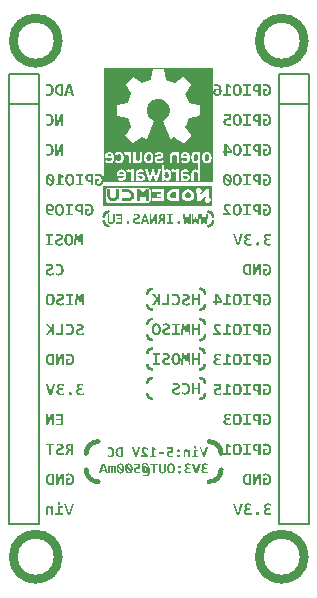
<source format=gbo>
G04 Layer_Color=32896*
%FSAX25Y25*%
%MOIN*%
G70*
G01*
G75*
%ADD29C,0.01000*%
%ADD31C,0.01500*%
%ADD33C,0.03000*%
%ADD55C,0.00787*%
G36*
X0332160Y0293354D02*
X0331927Y0292771D01*
X0331078Y0293231D01*
Y0290788D01*
X0332050D01*
Y0290153D01*
X0329510D01*
Y0290788D01*
X0330346D01*
Y0293989D01*
X0330948D01*
X0332160Y0293354D01*
D02*
G37*
G36*
X0327754Y0294021D02*
X0327877Y0294008D01*
X0327987Y0293983D01*
X0328091Y0293957D01*
X0328175Y0293931D01*
X0328240Y0293905D01*
X0328259Y0293898D01*
X0328279Y0293892D01*
X0328285Y0293885D01*
X0328292D01*
X0328402Y0293833D01*
X0328512Y0293769D01*
X0328603Y0293710D01*
X0328687Y0293652D01*
X0328752Y0293600D01*
X0328804Y0293555D01*
X0328836Y0293529D01*
X0328849Y0293516D01*
X0328473Y0293036D01*
X0328408Y0293095D01*
X0328344Y0293147D01*
X0328285Y0293192D01*
X0328227Y0293224D01*
X0328182Y0293257D01*
X0328143Y0293276D01*
X0328117Y0293289D01*
X0328110Y0293296D01*
X0328039Y0293328D01*
X0327961Y0293354D01*
X0327896Y0293367D01*
X0327832Y0293380D01*
X0327773Y0293386D01*
X0327734Y0293393D01*
X0327695D01*
X0327605Y0293386D01*
X0327527Y0293373D01*
X0327501Y0293360D01*
X0327482Y0293354D01*
X0327469Y0293348D01*
X0327462D01*
X0327391Y0293315D01*
X0327339Y0293276D01*
X0327307Y0293250D01*
X0327294Y0293244D01*
Y0293237D01*
X0327248Y0293179D01*
X0327216Y0293127D01*
X0327197Y0293088D01*
X0327190Y0293075D01*
Y0293069D01*
X0327164Y0292998D01*
X0327158Y0292926D01*
X0327151Y0292900D01*
Y0292881D01*
Y0292868D01*
Y0292862D01*
X0327158Y0292771D01*
X0327164Y0292687D01*
X0327171Y0292654D01*
X0327177Y0292628D01*
X0327184Y0292615D01*
Y0292609D01*
X0327209Y0292512D01*
X0327248Y0292427D01*
X0327268Y0292388D01*
X0327281Y0292362D01*
X0327287Y0292343D01*
X0327294Y0292337D01*
X0327326Y0292285D01*
X0327365Y0292226D01*
X0327404Y0292175D01*
X0327436Y0292123D01*
X0327475Y0292077D01*
X0327501Y0292045D01*
X0327520Y0292019D01*
X0327527Y0292013D01*
X0327585Y0291941D01*
X0327657Y0291870D01*
X0327721Y0291799D01*
X0327786Y0291727D01*
X0327845Y0291669D01*
X0327890Y0291624D01*
X0327922Y0291591D01*
X0327935Y0291578D01*
X0328830Y0290671D01*
Y0290153D01*
X0326244D01*
Y0290807D01*
X0327851D01*
X0327300Y0291332D01*
X0327222Y0291410D01*
X0327145Y0291481D01*
X0327080Y0291546D01*
X0327022Y0291611D01*
X0326976Y0291656D01*
X0326944Y0291695D01*
X0326918Y0291721D01*
X0326911Y0291727D01*
X0326847Y0291799D01*
X0326795Y0291863D01*
X0326743Y0291928D01*
X0326698Y0291980D01*
X0326665Y0292032D01*
X0326639Y0292064D01*
X0326626Y0292090D01*
X0326620Y0292097D01*
X0326542Y0292233D01*
X0326516Y0292298D01*
X0326490Y0292356D01*
X0326471Y0292408D01*
X0326458Y0292447D01*
X0326445Y0292473D01*
Y0292479D01*
X0326406Y0292628D01*
X0326393Y0292706D01*
X0326386Y0292771D01*
X0326380Y0292823D01*
Y0292868D01*
Y0292894D01*
Y0292907D01*
X0326386Y0293004D01*
X0326393Y0293095D01*
X0326406Y0293179D01*
X0326425Y0293250D01*
X0326445Y0293309D01*
X0326458Y0293348D01*
X0326464Y0293380D01*
X0326471Y0293386D01*
X0326510Y0293464D01*
X0326549Y0293529D01*
X0326587Y0293594D01*
X0326633Y0293639D01*
X0326665Y0293684D01*
X0326698Y0293710D01*
X0326717Y0293730D01*
X0326724Y0293736D01*
X0326788Y0293788D01*
X0326853Y0293827D01*
X0326918Y0293866D01*
X0326976Y0293898D01*
X0327034Y0293918D01*
X0327073Y0293937D01*
X0327099Y0293950D01*
X0327112D01*
X0327197Y0293976D01*
X0327287Y0293995D01*
X0327372Y0294008D01*
X0327449Y0294021D01*
X0327520D01*
X0327572Y0294028D01*
X0327618D01*
X0327754Y0294021D01*
D02*
G37*
G36*
X0334227Y0304008D02*
X0334344Y0303995D01*
X0334448Y0303976D01*
X0334538Y0303956D01*
X0334610Y0303937D01*
X0334668Y0303917D01*
X0334707Y0303904D01*
X0334713Y0303898D01*
X0334720D01*
X0334823Y0303846D01*
X0334921Y0303794D01*
X0335005Y0303729D01*
X0335076Y0303671D01*
X0335135Y0303619D01*
X0335180Y0303574D01*
X0335206Y0303548D01*
X0335219Y0303535D01*
X0335290Y0303438D01*
X0335355Y0303341D01*
X0335413Y0303237D01*
X0335458Y0303140D01*
X0335497Y0303049D01*
X0335523Y0302984D01*
X0335536Y0302958D01*
X0335543Y0302939D01*
X0335549Y0302926D01*
Y0302919D01*
X0335588Y0302770D01*
X0335614Y0302621D01*
X0335640Y0302472D01*
X0335653Y0302330D01*
X0335659Y0302207D01*
Y0302155D01*
X0335666Y0302109D01*
Y0302077D01*
Y0302051D01*
Y0302032D01*
Y0302025D01*
X0335659Y0301850D01*
X0335647Y0301688D01*
X0335633Y0301539D01*
X0335608Y0301397D01*
X0335582Y0301267D01*
X0335549Y0301150D01*
X0335510Y0301040D01*
X0335478Y0300943D01*
X0335446Y0300859D01*
X0335407Y0300781D01*
X0335374Y0300716D01*
X0335348Y0300664D01*
X0335322Y0300625D01*
X0335303Y0300600D01*
X0335297Y0300580D01*
X0335290Y0300574D01*
X0335212Y0300483D01*
X0335135Y0300412D01*
X0335044Y0300340D01*
X0334953Y0300289D01*
X0334856Y0300237D01*
X0334765Y0300198D01*
X0334668Y0300165D01*
X0334577Y0300139D01*
X0334493Y0300114D01*
X0334415Y0300101D01*
X0334344Y0300088D01*
X0334279Y0300081D01*
X0334227D01*
X0334189Y0300075D01*
X0334156D01*
X0334039Y0300081D01*
X0333923Y0300094D01*
X0333819Y0300107D01*
X0333728Y0300133D01*
X0333657Y0300152D01*
X0333599Y0300165D01*
X0333560Y0300178D01*
X0333547Y0300185D01*
X0333443Y0300237D01*
X0333352Y0300289D01*
X0333268Y0300347D01*
X0333190Y0300405D01*
X0333132Y0300457D01*
X0333093Y0300502D01*
X0333061Y0300528D01*
X0333054Y0300541D01*
X0332977Y0300639D01*
X0332912Y0300742D01*
X0332854Y0300846D01*
X0332808Y0300943D01*
X0332769Y0301034D01*
X0332737Y0301098D01*
X0332731Y0301125D01*
X0332724Y0301144D01*
X0332717Y0301157D01*
Y0301163D01*
X0332679Y0301312D01*
X0332646Y0301461D01*
X0332627Y0301610D01*
X0332607Y0301753D01*
X0332601Y0301876D01*
Y0301928D01*
X0332594Y0301973D01*
Y0302006D01*
Y0302032D01*
Y0302051D01*
Y0302058D01*
X0332601Y0302233D01*
X0332614Y0302395D01*
X0332627Y0302550D01*
X0332653Y0302693D01*
X0332685Y0302822D01*
X0332717Y0302939D01*
X0332750Y0303049D01*
X0332782Y0303146D01*
X0332821Y0303231D01*
X0332854Y0303308D01*
X0332886Y0303373D01*
X0332918Y0303425D01*
X0332944Y0303464D01*
X0332957Y0303490D01*
X0332970Y0303509D01*
X0332977Y0303516D01*
X0333054Y0303606D01*
X0333132Y0303678D01*
X0333223Y0303749D01*
X0333314Y0303807D01*
X0333411Y0303853D01*
X0333502Y0303891D01*
X0333599Y0303924D01*
X0333689Y0303950D01*
X0333774Y0303976D01*
X0333852Y0303989D01*
X0333923Y0304002D01*
X0333988Y0304008D01*
X0334039Y0304015D01*
X0334111D01*
X0334227Y0304008D01*
D02*
G37*
G36*
X0343805Y0294021D02*
X0343954Y0294008D01*
X0344083Y0293983D01*
X0344200Y0293957D01*
X0344297Y0293931D01*
X0344336Y0293918D01*
X0344369Y0293905D01*
X0344401Y0293898D01*
X0344420Y0293892D01*
X0344427Y0293885D01*
X0344433D01*
X0344556Y0293827D01*
X0344667Y0293769D01*
X0344770Y0293704D01*
X0344854Y0293639D01*
X0344919Y0293581D01*
X0344971Y0293535D01*
X0345004Y0293503D01*
X0345017Y0293490D01*
X0345101Y0293386D01*
X0345172Y0293283D01*
X0345230Y0293173D01*
X0345282Y0293075D01*
X0345321Y0292985D01*
X0345347Y0292920D01*
X0345360Y0292894D01*
X0345367Y0292874D01*
X0345373Y0292862D01*
Y0292855D01*
X0345412Y0292712D01*
X0345444Y0292563D01*
X0345464Y0292421D01*
X0345483Y0292285D01*
X0345490Y0292175D01*
Y0292123D01*
X0345496Y0292084D01*
Y0292045D01*
Y0292019D01*
Y0292006D01*
Y0292000D01*
X0345490Y0291831D01*
X0345477Y0291676D01*
X0345457Y0291533D01*
X0345438Y0291410D01*
X0345418Y0291313D01*
X0345405Y0291267D01*
X0345399Y0291235D01*
X0345392Y0291209D01*
X0345386Y0291190D01*
X0345379Y0291177D01*
Y0291170D01*
X0345334Y0291041D01*
X0345276Y0290924D01*
X0345224Y0290820D01*
X0345166Y0290736D01*
X0345120Y0290665D01*
X0345081Y0290613D01*
X0345049Y0290581D01*
X0345042Y0290567D01*
X0344958Y0290483D01*
X0344867Y0290412D01*
X0344777Y0290347D01*
X0344692Y0290295D01*
X0344615Y0290257D01*
X0344556Y0290231D01*
X0344518Y0290211D01*
X0344511Y0290205D01*
X0344505D01*
X0344381Y0290166D01*
X0344258Y0290140D01*
X0344142Y0290114D01*
X0344032Y0290101D01*
X0343934Y0290094D01*
X0343896D01*
X0343857Y0290088D01*
X0343669D01*
X0343552Y0290094D01*
X0343448Y0290107D01*
X0343351Y0290120D01*
X0343280Y0290127D01*
X0343222Y0290140D01*
X0343183Y0290146D01*
X0343170D01*
X0343066Y0290166D01*
X0342962Y0290198D01*
X0342872Y0290224D01*
X0342787Y0290257D01*
X0342716Y0290282D01*
X0342664Y0290302D01*
X0342632Y0290315D01*
X0342619Y0290321D01*
Y0292356D01*
X0343973D01*
Y0291766D01*
X0343325D01*
Y0290788D01*
X0343358Y0290781D01*
X0343384Y0290768D01*
X0343403Y0290762D01*
X0343409D01*
X0343442Y0290756D01*
X0343468Y0290749D01*
X0343487Y0290742D01*
X0343494D01*
X0343526Y0290736D01*
X0343559D01*
X0343584Y0290729D01*
X0343708D01*
X0343805Y0290736D01*
X0343902Y0290742D01*
X0343980Y0290756D01*
X0344051Y0290775D01*
X0344103Y0290788D01*
X0344148Y0290801D01*
X0344174Y0290807D01*
X0344181Y0290814D01*
X0344252Y0290853D01*
X0344310Y0290892D01*
X0344369Y0290937D01*
X0344414Y0290976D01*
X0344446Y0291015D01*
X0344479Y0291047D01*
X0344492Y0291067D01*
X0344498Y0291073D01*
X0344576Y0291209D01*
X0344608Y0291280D01*
X0344634Y0291345D01*
X0344654Y0291404D01*
X0344667Y0291449D01*
X0344680Y0291475D01*
Y0291488D01*
X0344712Y0291676D01*
X0344719Y0291773D01*
X0344725Y0291857D01*
X0344731Y0291928D01*
Y0291987D01*
Y0292025D01*
Y0292032D01*
Y0292038D01*
X0344725Y0292155D01*
X0344719Y0292259D01*
X0344706Y0292356D01*
X0344692Y0292440D01*
X0344680Y0292505D01*
X0344673Y0292557D01*
X0344660Y0292589D01*
Y0292602D01*
X0344628Y0292693D01*
X0344595Y0292777D01*
X0344563Y0292848D01*
X0344531Y0292907D01*
X0344498Y0292959D01*
X0344472Y0292991D01*
X0344459Y0293017D01*
X0344453Y0293023D01*
X0344401Y0293088D01*
X0344343Y0293140D01*
X0344284Y0293185D01*
X0344233Y0293224D01*
X0344181Y0293250D01*
X0344142Y0293270D01*
X0344116Y0293283D01*
X0344109Y0293289D01*
X0344032Y0293321D01*
X0343947Y0293348D01*
X0343870Y0293360D01*
X0343792Y0293373D01*
X0343734Y0293380D01*
X0343682Y0293386D01*
X0343539D01*
X0343442Y0293373D01*
X0343351Y0293367D01*
X0343273Y0293354D01*
X0343209Y0293341D01*
X0343157Y0293328D01*
X0343124Y0293321D01*
X0343111Y0293315D01*
X0343014Y0293289D01*
X0342930Y0293263D01*
X0342846Y0293237D01*
X0342775Y0293211D01*
X0342716Y0293185D01*
X0342671Y0293173D01*
X0342645Y0293160D01*
X0342632Y0293153D01*
Y0293859D01*
X0342820Y0293905D01*
X0342904Y0293931D01*
X0342982Y0293944D01*
X0343047Y0293957D01*
X0343092Y0293969D01*
X0343124Y0293976D01*
X0343137D01*
X0343319Y0294008D01*
X0343403Y0294015D01*
X0343481Y0294021D01*
X0343546Y0294028D01*
X0343643D01*
X0343805Y0294021D01*
D02*
G37*
G36*
X0334227D02*
X0334344Y0294008D01*
X0334448Y0293989D01*
X0334538Y0293969D01*
X0334610Y0293950D01*
X0334668Y0293931D01*
X0334707Y0293918D01*
X0334713Y0293911D01*
X0334720D01*
X0334823Y0293859D01*
X0334921Y0293808D01*
X0335005Y0293743D01*
X0335076Y0293684D01*
X0335135Y0293633D01*
X0335180Y0293587D01*
X0335206Y0293561D01*
X0335219Y0293548D01*
X0335290Y0293451D01*
X0335355Y0293354D01*
X0335413Y0293250D01*
X0335458Y0293153D01*
X0335497Y0293062D01*
X0335523Y0292998D01*
X0335536Y0292972D01*
X0335543Y0292952D01*
X0335549Y0292939D01*
Y0292933D01*
X0335588Y0292784D01*
X0335614Y0292635D01*
X0335640Y0292486D01*
X0335653Y0292343D01*
X0335659Y0292220D01*
Y0292168D01*
X0335666Y0292123D01*
Y0292090D01*
Y0292064D01*
Y0292045D01*
Y0292038D01*
X0335659Y0291863D01*
X0335647Y0291702D01*
X0335633Y0291552D01*
X0335608Y0291410D01*
X0335582Y0291280D01*
X0335549Y0291164D01*
X0335510Y0291054D01*
X0335478Y0290956D01*
X0335446Y0290872D01*
X0335407Y0290794D01*
X0335374Y0290729D01*
X0335348Y0290678D01*
X0335322Y0290639D01*
X0335303Y0290613D01*
X0335297Y0290594D01*
X0335290Y0290587D01*
X0335212Y0290496D01*
X0335135Y0290425D01*
X0335044Y0290354D01*
X0334953Y0290302D01*
X0334856Y0290250D01*
X0334765Y0290211D01*
X0334668Y0290179D01*
X0334577Y0290153D01*
X0334493Y0290127D01*
X0334415Y0290114D01*
X0334344Y0290101D01*
X0334279Y0290094D01*
X0334227D01*
X0334189Y0290088D01*
X0334156D01*
X0334039Y0290094D01*
X0333923Y0290107D01*
X0333819Y0290120D01*
X0333728Y0290146D01*
X0333657Y0290166D01*
X0333599Y0290179D01*
X0333560Y0290192D01*
X0333547Y0290198D01*
X0333443Y0290250D01*
X0333352Y0290302D01*
X0333268Y0290360D01*
X0333190Y0290419D01*
X0333132Y0290470D01*
X0333093Y0290516D01*
X0333061Y0290542D01*
X0333054Y0290555D01*
X0332977Y0290652D01*
X0332912Y0290756D01*
X0332854Y0290859D01*
X0332808Y0290956D01*
X0332769Y0291047D01*
X0332737Y0291112D01*
X0332731Y0291138D01*
X0332724Y0291157D01*
X0332717Y0291170D01*
Y0291177D01*
X0332679Y0291326D01*
X0332646Y0291475D01*
X0332627Y0291624D01*
X0332607Y0291766D01*
X0332601Y0291890D01*
Y0291941D01*
X0332594Y0291987D01*
Y0292019D01*
Y0292045D01*
Y0292064D01*
Y0292071D01*
X0332601Y0292246D01*
X0332614Y0292408D01*
X0332627Y0292563D01*
X0332653Y0292706D01*
X0332685Y0292835D01*
X0332717Y0292952D01*
X0332750Y0293062D01*
X0332782Y0293160D01*
X0332821Y0293244D01*
X0332854Y0293321D01*
X0332886Y0293386D01*
X0332918Y0293438D01*
X0332944Y0293477D01*
X0332957Y0293503D01*
X0332970Y0293522D01*
X0332977Y0293529D01*
X0333054Y0293620D01*
X0333132Y0293691D01*
X0333223Y0293762D01*
X0333314Y0293821D01*
X0333411Y0293866D01*
X0333502Y0293905D01*
X0333599Y0293937D01*
X0333689Y0293963D01*
X0333774Y0293989D01*
X0333852Y0294002D01*
X0333923Y0294015D01*
X0333988Y0294021D01*
X0334039Y0294028D01*
X0334111D01*
X0334227Y0294021D01*
D02*
G37*
G36*
X0338621Y0293380D02*
X0337785D01*
Y0290742D01*
X0338621D01*
Y0290153D01*
X0336217D01*
Y0290742D01*
X0337053D01*
Y0293380D01*
X0336217D01*
Y0293963D01*
X0338621D01*
Y0293380D01*
D02*
G37*
G36*
X0341951Y0290153D02*
X0341226D01*
Y0291377D01*
X0340863D01*
X0340727Y0291384D01*
X0340597Y0291390D01*
X0340480Y0291410D01*
X0340383Y0291429D01*
X0340299Y0291442D01*
X0340241Y0291462D01*
X0340202Y0291468D01*
X0340189Y0291475D01*
X0340085Y0291520D01*
X0339988Y0291565D01*
X0339904Y0291611D01*
X0339839Y0291656D01*
X0339781Y0291695D01*
X0339735Y0291727D01*
X0339709Y0291753D01*
X0339703Y0291760D01*
X0339632Y0291831D01*
X0339573Y0291909D01*
X0339528Y0291980D01*
X0339483Y0292045D01*
X0339450Y0292103D01*
X0339431Y0292155D01*
X0339418Y0292181D01*
X0339411Y0292194D01*
X0339379Y0292291D01*
X0339353Y0292388D01*
X0339334Y0292479D01*
X0339321Y0292563D01*
X0339314Y0292635D01*
X0339308Y0292693D01*
Y0292732D01*
Y0292745D01*
X0339314Y0292848D01*
X0339321Y0292952D01*
X0339340Y0293036D01*
X0339359Y0293114D01*
X0339379Y0293179D01*
X0339392Y0293224D01*
X0339405Y0293250D01*
X0339411Y0293263D01*
X0339457Y0293348D01*
X0339502Y0293419D01*
X0339554Y0293483D01*
X0339599Y0293542D01*
X0339645Y0293587D01*
X0339677Y0293620D01*
X0339703Y0293639D01*
X0339709Y0293646D01*
X0339781Y0293697D01*
X0339865Y0293749D01*
X0339943Y0293788D01*
X0340014Y0293821D01*
X0340085Y0293846D01*
X0340137Y0293866D01*
X0340170Y0293872D01*
X0340176Y0293879D01*
X0340182D01*
X0340293Y0293905D01*
X0340403Y0293931D01*
X0340513Y0293944D01*
X0340617Y0293950D01*
X0340707Y0293957D01*
X0340772Y0293963D01*
X0341951D01*
Y0290153D01*
D02*
G37*
G36*
X0332160Y0303341D02*
X0331927Y0302757D01*
X0331078Y0303218D01*
Y0300775D01*
X0332050D01*
Y0300139D01*
X0329510D01*
Y0300775D01*
X0330346D01*
Y0303976D01*
X0330948D01*
X0332160Y0303341D01*
D02*
G37*
G36*
X0338809Y0310126D02*
X0337843D01*
X0337662Y0310133D01*
X0337493Y0310146D01*
X0337351Y0310172D01*
X0337221Y0310197D01*
X0337169Y0310204D01*
X0337117Y0310217D01*
X0337078Y0310230D01*
X0337046Y0310243D01*
X0337020Y0310249D01*
X0336994Y0310256D01*
X0336988Y0310262D01*
X0336981D01*
X0336852Y0310321D01*
X0336735Y0310379D01*
X0336631Y0310444D01*
X0336547Y0310508D01*
X0336476Y0310567D01*
X0336424Y0310612D01*
X0336398Y0310638D01*
X0336385Y0310651D01*
X0336301Y0310755D01*
X0336230Y0310858D01*
X0336171Y0310962D01*
X0336126Y0311059D01*
X0336087Y0311144D01*
X0336061Y0311215D01*
X0336055Y0311241D01*
X0336048Y0311260D01*
X0336042Y0311267D01*
Y0311273D01*
X0336003Y0311409D01*
X0335977Y0311552D01*
X0335958Y0311688D01*
X0335945Y0311811D01*
X0335938Y0311921D01*
X0335932Y0311966D01*
Y0312005D01*
Y0312031D01*
Y0312057D01*
Y0312070D01*
Y0312077D01*
X0335938Y0312252D01*
X0335951Y0312414D01*
X0335964Y0312556D01*
X0335983Y0312679D01*
X0336009Y0312776D01*
X0336016Y0312815D01*
X0336022Y0312848D01*
X0336029Y0312880D01*
X0336035Y0312900D01*
X0336042Y0312906D01*
Y0312913D01*
X0336087Y0313036D01*
X0336139Y0313152D01*
X0336197Y0313250D01*
X0336249Y0313334D01*
X0336295Y0313399D01*
X0336333Y0313450D01*
X0336359Y0313476D01*
X0336372Y0313489D01*
X0336456Y0313567D01*
X0336554Y0313638D01*
X0336644Y0313697D01*
X0336729Y0313742D01*
X0336806Y0313781D01*
X0336865Y0313807D01*
X0336910Y0313820D01*
X0336916Y0313826D01*
X0336923D01*
X0337046Y0313865D01*
X0337176Y0313891D01*
X0337305Y0313911D01*
X0337422Y0313924D01*
X0337526Y0313930D01*
X0337571Y0313936D01*
X0338809D01*
Y0310126D01*
D02*
G37*
G36*
X0343805Y0313995D02*
X0343954Y0313982D01*
X0344083Y0313956D01*
X0344200Y0313930D01*
X0344297Y0313904D01*
X0344336Y0313891D01*
X0344369Y0313878D01*
X0344401Y0313872D01*
X0344420Y0313865D01*
X0344427Y0313859D01*
X0344433D01*
X0344556Y0313800D01*
X0344667Y0313742D01*
X0344770Y0313677D01*
X0344854Y0313612D01*
X0344919Y0313554D01*
X0344971Y0313509D01*
X0345004Y0313476D01*
X0345017Y0313463D01*
X0345101Y0313360D01*
X0345172Y0313256D01*
X0345230Y0313146D01*
X0345282Y0313049D01*
X0345321Y0312958D01*
X0345347Y0312893D01*
X0345360Y0312867D01*
X0345367Y0312848D01*
X0345373Y0312835D01*
Y0312828D01*
X0345412Y0312686D01*
X0345444Y0312537D01*
X0345464Y0312394D01*
X0345483Y0312258D01*
X0345490Y0312148D01*
Y0312096D01*
X0345496Y0312057D01*
Y0312018D01*
Y0311992D01*
Y0311980D01*
Y0311973D01*
X0345490Y0311805D01*
X0345477Y0311649D01*
X0345457Y0311506D01*
X0345438Y0311383D01*
X0345418Y0311286D01*
X0345405Y0311241D01*
X0345399Y0311208D01*
X0345392Y0311182D01*
X0345386Y0311163D01*
X0345379Y0311150D01*
Y0311144D01*
X0345334Y0311014D01*
X0345276Y0310897D01*
X0345224Y0310794D01*
X0345166Y0310709D01*
X0345120Y0310638D01*
X0345081Y0310586D01*
X0345049Y0310554D01*
X0345042Y0310541D01*
X0344958Y0310457D01*
X0344867Y0310385D01*
X0344777Y0310321D01*
X0344692Y0310269D01*
X0344615Y0310230D01*
X0344556Y0310204D01*
X0344518Y0310185D01*
X0344511Y0310178D01*
X0344505D01*
X0344381Y0310139D01*
X0344258Y0310113D01*
X0344142Y0310087D01*
X0344032Y0310074D01*
X0343934Y0310068D01*
X0343896D01*
X0343857Y0310061D01*
X0343669D01*
X0343552Y0310068D01*
X0343448Y0310081D01*
X0343351Y0310094D01*
X0343280Y0310100D01*
X0343222Y0310113D01*
X0343183Y0310120D01*
X0343170D01*
X0343066Y0310139D01*
X0342962Y0310172D01*
X0342872Y0310197D01*
X0342787Y0310230D01*
X0342716Y0310256D01*
X0342664Y0310275D01*
X0342632Y0310288D01*
X0342619Y0310295D01*
Y0312329D01*
X0343973D01*
Y0311740D01*
X0343325D01*
Y0310761D01*
X0343358Y0310755D01*
X0343384Y0310742D01*
X0343403Y0310735D01*
X0343409D01*
X0343442Y0310729D01*
X0343468Y0310722D01*
X0343487Y0310716D01*
X0343494D01*
X0343526Y0310709D01*
X0343559D01*
X0343584Y0310703D01*
X0343708D01*
X0343805Y0310709D01*
X0343902Y0310716D01*
X0343980Y0310729D01*
X0344051Y0310748D01*
X0344103Y0310761D01*
X0344148Y0310774D01*
X0344174Y0310781D01*
X0344181Y0310787D01*
X0344252Y0310826D01*
X0344310Y0310865D01*
X0344369Y0310910D01*
X0344414Y0310949D01*
X0344446Y0310988D01*
X0344479Y0311020D01*
X0344492Y0311040D01*
X0344498Y0311046D01*
X0344576Y0311182D01*
X0344608Y0311254D01*
X0344634Y0311318D01*
X0344654Y0311377D01*
X0344667Y0311422D01*
X0344680Y0311448D01*
Y0311461D01*
X0344712Y0311649D01*
X0344719Y0311746D01*
X0344725Y0311830D01*
X0344731Y0311902D01*
Y0311960D01*
Y0311999D01*
Y0312005D01*
Y0312012D01*
X0344725Y0312128D01*
X0344719Y0312232D01*
X0344706Y0312329D01*
X0344692Y0312414D01*
X0344680Y0312478D01*
X0344673Y0312530D01*
X0344660Y0312563D01*
Y0312576D01*
X0344628Y0312666D01*
X0344595Y0312751D01*
X0344563Y0312822D01*
X0344531Y0312880D01*
X0344498Y0312932D01*
X0344472Y0312964D01*
X0344459Y0312990D01*
X0344453Y0312997D01*
X0344401Y0313062D01*
X0344343Y0313113D01*
X0344284Y0313159D01*
X0344233Y0313198D01*
X0344181Y0313224D01*
X0344142Y0313243D01*
X0344116Y0313256D01*
X0344109Y0313263D01*
X0344032Y0313295D01*
X0343947Y0313321D01*
X0343870Y0313334D01*
X0343792Y0313347D01*
X0343734Y0313353D01*
X0343682Y0313360D01*
X0343539D01*
X0343442Y0313347D01*
X0343351Y0313340D01*
X0343273Y0313327D01*
X0343209Y0313314D01*
X0343157Y0313301D01*
X0343124Y0313295D01*
X0343111Y0313288D01*
X0343014Y0313263D01*
X0342930Y0313237D01*
X0342846Y0313211D01*
X0342775Y0313185D01*
X0342716Y0313159D01*
X0342671Y0313146D01*
X0342645Y0313133D01*
X0342632Y0313126D01*
Y0313833D01*
X0342820Y0313878D01*
X0342904Y0313904D01*
X0342982Y0313917D01*
X0343047Y0313930D01*
X0343092Y0313943D01*
X0343124Y0313949D01*
X0343137D01*
X0343319Y0313982D01*
X0343403Y0313988D01*
X0343481Y0313995D01*
X0343546Y0314001D01*
X0343643D01*
X0343805Y0313995D01*
D02*
G37*
G36*
Y0304008D02*
X0343954Y0303995D01*
X0344083Y0303969D01*
X0344200Y0303943D01*
X0344297Y0303917D01*
X0344336Y0303904D01*
X0344369Y0303891D01*
X0344401Y0303885D01*
X0344420Y0303878D01*
X0344427Y0303872D01*
X0344433D01*
X0344556Y0303814D01*
X0344667Y0303755D01*
X0344770Y0303691D01*
X0344854Y0303626D01*
X0344919Y0303567D01*
X0344971Y0303522D01*
X0345004Y0303490D01*
X0345017Y0303477D01*
X0345101Y0303373D01*
X0345172Y0303269D01*
X0345230Y0303159D01*
X0345282Y0303062D01*
X0345321Y0302971D01*
X0345347Y0302906D01*
X0345360Y0302881D01*
X0345367Y0302861D01*
X0345373Y0302848D01*
Y0302842D01*
X0345412Y0302699D01*
X0345444Y0302550D01*
X0345464Y0302408D01*
X0345483Y0302271D01*
X0345490Y0302161D01*
Y0302109D01*
X0345496Y0302071D01*
Y0302032D01*
Y0302006D01*
Y0301993D01*
Y0301986D01*
X0345490Y0301818D01*
X0345477Y0301662D01*
X0345457Y0301520D01*
X0345438Y0301397D01*
X0345418Y0301299D01*
X0345405Y0301254D01*
X0345399Y0301222D01*
X0345392Y0301196D01*
X0345386Y0301176D01*
X0345379Y0301163D01*
Y0301157D01*
X0345334Y0301027D01*
X0345276Y0300911D01*
X0345224Y0300807D01*
X0345166Y0300723D01*
X0345120Y0300651D01*
X0345081Y0300600D01*
X0345049Y0300567D01*
X0345042Y0300554D01*
X0344958Y0300470D01*
X0344867Y0300399D01*
X0344777Y0300334D01*
X0344692Y0300282D01*
X0344615Y0300243D01*
X0344556Y0300217D01*
X0344518Y0300198D01*
X0344511Y0300191D01*
X0344505D01*
X0344381Y0300152D01*
X0344258Y0300127D01*
X0344142Y0300101D01*
X0344032Y0300088D01*
X0343934Y0300081D01*
X0343896D01*
X0343857Y0300075D01*
X0343669D01*
X0343552Y0300081D01*
X0343448Y0300094D01*
X0343351Y0300107D01*
X0343280Y0300114D01*
X0343222Y0300127D01*
X0343183Y0300133D01*
X0343170D01*
X0343066Y0300152D01*
X0342962Y0300185D01*
X0342872Y0300211D01*
X0342787Y0300243D01*
X0342716Y0300269D01*
X0342664Y0300289D01*
X0342632Y0300302D01*
X0342619Y0300308D01*
Y0302343D01*
X0343973D01*
Y0301753D01*
X0343325D01*
Y0300775D01*
X0343358Y0300768D01*
X0343384Y0300755D01*
X0343403Y0300749D01*
X0343409D01*
X0343442Y0300742D01*
X0343468Y0300736D01*
X0343487Y0300729D01*
X0343494D01*
X0343526Y0300723D01*
X0343559D01*
X0343584Y0300716D01*
X0343708D01*
X0343805Y0300723D01*
X0343902Y0300729D01*
X0343980Y0300742D01*
X0344051Y0300762D01*
X0344103Y0300775D01*
X0344148Y0300787D01*
X0344174Y0300794D01*
X0344181Y0300800D01*
X0344252Y0300839D01*
X0344310Y0300878D01*
X0344369Y0300924D01*
X0344414Y0300962D01*
X0344446Y0301001D01*
X0344479Y0301034D01*
X0344492Y0301053D01*
X0344498Y0301060D01*
X0344576Y0301196D01*
X0344608Y0301267D01*
X0344634Y0301332D01*
X0344654Y0301390D01*
X0344667Y0301435D01*
X0344680Y0301461D01*
Y0301474D01*
X0344712Y0301662D01*
X0344719Y0301760D01*
X0344725Y0301844D01*
X0344731Y0301915D01*
Y0301973D01*
Y0302012D01*
Y0302019D01*
Y0302025D01*
X0344725Y0302142D01*
X0344719Y0302245D01*
X0344706Y0302343D01*
X0344692Y0302427D01*
X0344680Y0302492D01*
X0344673Y0302544D01*
X0344660Y0302576D01*
Y0302589D01*
X0344628Y0302680D01*
X0344595Y0302764D01*
X0344563Y0302835D01*
X0344531Y0302893D01*
X0344498Y0302945D01*
X0344472Y0302978D01*
X0344459Y0303004D01*
X0344453Y0303010D01*
X0344401Y0303075D01*
X0344343Y0303127D01*
X0344284Y0303172D01*
X0344233Y0303211D01*
X0344181Y0303237D01*
X0344142Y0303256D01*
X0344116Y0303269D01*
X0344109Y0303276D01*
X0344032Y0303308D01*
X0343947Y0303334D01*
X0343870Y0303347D01*
X0343792Y0303360D01*
X0343734Y0303367D01*
X0343682Y0303373D01*
X0343539D01*
X0343442Y0303360D01*
X0343351Y0303354D01*
X0343273Y0303341D01*
X0343209Y0303328D01*
X0343157Y0303315D01*
X0343124Y0303308D01*
X0343111Y0303302D01*
X0343014Y0303276D01*
X0342930Y0303250D01*
X0342846Y0303224D01*
X0342775Y0303198D01*
X0342716Y0303172D01*
X0342671Y0303159D01*
X0342645Y0303146D01*
X0342632Y0303140D01*
Y0303846D01*
X0342820Y0303891D01*
X0342904Y0303917D01*
X0342982Y0303930D01*
X0343047Y0303943D01*
X0343092Y0303956D01*
X0343124Y0303963D01*
X0343137D01*
X0343319Y0303995D01*
X0343403Y0304002D01*
X0343481Y0304008D01*
X0343546Y0304015D01*
X0343643D01*
X0343805Y0304008D01*
D02*
G37*
G36*
X0329089Y0301526D02*
Y0300917D01*
X0327320D01*
Y0300139D01*
X0326620D01*
Y0300917D01*
X0326043D01*
Y0301546D01*
X0326620D01*
Y0303950D01*
X0327605D01*
X0329089Y0301526D01*
D02*
G37*
G36*
X0338621Y0303367D02*
X0337785D01*
Y0300729D01*
X0338621D01*
Y0300139D01*
X0336217D01*
Y0300729D01*
X0337053D01*
Y0303367D01*
X0336217D01*
Y0303950D01*
X0338621D01*
Y0303367D01*
D02*
G37*
G36*
X0341951Y0300139D02*
X0341226D01*
Y0301364D01*
X0340863D01*
X0340727Y0301371D01*
X0340597Y0301377D01*
X0340480Y0301397D01*
X0340383Y0301416D01*
X0340299Y0301429D01*
X0340241Y0301448D01*
X0340202Y0301455D01*
X0340189Y0301461D01*
X0340085Y0301507D01*
X0339988Y0301552D01*
X0339904Y0301597D01*
X0339839Y0301643D01*
X0339781Y0301682D01*
X0339735Y0301714D01*
X0339709Y0301740D01*
X0339703Y0301747D01*
X0339632Y0301818D01*
X0339573Y0301896D01*
X0339528Y0301967D01*
X0339483Y0302032D01*
X0339450Y0302090D01*
X0339431Y0302142D01*
X0339418Y0302168D01*
X0339411Y0302181D01*
X0339379Y0302278D01*
X0339353Y0302375D01*
X0339334Y0302466D01*
X0339321Y0302550D01*
X0339314Y0302621D01*
X0339308Y0302680D01*
Y0302719D01*
Y0302731D01*
X0339314Y0302835D01*
X0339321Y0302939D01*
X0339340Y0303023D01*
X0339359Y0303101D01*
X0339379Y0303166D01*
X0339392Y0303211D01*
X0339405Y0303237D01*
X0339411Y0303250D01*
X0339457Y0303334D01*
X0339502Y0303405D01*
X0339554Y0303470D01*
X0339599Y0303528D01*
X0339645Y0303574D01*
X0339677Y0303606D01*
X0339703Y0303626D01*
X0339709Y0303632D01*
X0339781Y0303684D01*
X0339865Y0303736D01*
X0339943Y0303775D01*
X0340014Y0303807D01*
X0340085Y0303833D01*
X0340137Y0303853D01*
X0340170Y0303859D01*
X0340176Y0303866D01*
X0340182D01*
X0340293Y0303891D01*
X0340403Y0303917D01*
X0340513Y0303930D01*
X0340617Y0303937D01*
X0340707Y0303943D01*
X0340772Y0303950D01*
X0341951D01*
Y0300139D01*
D02*
G37*
G36*
X0327890Y0284035D02*
X0327922D01*
X0327948Y0284028D01*
X0327968D01*
X0328052Y0284022D01*
X0328130Y0284009D01*
X0328162Y0284002D01*
X0328188D01*
X0328201Y0283996D01*
X0328207D01*
X0328292Y0283983D01*
X0328369Y0283963D01*
X0328402Y0283957D01*
X0328428Y0283950D01*
X0328441Y0283944D01*
X0328447D01*
X0328531Y0283925D01*
X0328616Y0283905D01*
X0328648Y0283892D01*
X0328674Y0283886D01*
X0328687Y0283879D01*
X0328693D01*
Y0283283D01*
X0328525Y0283328D01*
X0328447Y0283354D01*
X0328376Y0283367D01*
X0328324Y0283380D01*
X0328279Y0283393D01*
X0328246Y0283400D01*
X0328240D01*
X0328078Y0283426D01*
X0328000Y0283432D01*
X0327929Y0283438D01*
X0327870Y0283445D01*
X0327786D01*
X0327676Y0283438D01*
X0327579Y0283426D01*
X0327501Y0283406D01*
X0327436Y0283387D01*
X0327384Y0283361D01*
X0327346Y0283341D01*
X0327326Y0283328D01*
X0327320Y0283322D01*
X0327268Y0283270D01*
X0327229Y0283212D01*
X0327203Y0283153D01*
X0327184Y0283095D01*
X0327171Y0283043D01*
X0327164Y0283004D01*
Y0282979D01*
Y0282965D01*
X0327171Y0282888D01*
X0327184Y0282816D01*
X0327190Y0282790D01*
X0327197Y0282771D01*
X0327203Y0282758D01*
Y0282752D01*
X0327242Y0282680D01*
X0327281Y0282622D01*
X0327320Y0282583D01*
X0327326Y0282577D01*
X0327333Y0282570D01*
X0327410Y0282518D01*
X0327488Y0282480D01*
X0327520Y0282467D01*
X0327547Y0282454D01*
X0327566Y0282447D01*
X0327572D01*
X0327631Y0282434D01*
X0327695Y0282428D01*
X0327754Y0282415D01*
X0327819D01*
X0327870Y0282408D01*
X0328337D01*
Y0281864D01*
X0327832D01*
X0327747Y0281857D01*
X0327676Y0281851D01*
X0327618Y0281844D01*
X0327566Y0281832D01*
X0327534Y0281825D01*
X0327508Y0281819D01*
X0327501D01*
X0327436Y0281806D01*
X0327384Y0281786D01*
X0327333Y0281767D01*
X0327294Y0281747D01*
X0327261Y0281734D01*
X0327235Y0281721D01*
X0327222Y0281715D01*
X0327216Y0281708D01*
X0327138Y0281650D01*
X0327086Y0281592D01*
X0327067Y0281572D01*
X0327054Y0281553D01*
X0327041Y0281540D01*
Y0281533D01*
X0327009Y0281456D01*
X0326989Y0281384D01*
X0326983Y0281352D01*
Y0281326D01*
Y0281313D01*
Y0281307D01*
X0326989Y0281209D01*
X0327002Y0281164D01*
X0327009Y0281125D01*
X0327022Y0281093D01*
X0327034Y0281067D01*
X0327041Y0281054D01*
Y0281047D01*
X0327086Y0280970D01*
X0327145Y0280911D01*
X0327171Y0280892D01*
X0327190Y0280872D01*
X0327203Y0280866D01*
X0327209Y0280859D01*
X0327300Y0280808D01*
X0327391Y0280775D01*
X0327436Y0280762D01*
X0327462Y0280749D01*
X0327488Y0280743D01*
X0327495D01*
X0327631Y0280723D01*
X0327702Y0280710D01*
X0327767D01*
X0327825Y0280704D01*
X0328000D01*
X0328091Y0280710D01*
X0328175D01*
X0328246Y0280717D01*
X0328305D01*
X0328350Y0280723D01*
X0328389D01*
X0328473Y0280730D01*
X0328551Y0280743D01*
X0328616Y0280749D01*
X0328680Y0280762D01*
X0328726Y0280769D01*
X0328765Y0280775D01*
X0328791Y0280782D01*
X0328797D01*
Y0280166D01*
X0328739Y0280160D01*
X0328674Y0280153D01*
X0328655Y0280147D01*
X0328616D01*
X0328538Y0280140D01*
X0328473Y0280134D01*
X0328447Y0280127D01*
X0328408D01*
X0328324Y0280121D01*
X0328259D01*
X0328227Y0280114D01*
X0328188D01*
X0328110Y0280108D01*
X0327981D01*
X0327819Y0280114D01*
X0327670Y0280121D01*
X0327540Y0280134D01*
X0327430Y0280153D01*
X0327333Y0280166D01*
X0327268Y0280179D01*
X0327242Y0280186D01*
X0327222D01*
X0327216Y0280192D01*
X0327209D01*
X0327093Y0280224D01*
X0326983Y0280263D01*
X0326892Y0280302D01*
X0326814Y0280341D01*
X0326749Y0280380D01*
X0326704Y0280406D01*
X0326672Y0280425D01*
X0326665Y0280432D01*
X0326587Y0280497D01*
X0326523Y0280561D01*
X0326464Y0280626D01*
X0326419Y0280684D01*
X0326386Y0280743D01*
X0326361Y0280782D01*
X0326348Y0280808D01*
X0326341Y0280821D01*
X0326302Y0280905D01*
X0326276Y0280996D01*
X0326257Y0281080D01*
X0326244Y0281158D01*
X0326238Y0281229D01*
X0326231Y0281281D01*
Y0281313D01*
Y0281326D01*
X0326238Y0281456D01*
X0326251Y0281507D01*
X0326257Y0281559D01*
X0326270Y0281598D01*
X0326283Y0281624D01*
X0326289Y0281644D01*
Y0281650D01*
X0326341Y0281754D01*
X0326367Y0281799D01*
X0326393Y0281838D01*
X0326419Y0281864D01*
X0326438Y0281890D01*
X0326451Y0281903D01*
X0326458Y0281909D01*
X0326542Y0281987D01*
X0326620Y0282039D01*
X0326659Y0282065D01*
X0326685Y0282078D01*
X0326704Y0282091D01*
X0326711D01*
X0326821Y0282136D01*
X0326879Y0282155D01*
X0326931Y0282168D01*
X0326976Y0282181D01*
X0327009Y0282188D01*
X0327034Y0282194D01*
X0327041D01*
X0326937Y0282240D01*
X0326853Y0282298D01*
X0326775Y0282350D01*
X0326711Y0282402D01*
X0326659Y0282454D01*
X0326626Y0282492D01*
X0326600Y0282518D01*
X0326594Y0282525D01*
X0326542Y0282609D01*
X0326503Y0282700D01*
X0326471Y0282797D01*
X0326451Y0282881D01*
X0326438Y0282965D01*
X0326432Y0283024D01*
Y0283050D01*
Y0283069D01*
Y0283076D01*
Y0283082D01*
X0326438Y0283160D01*
X0326445Y0283238D01*
X0326458Y0283302D01*
X0326471Y0283361D01*
X0326490Y0283413D01*
X0326503Y0283445D01*
X0326510Y0283471D01*
X0326516Y0283477D01*
X0326549Y0283542D01*
X0326587Y0283600D01*
X0326633Y0283652D01*
X0326672Y0283698D01*
X0326704Y0283737D01*
X0326736Y0283763D01*
X0326756Y0283775D01*
X0326762Y0283782D01*
X0326827Y0283827D01*
X0326892Y0283866D01*
X0326963Y0283899D01*
X0327022Y0283925D01*
X0327080Y0283944D01*
X0327125Y0283957D01*
X0327151Y0283970D01*
X0327164D01*
X0327255Y0283996D01*
X0327346Y0284009D01*
X0327436Y0284022D01*
X0327520Y0284035D01*
X0327598D01*
X0327657Y0284041D01*
X0327806D01*
X0327890Y0284035D01*
D02*
G37*
G36*
X0328680Y0271961D02*
X0327935D01*
X0327767Y0271955D01*
X0327631Y0271936D01*
X0327508Y0271910D01*
X0327417Y0271884D01*
X0327339Y0271858D01*
X0327287Y0271832D01*
X0327261Y0271812D01*
X0327248Y0271806D01*
X0327177Y0271741D01*
X0327125Y0271670D01*
X0327086Y0271599D01*
X0327061Y0271521D01*
X0327047Y0271456D01*
X0327034Y0271404D01*
Y0271365D01*
Y0271359D01*
Y0271352D01*
X0327047Y0271249D01*
X0327073Y0271151D01*
X0327106Y0271074D01*
X0327151Y0271009D01*
X0327197Y0270957D01*
X0327229Y0270918D01*
X0327255Y0270892D01*
X0327268Y0270886D01*
X0327359Y0270834D01*
X0327469Y0270795D01*
X0327579Y0270763D01*
X0327689Y0270743D01*
X0327786Y0270730D01*
X0327825D01*
X0327864Y0270724D01*
X0327935D01*
X0328097Y0270730D01*
X0328169D01*
X0328240Y0270737D01*
X0328292D01*
X0328337Y0270743D01*
X0328376D01*
X0328454Y0270756D01*
X0328525Y0270763D01*
X0328590Y0270776D01*
X0328642Y0270789D01*
X0328687Y0270801D01*
X0328726Y0270808D01*
X0328745Y0270814D01*
X0328752D01*
Y0270192D01*
X0328687Y0270186D01*
X0328629Y0270173D01*
X0328603D01*
X0328590Y0270166D01*
X0328570D01*
X0328499Y0270160D01*
X0328434Y0270153D01*
X0328408Y0270147D01*
X0328369D01*
X0328292Y0270141D01*
X0328227Y0270134D01*
X0328201Y0270128D01*
X0328162D01*
X0328091Y0270121D01*
X0327968D01*
X0327832Y0270128D01*
X0327709Y0270134D01*
X0327592Y0270147D01*
X0327495Y0270166D01*
X0327410Y0270179D01*
X0327346Y0270192D01*
X0327326Y0270199D01*
X0327307D01*
X0327300Y0270205D01*
X0327294D01*
X0327184Y0270238D01*
X0327080Y0270277D01*
X0326989Y0270322D01*
X0326905Y0270361D01*
X0326847Y0270393D01*
X0326795Y0270426D01*
X0326769Y0270445D01*
X0326756Y0270452D01*
X0326678Y0270516D01*
X0326607Y0270581D01*
X0326542Y0270646D01*
X0326490Y0270711D01*
X0326451Y0270763D01*
X0326425Y0270808D01*
X0326406Y0270834D01*
X0326399Y0270847D01*
X0326354Y0270938D01*
X0326322Y0271035D01*
X0326302Y0271126D01*
X0326283Y0271210D01*
X0326276Y0271287D01*
X0326270Y0271346D01*
Y0271385D01*
Y0271391D01*
Y0271398D01*
X0326276Y0271521D01*
X0326289Y0271624D01*
X0326309Y0271722D01*
X0326328Y0271806D01*
X0326354Y0271871D01*
X0326374Y0271916D01*
X0326386Y0271942D01*
X0326393Y0271955D01*
X0326445Y0272033D01*
X0326497Y0272104D01*
X0326549Y0272162D01*
X0326600Y0272214D01*
X0326646Y0272253D01*
X0326685Y0272279D01*
X0326711Y0272298D01*
X0326717Y0272305D01*
X0326795Y0272350D01*
X0326872Y0272389D01*
X0326950Y0272422D01*
X0327028Y0272447D01*
X0327086Y0272460D01*
X0327138Y0272473D01*
X0327171Y0272486D01*
X0327184D01*
X0327384Y0272519D01*
X0327475Y0272532D01*
X0327559Y0272538D01*
X0327637Y0272545D01*
X0328013D01*
Y0273316D01*
X0326477D01*
Y0273990D01*
X0328680D01*
Y0271961D01*
D02*
G37*
G36*
X0338621Y0273407D02*
X0337785D01*
Y0270769D01*
X0338621D01*
Y0270179D01*
X0336217D01*
Y0270769D01*
X0337053D01*
Y0273407D01*
X0336217D01*
Y0273990D01*
X0338621D01*
Y0273407D01*
D02*
G37*
G36*
X0341951Y0270179D02*
X0341226D01*
Y0271404D01*
X0340863D01*
X0340727Y0271411D01*
X0340597Y0271417D01*
X0340480Y0271437D01*
X0340383Y0271456D01*
X0340299Y0271469D01*
X0340241Y0271488D01*
X0340202Y0271495D01*
X0340189Y0271501D01*
X0340085Y0271547D01*
X0339988Y0271592D01*
X0339904Y0271637D01*
X0339839Y0271683D01*
X0339781Y0271722D01*
X0339735Y0271754D01*
X0339709Y0271780D01*
X0339703Y0271786D01*
X0339632Y0271858D01*
X0339573Y0271936D01*
X0339528Y0272007D01*
X0339483Y0272072D01*
X0339450Y0272130D01*
X0339431Y0272182D01*
X0339418Y0272208D01*
X0339411Y0272221D01*
X0339379Y0272318D01*
X0339353Y0272415D01*
X0339334Y0272506D01*
X0339321Y0272590D01*
X0339314Y0272661D01*
X0339308Y0272720D01*
Y0272759D01*
Y0272771D01*
X0339314Y0272875D01*
X0339321Y0272979D01*
X0339340Y0273063D01*
X0339359Y0273141D01*
X0339379Y0273206D01*
X0339392Y0273251D01*
X0339405Y0273277D01*
X0339411Y0273290D01*
X0339457Y0273374D01*
X0339502Y0273445D01*
X0339554Y0273510D01*
X0339599Y0273569D01*
X0339645Y0273614D01*
X0339677Y0273646D01*
X0339703Y0273666D01*
X0339709Y0273672D01*
X0339781Y0273724D01*
X0339865Y0273776D01*
X0339943Y0273815D01*
X0340014Y0273847D01*
X0340085Y0273873D01*
X0340137Y0273892D01*
X0340170Y0273899D01*
X0340176Y0273905D01*
X0340182D01*
X0340293Y0273931D01*
X0340403Y0273957D01*
X0340513Y0273970D01*
X0340617Y0273977D01*
X0340707Y0273983D01*
X0340772Y0273990D01*
X0341951D01*
Y0270179D01*
D02*
G37*
G36*
X0334227Y0274048D02*
X0334344Y0274035D01*
X0334448Y0274016D01*
X0334538Y0273996D01*
X0334610Y0273977D01*
X0334668Y0273957D01*
X0334707Y0273944D01*
X0334713Y0273938D01*
X0334720D01*
X0334823Y0273886D01*
X0334921Y0273834D01*
X0335005Y0273769D01*
X0335076Y0273711D01*
X0335135Y0273659D01*
X0335180Y0273614D01*
X0335206Y0273588D01*
X0335219Y0273575D01*
X0335290Y0273478D01*
X0335355Y0273381D01*
X0335413Y0273277D01*
X0335458Y0273180D01*
X0335497Y0273089D01*
X0335523Y0273024D01*
X0335536Y0272998D01*
X0335543Y0272979D01*
X0335549Y0272966D01*
Y0272959D01*
X0335588Y0272810D01*
X0335614Y0272661D01*
X0335640Y0272512D01*
X0335653Y0272370D01*
X0335659Y0272247D01*
Y0272195D01*
X0335666Y0272149D01*
Y0272117D01*
Y0272091D01*
Y0272072D01*
Y0272065D01*
X0335659Y0271890D01*
X0335647Y0271728D01*
X0335633Y0271579D01*
X0335608Y0271437D01*
X0335582Y0271307D01*
X0335549Y0271190D01*
X0335510Y0271080D01*
X0335478Y0270983D01*
X0335446Y0270899D01*
X0335407Y0270821D01*
X0335374Y0270756D01*
X0335348Y0270704D01*
X0335322Y0270665D01*
X0335303Y0270639D01*
X0335297Y0270620D01*
X0335290Y0270614D01*
X0335212Y0270523D01*
X0335135Y0270452D01*
X0335044Y0270380D01*
X0334953Y0270328D01*
X0334856Y0270277D01*
X0334765Y0270238D01*
X0334668Y0270205D01*
X0334577Y0270179D01*
X0334493Y0270153D01*
X0334415Y0270141D01*
X0334344Y0270128D01*
X0334279Y0270121D01*
X0334227D01*
X0334189Y0270115D01*
X0334156D01*
X0334039Y0270121D01*
X0333923Y0270134D01*
X0333819Y0270147D01*
X0333728Y0270173D01*
X0333657Y0270192D01*
X0333599Y0270205D01*
X0333560Y0270218D01*
X0333547Y0270225D01*
X0333443Y0270277D01*
X0333352Y0270328D01*
X0333268Y0270387D01*
X0333190Y0270445D01*
X0333132Y0270497D01*
X0333093Y0270542D01*
X0333061Y0270568D01*
X0333054Y0270581D01*
X0332977Y0270678D01*
X0332912Y0270782D01*
X0332854Y0270886D01*
X0332808Y0270983D01*
X0332769Y0271074D01*
X0332737Y0271139D01*
X0332731Y0271164D01*
X0332724Y0271184D01*
X0332717Y0271197D01*
Y0271203D01*
X0332679Y0271352D01*
X0332646Y0271501D01*
X0332627Y0271650D01*
X0332607Y0271793D01*
X0332601Y0271916D01*
Y0271968D01*
X0332594Y0272013D01*
Y0272046D01*
Y0272072D01*
Y0272091D01*
Y0272097D01*
X0332601Y0272272D01*
X0332614Y0272434D01*
X0332627Y0272590D01*
X0332653Y0272733D01*
X0332685Y0272862D01*
X0332717Y0272979D01*
X0332750Y0273089D01*
X0332782Y0273186D01*
X0332821Y0273270D01*
X0332854Y0273348D01*
X0332886Y0273413D01*
X0332918Y0273465D01*
X0332944Y0273504D01*
X0332957Y0273530D01*
X0332970Y0273549D01*
X0332977Y0273555D01*
X0333054Y0273646D01*
X0333132Y0273717D01*
X0333223Y0273789D01*
X0333314Y0273847D01*
X0333411Y0273892D01*
X0333502Y0273931D01*
X0333599Y0273964D01*
X0333689Y0273990D01*
X0333774Y0274016D01*
X0333852Y0274029D01*
X0333923Y0274042D01*
X0333988Y0274048D01*
X0334039Y0274055D01*
X0334111D01*
X0334227Y0274048D01*
D02*
G37*
G36*
X0341951Y0260193D02*
X0341226D01*
Y0261418D01*
X0340863D01*
X0340727Y0261424D01*
X0340597Y0261430D01*
X0340480Y0261450D01*
X0340383Y0261469D01*
X0340299Y0261482D01*
X0340241Y0261502D01*
X0340202Y0261508D01*
X0340189Y0261515D01*
X0340085Y0261560D01*
X0339988Y0261605D01*
X0339904Y0261651D01*
X0339839Y0261696D01*
X0339781Y0261735D01*
X0339735Y0261767D01*
X0339709Y0261793D01*
X0339703Y0261800D01*
X0339632Y0261871D01*
X0339573Y0261949D01*
X0339528Y0262020D01*
X0339483Y0262085D01*
X0339450Y0262143D01*
X0339431Y0262195D01*
X0339418Y0262221D01*
X0339411Y0262234D01*
X0339379Y0262331D01*
X0339353Y0262428D01*
X0339334Y0262519D01*
X0339321Y0262603D01*
X0339314Y0262675D01*
X0339308Y0262733D01*
Y0262772D01*
Y0262785D01*
X0339314Y0262888D01*
X0339321Y0262992D01*
X0339340Y0263076D01*
X0339359Y0263154D01*
X0339379Y0263219D01*
X0339392Y0263264D01*
X0339405Y0263290D01*
X0339411Y0263303D01*
X0339457Y0263387D01*
X0339502Y0263459D01*
X0339554Y0263524D01*
X0339599Y0263582D01*
X0339645Y0263627D01*
X0339677Y0263660D01*
X0339703Y0263679D01*
X0339709Y0263685D01*
X0339781Y0263737D01*
X0339865Y0263789D01*
X0339943Y0263828D01*
X0340014Y0263860D01*
X0340085Y0263886D01*
X0340137Y0263906D01*
X0340170Y0263912D01*
X0340176Y0263919D01*
X0340182D01*
X0340293Y0263945D01*
X0340403Y0263971D01*
X0340513Y0263984D01*
X0340617Y0263990D01*
X0340707Y0263997D01*
X0340772Y0264003D01*
X0341951D01*
Y0260193D01*
D02*
G37*
G36*
X0343805Y0264061D02*
X0343954Y0264048D01*
X0344083Y0264022D01*
X0344200Y0263997D01*
X0344297Y0263971D01*
X0344336Y0263958D01*
X0344369Y0263945D01*
X0344401Y0263938D01*
X0344420Y0263932D01*
X0344427Y0263925D01*
X0344433D01*
X0344556Y0263867D01*
X0344667Y0263809D01*
X0344770Y0263744D01*
X0344854Y0263679D01*
X0344919Y0263621D01*
X0344971Y0263575D01*
X0345004Y0263543D01*
X0345017Y0263530D01*
X0345101Y0263426D01*
X0345172Y0263323D01*
X0345230Y0263212D01*
X0345282Y0263115D01*
X0345321Y0263024D01*
X0345347Y0262960D01*
X0345360Y0262934D01*
X0345367Y0262914D01*
X0345373Y0262901D01*
Y0262895D01*
X0345412Y0262752D01*
X0345444Y0262603D01*
X0345464Y0262461D01*
X0345483Y0262325D01*
X0345490Y0262214D01*
Y0262163D01*
X0345496Y0262124D01*
Y0262085D01*
Y0262059D01*
Y0262046D01*
Y0262040D01*
X0345490Y0261871D01*
X0345477Y0261716D01*
X0345457Y0261573D01*
X0345438Y0261450D01*
X0345418Y0261353D01*
X0345405Y0261307D01*
X0345399Y0261275D01*
X0345392Y0261249D01*
X0345386Y0261230D01*
X0345379Y0261217D01*
Y0261210D01*
X0345334Y0261081D01*
X0345276Y0260964D01*
X0345224Y0260860D01*
X0345166Y0260776D01*
X0345120Y0260705D01*
X0345081Y0260653D01*
X0345049Y0260620D01*
X0345042Y0260608D01*
X0344958Y0260523D01*
X0344867Y0260452D01*
X0344777Y0260387D01*
X0344692Y0260335D01*
X0344615Y0260296D01*
X0344556Y0260271D01*
X0344518Y0260251D01*
X0344511Y0260245D01*
X0344505D01*
X0344381Y0260206D01*
X0344258Y0260180D01*
X0344142Y0260154D01*
X0344032Y0260141D01*
X0343934Y0260134D01*
X0343896D01*
X0343857Y0260128D01*
X0343669D01*
X0343552Y0260134D01*
X0343448Y0260147D01*
X0343351Y0260160D01*
X0343280Y0260167D01*
X0343222Y0260180D01*
X0343183Y0260186D01*
X0343170D01*
X0343066Y0260206D01*
X0342962Y0260238D01*
X0342872Y0260264D01*
X0342787Y0260296D01*
X0342716Y0260322D01*
X0342664Y0260342D01*
X0342632Y0260355D01*
X0342619Y0260361D01*
Y0262396D01*
X0343973D01*
Y0261806D01*
X0343325D01*
Y0260828D01*
X0343358Y0260821D01*
X0343384Y0260808D01*
X0343403Y0260802D01*
X0343409D01*
X0343442Y0260795D01*
X0343468Y0260789D01*
X0343487Y0260782D01*
X0343494D01*
X0343526Y0260776D01*
X0343559D01*
X0343584Y0260770D01*
X0343708D01*
X0343805Y0260776D01*
X0343902Y0260782D01*
X0343980Y0260795D01*
X0344051Y0260815D01*
X0344103Y0260828D01*
X0344148Y0260841D01*
X0344174Y0260847D01*
X0344181Y0260854D01*
X0344252Y0260893D01*
X0344310Y0260931D01*
X0344369Y0260977D01*
X0344414Y0261016D01*
X0344446Y0261055D01*
X0344479Y0261087D01*
X0344492Y0261106D01*
X0344498Y0261113D01*
X0344576Y0261249D01*
X0344608Y0261320D01*
X0344634Y0261385D01*
X0344654Y0261443D01*
X0344667Y0261489D01*
X0344680Y0261515D01*
Y0261528D01*
X0344712Y0261716D01*
X0344719Y0261813D01*
X0344725Y0261897D01*
X0344731Y0261968D01*
Y0262027D01*
Y0262066D01*
Y0262072D01*
Y0262078D01*
X0344725Y0262195D01*
X0344719Y0262299D01*
X0344706Y0262396D01*
X0344692Y0262480D01*
X0344680Y0262545D01*
X0344673Y0262597D01*
X0344660Y0262629D01*
Y0262642D01*
X0344628Y0262733D01*
X0344595Y0262817D01*
X0344563Y0262888D01*
X0344531Y0262947D01*
X0344498Y0262999D01*
X0344472Y0263031D01*
X0344459Y0263057D01*
X0344453Y0263063D01*
X0344401Y0263128D01*
X0344343Y0263180D01*
X0344284Y0263225D01*
X0344233Y0263264D01*
X0344181Y0263290D01*
X0344142Y0263310D01*
X0344116Y0263323D01*
X0344109Y0263329D01*
X0344032Y0263362D01*
X0343947Y0263387D01*
X0343870Y0263400D01*
X0343792Y0263413D01*
X0343734Y0263420D01*
X0343682Y0263426D01*
X0343539D01*
X0343442Y0263413D01*
X0343351Y0263407D01*
X0343273Y0263394D01*
X0343209Y0263381D01*
X0343157Y0263368D01*
X0343124Y0263362D01*
X0343111Y0263355D01*
X0343014Y0263329D01*
X0342930Y0263303D01*
X0342846Y0263277D01*
X0342775Y0263251D01*
X0342716Y0263225D01*
X0342671Y0263212D01*
X0342645Y0263199D01*
X0342632Y0263193D01*
Y0263899D01*
X0342820Y0263945D01*
X0342904Y0263971D01*
X0342982Y0263984D01*
X0343047Y0263997D01*
X0343092Y0264009D01*
X0343124Y0264016D01*
X0343137D01*
X0343319Y0264048D01*
X0343403Y0264055D01*
X0343481Y0264061D01*
X0343546Y0264068D01*
X0343643D01*
X0343805Y0264061D01*
D02*
G37*
G36*
X0331175D02*
X0331208D01*
X0331234Y0264055D01*
X0331253D01*
X0331337Y0264048D01*
X0331415Y0264035D01*
X0331447Y0264029D01*
X0331473D01*
X0331486Y0264022D01*
X0331493D01*
X0331577Y0264009D01*
X0331655Y0263990D01*
X0331687Y0263984D01*
X0331713Y0263977D01*
X0331726Y0263971D01*
X0331733D01*
X0331817Y0263951D01*
X0331901Y0263932D01*
X0331933Y0263919D01*
X0331959Y0263912D01*
X0331972Y0263906D01*
X0331979D01*
Y0263310D01*
X0331810Y0263355D01*
X0331733Y0263381D01*
X0331661Y0263394D01*
X0331609Y0263407D01*
X0331564Y0263420D01*
X0331532Y0263426D01*
X0331525D01*
X0331363Y0263452D01*
X0331285Y0263459D01*
X0331214Y0263465D01*
X0331156Y0263472D01*
X0331072D01*
X0330961Y0263465D01*
X0330864Y0263452D01*
X0330786Y0263433D01*
X0330722Y0263413D01*
X0330670Y0263387D01*
X0330631Y0263368D01*
X0330611Y0263355D01*
X0330605Y0263349D01*
X0330553Y0263297D01*
X0330514Y0263238D01*
X0330488Y0263180D01*
X0330469Y0263122D01*
X0330456Y0263070D01*
X0330450Y0263031D01*
Y0263005D01*
Y0262992D01*
X0330456Y0262914D01*
X0330469Y0262843D01*
X0330475Y0262817D01*
X0330482Y0262798D01*
X0330488Y0262785D01*
Y0262778D01*
X0330527Y0262707D01*
X0330566Y0262649D01*
X0330605Y0262610D01*
X0330611Y0262603D01*
X0330618Y0262597D01*
X0330696Y0262545D01*
X0330773Y0262506D01*
X0330806Y0262493D01*
X0330832Y0262480D01*
X0330851Y0262474D01*
X0330858D01*
X0330916Y0262461D01*
X0330981Y0262454D01*
X0331039Y0262441D01*
X0331104D01*
X0331156Y0262435D01*
X0331622D01*
Y0261891D01*
X0331117D01*
X0331033Y0261884D01*
X0330961Y0261878D01*
X0330903Y0261871D01*
X0330851Y0261858D01*
X0330819Y0261852D01*
X0330793Y0261845D01*
X0330786D01*
X0330722Y0261832D01*
X0330670Y0261813D01*
X0330618Y0261793D01*
X0330579Y0261774D01*
X0330547Y0261761D01*
X0330521Y0261748D01*
X0330508Y0261741D01*
X0330501Y0261735D01*
X0330424Y0261677D01*
X0330372Y0261618D01*
X0330352Y0261599D01*
X0330339Y0261579D01*
X0330326Y0261566D01*
Y0261560D01*
X0330294Y0261482D01*
X0330275Y0261411D01*
X0330268Y0261379D01*
Y0261353D01*
Y0261340D01*
Y0261333D01*
X0330275Y0261236D01*
X0330288Y0261191D01*
X0330294Y0261152D01*
X0330307Y0261119D01*
X0330320Y0261093D01*
X0330326Y0261081D01*
Y0261074D01*
X0330372Y0260996D01*
X0330430Y0260938D01*
X0330456Y0260918D01*
X0330475Y0260899D01*
X0330488Y0260893D01*
X0330495Y0260886D01*
X0330586Y0260834D01*
X0330676Y0260802D01*
X0330722Y0260789D01*
X0330748Y0260776D01*
X0330773Y0260770D01*
X0330780D01*
X0330916Y0260750D01*
X0330987Y0260737D01*
X0331052D01*
X0331111Y0260731D01*
X0331285D01*
X0331376Y0260737D01*
X0331460D01*
X0331532Y0260744D01*
X0331590D01*
X0331635Y0260750D01*
X0331674D01*
X0331758Y0260756D01*
X0331836Y0260770D01*
X0331901Y0260776D01*
X0331966Y0260789D01*
X0332011Y0260795D01*
X0332050Y0260802D01*
X0332076Y0260808D01*
X0332083D01*
Y0260193D01*
X0332024Y0260186D01*
X0331959Y0260180D01*
X0331940Y0260173D01*
X0331901D01*
X0331823Y0260167D01*
X0331758Y0260160D01*
X0331733Y0260154D01*
X0331694D01*
X0331609Y0260147D01*
X0331545D01*
X0331512Y0260141D01*
X0331473D01*
X0331396Y0260134D01*
X0331266D01*
X0331104Y0260141D01*
X0330955Y0260147D01*
X0330825Y0260160D01*
X0330715Y0260180D01*
X0330618Y0260193D01*
X0330553Y0260206D01*
X0330527Y0260212D01*
X0330508D01*
X0330501Y0260219D01*
X0330495D01*
X0330378Y0260251D01*
X0330268Y0260290D01*
X0330177Y0260329D01*
X0330100Y0260368D01*
X0330035Y0260407D01*
X0329989Y0260433D01*
X0329957Y0260452D01*
X0329950Y0260458D01*
X0329873Y0260523D01*
X0329808Y0260588D01*
X0329750Y0260653D01*
X0329704Y0260711D01*
X0329672Y0260770D01*
X0329646Y0260808D01*
X0329633Y0260834D01*
X0329626Y0260847D01*
X0329588Y0260931D01*
X0329562Y0261022D01*
X0329542Y0261106D01*
X0329529Y0261184D01*
X0329523Y0261256D01*
X0329516Y0261307D01*
Y0261340D01*
Y0261353D01*
X0329523Y0261482D01*
X0329536Y0261534D01*
X0329542Y0261586D01*
X0329555Y0261625D01*
X0329568Y0261651D01*
X0329575Y0261670D01*
Y0261677D01*
X0329626Y0261780D01*
X0329653Y0261826D01*
X0329678Y0261865D01*
X0329704Y0261891D01*
X0329724Y0261916D01*
X0329737Y0261929D01*
X0329743Y0261936D01*
X0329827Y0262014D01*
X0329905Y0262066D01*
X0329944Y0262091D01*
X0329970Y0262104D01*
X0329989Y0262117D01*
X0329996D01*
X0330106Y0262163D01*
X0330164Y0262182D01*
X0330216Y0262195D01*
X0330262Y0262208D01*
X0330294Y0262214D01*
X0330320Y0262221D01*
X0330326D01*
X0330223Y0262266D01*
X0330138Y0262325D01*
X0330061Y0262376D01*
X0329996Y0262428D01*
X0329944Y0262480D01*
X0329912Y0262519D01*
X0329886Y0262545D01*
X0329879Y0262551D01*
X0329827Y0262636D01*
X0329788Y0262726D01*
X0329756Y0262824D01*
X0329737Y0262908D01*
X0329724Y0262992D01*
X0329717Y0263050D01*
Y0263076D01*
Y0263096D01*
Y0263102D01*
Y0263109D01*
X0329724Y0263187D01*
X0329730Y0263264D01*
X0329743Y0263329D01*
X0329756Y0263387D01*
X0329776Y0263439D01*
X0329788Y0263472D01*
X0329795Y0263498D01*
X0329802Y0263504D01*
X0329834Y0263569D01*
X0329873Y0263627D01*
X0329918Y0263679D01*
X0329957Y0263724D01*
X0329989Y0263763D01*
X0330022Y0263789D01*
X0330041Y0263802D01*
X0330048Y0263809D01*
X0330113Y0263854D01*
X0330177Y0263893D01*
X0330249Y0263925D01*
X0330307Y0263951D01*
X0330365Y0263971D01*
X0330411Y0263984D01*
X0330436Y0263997D01*
X0330450D01*
X0330540Y0264022D01*
X0330631Y0264035D01*
X0330722Y0264048D01*
X0330806Y0264061D01*
X0330884D01*
X0330942Y0264068D01*
X0331091D01*
X0331175Y0264061D01*
D02*
G37*
G36*
X0341951Y0280166D02*
X0341226D01*
Y0281391D01*
X0340863D01*
X0340727Y0281397D01*
X0340597Y0281404D01*
X0340480Y0281423D01*
X0340383Y0281443D01*
X0340299Y0281456D01*
X0340241Y0281475D01*
X0340202Y0281482D01*
X0340189Y0281488D01*
X0340085Y0281533D01*
X0339988Y0281579D01*
X0339904Y0281624D01*
X0339839Y0281669D01*
X0339781Y0281708D01*
X0339735Y0281741D01*
X0339709Y0281767D01*
X0339703Y0281773D01*
X0339632Y0281844D01*
X0339573Y0281922D01*
X0339528Y0281994D01*
X0339483Y0282058D01*
X0339450Y0282117D01*
X0339431Y0282168D01*
X0339418Y0282194D01*
X0339411Y0282207D01*
X0339379Y0282305D01*
X0339353Y0282402D01*
X0339334Y0282492D01*
X0339321Y0282577D01*
X0339314Y0282648D01*
X0339308Y0282706D01*
Y0282745D01*
Y0282758D01*
X0339314Y0282862D01*
X0339321Y0282965D01*
X0339340Y0283050D01*
X0339359Y0283127D01*
X0339379Y0283192D01*
X0339392Y0283238D01*
X0339405Y0283264D01*
X0339411Y0283277D01*
X0339457Y0283361D01*
X0339502Y0283432D01*
X0339554Y0283497D01*
X0339599Y0283555D01*
X0339645Y0283600D01*
X0339677Y0283633D01*
X0339703Y0283652D01*
X0339709Y0283659D01*
X0339781Y0283711D01*
X0339865Y0283763D01*
X0339943Y0283801D01*
X0340014Y0283834D01*
X0340085Y0283860D01*
X0340137Y0283879D01*
X0340170Y0283886D01*
X0340176Y0283892D01*
X0340182D01*
X0340293Y0283918D01*
X0340403Y0283944D01*
X0340513Y0283957D01*
X0340617Y0283963D01*
X0340707Y0283970D01*
X0340772Y0283976D01*
X0341951D01*
Y0280166D01*
D02*
G37*
G36*
X0343805Y0284035D02*
X0343954Y0284022D01*
X0344083Y0283996D01*
X0344200Y0283970D01*
X0344297Y0283944D01*
X0344336Y0283931D01*
X0344369Y0283918D01*
X0344401Y0283912D01*
X0344420Y0283905D01*
X0344427Y0283899D01*
X0344433D01*
X0344556Y0283840D01*
X0344667Y0283782D01*
X0344770Y0283717D01*
X0344854Y0283652D01*
X0344919Y0283594D01*
X0344971Y0283549D01*
X0345004Y0283516D01*
X0345017Y0283503D01*
X0345101Y0283400D01*
X0345172Y0283296D01*
X0345230Y0283186D01*
X0345282Y0283089D01*
X0345321Y0282998D01*
X0345347Y0282933D01*
X0345360Y0282907D01*
X0345367Y0282888D01*
X0345373Y0282875D01*
Y0282868D01*
X0345412Y0282726D01*
X0345444Y0282577D01*
X0345464Y0282434D01*
X0345483Y0282298D01*
X0345490Y0282188D01*
Y0282136D01*
X0345496Y0282097D01*
Y0282058D01*
Y0282032D01*
Y0282019D01*
Y0282013D01*
X0345490Y0281844D01*
X0345477Y0281689D01*
X0345457Y0281546D01*
X0345438Y0281423D01*
X0345418Y0281326D01*
X0345405Y0281281D01*
X0345399Y0281248D01*
X0345392Y0281222D01*
X0345386Y0281203D01*
X0345379Y0281190D01*
Y0281184D01*
X0345334Y0281054D01*
X0345276Y0280937D01*
X0345224Y0280834D01*
X0345166Y0280749D01*
X0345120Y0280678D01*
X0345081Y0280626D01*
X0345049Y0280594D01*
X0345042Y0280581D01*
X0344958Y0280497D01*
X0344867Y0280425D01*
X0344777Y0280361D01*
X0344692Y0280309D01*
X0344615Y0280270D01*
X0344556Y0280244D01*
X0344518Y0280224D01*
X0344511Y0280218D01*
X0344505D01*
X0344381Y0280179D01*
X0344258Y0280153D01*
X0344142Y0280127D01*
X0344032Y0280114D01*
X0343934Y0280108D01*
X0343896D01*
X0343857Y0280101D01*
X0343669D01*
X0343552Y0280108D01*
X0343448Y0280121D01*
X0343351Y0280134D01*
X0343280Y0280140D01*
X0343222Y0280153D01*
X0343183Y0280160D01*
X0343170D01*
X0343066Y0280179D01*
X0342962Y0280211D01*
X0342872Y0280237D01*
X0342787Y0280270D01*
X0342716Y0280296D01*
X0342664Y0280315D01*
X0342632Y0280328D01*
X0342619Y0280335D01*
Y0282369D01*
X0343973D01*
Y0281780D01*
X0343325D01*
Y0280801D01*
X0343358Y0280795D01*
X0343384Y0280782D01*
X0343403Y0280775D01*
X0343409D01*
X0343442Y0280769D01*
X0343468Y0280762D01*
X0343487Y0280756D01*
X0343494D01*
X0343526Y0280749D01*
X0343559D01*
X0343584Y0280743D01*
X0343708D01*
X0343805Y0280749D01*
X0343902Y0280756D01*
X0343980Y0280769D01*
X0344051Y0280788D01*
X0344103Y0280801D01*
X0344148Y0280814D01*
X0344174Y0280821D01*
X0344181Y0280827D01*
X0344252Y0280866D01*
X0344310Y0280905D01*
X0344369Y0280950D01*
X0344414Y0280989D01*
X0344446Y0281028D01*
X0344479Y0281060D01*
X0344492Y0281080D01*
X0344498Y0281086D01*
X0344576Y0281222D01*
X0344608Y0281294D01*
X0344634Y0281358D01*
X0344654Y0281417D01*
X0344667Y0281462D01*
X0344680Y0281488D01*
Y0281501D01*
X0344712Y0281689D01*
X0344719Y0281786D01*
X0344725Y0281870D01*
X0344731Y0281942D01*
Y0282000D01*
Y0282039D01*
Y0282045D01*
Y0282052D01*
X0344725Y0282168D01*
X0344719Y0282272D01*
X0344706Y0282369D01*
X0344692Y0282454D01*
X0344680Y0282518D01*
X0344673Y0282570D01*
X0344660Y0282603D01*
Y0282616D01*
X0344628Y0282706D01*
X0344595Y0282790D01*
X0344563Y0282862D01*
X0344531Y0282920D01*
X0344498Y0282972D01*
X0344472Y0283004D01*
X0344459Y0283030D01*
X0344453Y0283037D01*
X0344401Y0283102D01*
X0344343Y0283153D01*
X0344284Y0283199D01*
X0344233Y0283238D01*
X0344181Y0283264D01*
X0344142Y0283283D01*
X0344116Y0283296D01*
X0344109Y0283302D01*
X0344032Y0283335D01*
X0343947Y0283361D01*
X0343870Y0283374D01*
X0343792Y0283387D01*
X0343734Y0283393D01*
X0343682Y0283400D01*
X0343539D01*
X0343442Y0283387D01*
X0343351Y0283380D01*
X0343273Y0283367D01*
X0343209Y0283354D01*
X0343157Y0283341D01*
X0343124Y0283335D01*
X0343111Y0283328D01*
X0343014Y0283302D01*
X0342930Y0283277D01*
X0342846Y0283251D01*
X0342775Y0283225D01*
X0342716Y0283199D01*
X0342671Y0283186D01*
X0342645Y0283173D01*
X0342632Y0283166D01*
Y0283873D01*
X0342820Y0283918D01*
X0342904Y0283944D01*
X0342982Y0283957D01*
X0343047Y0283970D01*
X0343092Y0283983D01*
X0343124Y0283989D01*
X0343137D01*
X0343319Y0284022D01*
X0343403Y0284028D01*
X0343481Y0284035D01*
X0343546Y0284041D01*
X0343643D01*
X0343805Y0284035D01*
D02*
G37*
G36*
X0332160Y0283367D02*
X0331927Y0282784D01*
X0331078Y0283244D01*
Y0280801D01*
X0332050D01*
Y0280166D01*
X0329510D01*
Y0280801D01*
X0330346D01*
Y0284002D01*
X0330948D01*
X0332160Y0283367D01*
D02*
G37*
G36*
X0338621Y0283393D02*
X0337785D01*
Y0280756D01*
X0338621D01*
Y0280166D01*
X0336217D01*
Y0280756D01*
X0337053D01*
Y0283393D01*
X0336217D01*
Y0283976D01*
X0338621D01*
Y0283393D01*
D02*
G37*
G36*
X0343805Y0274048D02*
X0343954Y0274035D01*
X0344083Y0274009D01*
X0344200Y0273983D01*
X0344297Y0273957D01*
X0344336Y0273944D01*
X0344369Y0273931D01*
X0344401Y0273925D01*
X0344420Y0273918D01*
X0344427Y0273912D01*
X0344433D01*
X0344556Y0273854D01*
X0344667Y0273795D01*
X0344770Y0273730D01*
X0344854Y0273666D01*
X0344919Y0273607D01*
X0344971Y0273562D01*
X0345004Y0273530D01*
X0345017Y0273517D01*
X0345101Y0273413D01*
X0345172Y0273309D01*
X0345230Y0273199D01*
X0345282Y0273102D01*
X0345321Y0273011D01*
X0345347Y0272946D01*
X0345360Y0272920D01*
X0345367Y0272901D01*
X0345373Y0272888D01*
Y0272882D01*
X0345412Y0272739D01*
X0345444Y0272590D01*
X0345464Y0272447D01*
X0345483Y0272311D01*
X0345490Y0272201D01*
Y0272149D01*
X0345496Y0272111D01*
Y0272072D01*
Y0272046D01*
Y0272033D01*
Y0272026D01*
X0345490Y0271858D01*
X0345477Y0271702D01*
X0345457Y0271560D01*
X0345438Y0271437D01*
X0345418Y0271339D01*
X0345405Y0271294D01*
X0345399Y0271262D01*
X0345392Y0271236D01*
X0345386Y0271216D01*
X0345379Y0271203D01*
Y0271197D01*
X0345334Y0271067D01*
X0345276Y0270951D01*
X0345224Y0270847D01*
X0345166Y0270763D01*
X0345120Y0270691D01*
X0345081Y0270639D01*
X0345049Y0270607D01*
X0345042Y0270594D01*
X0344958Y0270510D01*
X0344867Y0270439D01*
X0344777Y0270374D01*
X0344692Y0270322D01*
X0344615Y0270283D01*
X0344556Y0270257D01*
X0344518Y0270238D01*
X0344511Y0270231D01*
X0344505D01*
X0344381Y0270192D01*
X0344258Y0270166D01*
X0344142Y0270141D01*
X0344032Y0270128D01*
X0343934Y0270121D01*
X0343896D01*
X0343857Y0270115D01*
X0343669D01*
X0343552Y0270121D01*
X0343448Y0270134D01*
X0343351Y0270147D01*
X0343280Y0270153D01*
X0343222Y0270166D01*
X0343183Y0270173D01*
X0343170D01*
X0343066Y0270192D01*
X0342962Y0270225D01*
X0342872Y0270251D01*
X0342787Y0270283D01*
X0342716Y0270309D01*
X0342664Y0270328D01*
X0342632Y0270341D01*
X0342619Y0270348D01*
Y0272383D01*
X0343973D01*
Y0271793D01*
X0343325D01*
Y0270814D01*
X0343358Y0270808D01*
X0343384Y0270795D01*
X0343403Y0270789D01*
X0343409D01*
X0343442Y0270782D01*
X0343468Y0270776D01*
X0343487Y0270769D01*
X0343494D01*
X0343526Y0270763D01*
X0343559D01*
X0343584Y0270756D01*
X0343708D01*
X0343805Y0270763D01*
X0343902Y0270769D01*
X0343980Y0270782D01*
X0344051Y0270801D01*
X0344103Y0270814D01*
X0344148Y0270827D01*
X0344174Y0270834D01*
X0344181Y0270840D01*
X0344252Y0270879D01*
X0344310Y0270918D01*
X0344369Y0270964D01*
X0344414Y0271002D01*
X0344446Y0271041D01*
X0344479Y0271074D01*
X0344492Y0271093D01*
X0344498Y0271100D01*
X0344576Y0271236D01*
X0344608Y0271307D01*
X0344634Y0271372D01*
X0344654Y0271430D01*
X0344667Y0271475D01*
X0344680Y0271501D01*
Y0271514D01*
X0344712Y0271702D01*
X0344719Y0271799D01*
X0344725Y0271884D01*
X0344731Y0271955D01*
Y0272013D01*
Y0272052D01*
Y0272059D01*
Y0272065D01*
X0344725Y0272182D01*
X0344719Y0272285D01*
X0344706Y0272383D01*
X0344692Y0272467D01*
X0344680Y0272532D01*
X0344673Y0272584D01*
X0344660Y0272616D01*
Y0272629D01*
X0344628Y0272720D01*
X0344595Y0272804D01*
X0344563Y0272875D01*
X0344531Y0272933D01*
X0344498Y0272985D01*
X0344472Y0273018D01*
X0344459Y0273044D01*
X0344453Y0273050D01*
X0344401Y0273115D01*
X0344343Y0273167D01*
X0344284Y0273212D01*
X0344233Y0273251D01*
X0344181Y0273277D01*
X0344142Y0273296D01*
X0344116Y0273309D01*
X0344109Y0273316D01*
X0344032Y0273348D01*
X0343947Y0273374D01*
X0343870Y0273387D01*
X0343792Y0273400D01*
X0343734Y0273407D01*
X0343682Y0273413D01*
X0343539D01*
X0343442Y0273400D01*
X0343351Y0273394D01*
X0343273Y0273381D01*
X0343209Y0273368D01*
X0343157Y0273355D01*
X0343124Y0273348D01*
X0343111Y0273342D01*
X0343014Y0273316D01*
X0342930Y0273290D01*
X0342846Y0273264D01*
X0342775Y0273238D01*
X0342716Y0273212D01*
X0342671Y0273199D01*
X0342645Y0273186D01*
X0342632Y0273180D01*
Y0273886D01*
X0342820Y0273931D01*
X0342904Y0273957D01*
X0342982Y0273970D01*
X0343047Y0273983D01*
X0343092Y0273996D01*
X0343124Y0274003D01*
X0343137D01*
X0343319Y0274035D01*
X0343403Y0274042D01*
X0343481Y0274048D01*
X0343546Y0274055D01*
X0343643D01*
X0343805Y0274048D01*
D02*
G37*
G36*
X0332160Y0273381D02*
X0331927Y0272797D01*
X0331078Y0273257D01*
Y0270814D01*
X0332050D01*
Y0270179D01*
X0329510D01*
Y0270814D01*
X0330346D01*
Y0274016D01*
X0330948D01*
X0332160Y0273381D01*
D02*
G37*
G36*
X0334227Y0284035D02*
X0334344Y0284022D01*
X0334448Y0284002D01*
X0334538Y0283983D01*
X0334610Y0283963D01*
X0334668Y0283944D01*
X0334707Y0283931D01*
X0334713Y0283925D01*
X0334720D01*
X0334823Y0283873D01*
X0334921Y0283821D01*
X0335005Y0283756D01*
X0335076Y0283698D01*
X0335135Y0283646D01*
X0335180Y0283600D01*
X0335206Y0283575D01*
X0335219Y0283562D01*
X0335290Y0283464D01*
X0335355Y0283367D01*
X0335413Y0283264D01*
X0335458Y0283166D01*
X0335497Y0283076D01*
X0335523Y0283011D01*
X0335536Y0282985D01*
X0335543Y0282965D01*
X0335549Y0282952D01*
Y0282946D01*
X0335588Y0282797D01*
X0335614Y0282648D01*
X0335640Y0282499D01*
X0335653Y0282356D01*
X0335659Y0282233D01*
Y0282181D01*
X0335666Y0282136D01*
Y0282104D01*
Y0282078D01*
Y0282058D01*
Y0282052D01*
X0335659Y0281877D01*
X0335647Y0281715D01*
X0335633Y0281566D01*
X0335608Y0281423D01*
X0335582Y0281294D01*
X0335549Y0281177D01*
X0335510Y0281067D01*
X0335478Y0280970D01*
X0335446Y0280885D01*
X0335407Y0280808D01*
X0335374Y0280743D01*
X0335348Y0280691D01*
X0335322Y0280652D01*
X0335303Y0280626D01*
X0335297Y0280607D01*
X0335290Y0280600D01*
X0335212Y0280510D01*
X0335135Y0280438D01*
X0335044Y0280367D01*
X0334953Y0280315D01*
X0334856Y0280263D01*
X0334765Y0280224D01*
X0334668Y0280192D01*
X0334577Y0280166D01*
X0334493Y0280140D01*
X0334415Y0280127D01*
X0334344Y0280114D01*
X0334279Y0280108D01*
X0334227D01*
X0334189Y0280101D01*
X0334156D01*
X0334039Y0280108D01*
X0333923Y0280121D01*
X0333819Y0280134D01*
X0333728Y0280160D01*
X0333657Y0280179D01*
X0333599Y0280192D01*
X0333560Y0280205D01*
X0333547Y0280211D01*
X0333443Y0280263D01*
X0333352Y0280315D01*
X0333268Y0280374D01*
X0333190Y0280432D01*
X0333132Y0280484D01*
X0333093Y0280529D01*
X0333061Y0280555D01*
X0333054Y0280568D01*
X0332977Y0280665D01*
X0332912Y0280769D01*
X0332854Y0280872D01*
X0332808Y0280970D01*
X0332769Y0281060D01*
X0332737Y0281125D01*
X0332731Y0281151D01*
X0332724Y0281171D01*
X0332717Y0281184D01*
Y0281190D01*
X0332679Y0281339D01*
X0332646Y0281488D01*
X0332627Y0281637D01*
X0332607Y0281780D01*
X0332601Y0281903D01*
Y0281955D01*
X0332594Y0282000D01*
Y0282032D01*
Y0282058D01*
Y0282078D01*
Y0282084D01*
X0332601Y0282259D01*
X0332614Y0282421D01*
X0332627Y0282577D01*
X0332653Y0282719D01*
X0332685Y0282849D01*
X0332717Y0282965D01*
X0332750Y0283076D01*
X0332782Y0283173D01*
X0332821Y0283257D01*
X0332854Y0283335D01*
X0332886Y0283400D01*
X0332918Y0283452D01*
X0332944Y0283490D01*
X0332957Y0283516D01*
X0332970Y0283536D01*
X0332977Y0283542D01*
X0333054Y0283633D01*
X0333132Y0283704D01*
X0333223Y0283775D01*
X0333314Y0283834D01*
X0333411Y0283879D01*
X0333502Y0283918D01*
X0333599Y0283950D01*
X0333689Y0283976D01*
X0333774Y0284002D01*
X0333852Y0284015D01*
X0333923Y0284028D01*
X0333988Y0284035D01*
X0334039Y0284041D01*
X0334111D01*
X0334227Y0284035D01*
D02*
G37*
G36*
X0342075Y0310126D02*
X0341420D01*
Y0311306D01*
Y0312887D01*
X0341213Y0312394D01*
X0340195Y0310126D01*
X0339314D01*
Y0313936D01*
X0339969D01*
Y0312880D01*
Y0311202D01*
X0340157Y0311643D01*
X0341193Y0313936D01*
X0342075D01*
Y0310126D01*
D02*
G37*
G36*
X0334227Y0363928D02*
X0334344Y0363915D01*
X0334448Y0363896D01*
X0334538Y0363876D01*
X0334610Y0363857D01*
X0334668Y0363838D01*
X0334707Y0363825D01*
X0334713Y0363818D01*
X0334720D01*
X0334823Y0363766D01*
X0334921Y0363714D01*
X0335005Y0363650D01*
X0335076Y0363591D01*
X0335135Y0363539D01*
X0335180Y0363494D01*
X0335206Y0363468D01*
X0335219Y0363455D01*
X0335290Y0363358D01*
X0335355Y0363261D01*
X0335413Y0363157D01*
X0335458Y0363060D01*
X0335497Y0362969D01*
X0335523Y0362904D01*
X0335536Y0362878D01*
X0335543Y0362859D01*
X0335549Y0362846D01*
Y0362840D01*
X0335588Y0362690D01*
X0335614Y0362542D01*
X0335640Y0362392D01*
X0335653Y0362250D01*
X0335659Y0362127D01*
Y0362075D01*
X0335666Y0362030D01*
Y0361997D01*
Y0361971D01*
Y0361952D01*
Y0361945D01*
X0335659Y0361770D01*
X0335647Y0361608D01*
X0335633Y0361459D01*
X0335608Y0361317D01*
X0335582Y0361187D01*
X0335549Y0361070D01*
X0335510Y0360960D01*
X0335478Y0360863D01*
X0335446Y0360779D01*
X0335407Y0360701D01*
X0335374Y0360636D01*
X0335348Y0360584D01*
X0335322Y0360546D01*
X0335303Y0360520D01*
X0335297Y0360500D01*
X0335290Y0360494D01*
X0335212Y0360403D01*
X0335135Y0360332D01*
X0335044Y0360261D01*
X0334953Y0360209D01*
X0334856Y0360157D01*
X0334765Y0360118D01*
X0334668Y0360086D01*
X0334577Y0360060D01*
X0334493Y0360034D01*
X0334415Y0360021D01*
X0334344Y0360008D01*
X0334279Y0360001D01*
X0334227D01*
X0334189Y0359995D01*
X0334156D01*
X0334039Y0360001D01*
X0333923Y0360014D01*
X0333819Y0360027D01*
X0333728Y0360053D01*
X0333657Y0360073D01*
X0333599Y0360086D01*
X0333560Y0360099D01*
X0333547Y0360105D01*
X0333443Y0360157D01*
X0333352Y0360209D01*
X0333268Y0360267D01*
X0333190Y0360325D01*
X0333132Y0360377D01*
X0333093Y0360422D01*
X0333061Y0360449D01*
X0333054Y0360461D01*
X0332977Y0360559D01*
X0332912Y0360662D01*
X0332854Y0360766D01*
X0332808Y0360863D01*
X0332769Y0360954D01*
X0332737Y0361019D01*
X0332731Y0361045D01*
X0332724Y0361064D01*
X0332717Y0361077D01*
Y0361084D01*
X0332679Y0361232D01*
X0332646Y0361382D01*
X0332627Y0361531D01*
X0332607Y0361673D01*
X0332601Y0361796D01*
Y0361848D01*
X0332594Y0361894D01*
Y0361926D01*
Y0361952D01*
Y0361971D01*
Y0361978D01*
X0332601Y0362153D01*
X0332614Y0362315D01*
X0332627Y0362470D01*
X0332653Y0362613D01*
X0332685Y0362742D01*
X0332717Y0362859D01*
X0332750Y0362969D01*
X0332782Y0363066D01*
X0332821Y0363151D01*
X0332854Y0363228D01*
X0332886Y0363293D01*
X0332918Y0363345D01*
X0332944Y0363384D01*
X0332957Y0363410D01*
X0332970Y0363429D01*
X0332977Y0363436D01*
X0333054Y0363527D01*
X0333132Y0363598D01*
X0333223Y0363669D01*
X0333314Y0363727D01*
X0333411Y0363773D01*
X0333502Y0363812D01*
X0333599Y0363844D01*
X0333689Y0363870D01*
X0333774Y0363896D01*
X0333852Y0363909D01*
X0333923Y0363922D01*
X0333988Y0363928D01*
X0334039Y0363935D01*
X0334111D01*
X0334227Y0363928D01*
D02*
G37*
G36*
X0331966Y0361842D02*
X0331221D01*
X0331052Y0361835D01*
X0330916Y0361816D01*
X0330793Y0361790D01*
X0330702Y0361764D01*
X0330625Y0361738D01*
X0330573Y0361712D01*
X0330547Y0361693D01*
X0330534Y0361686D01*
X0330463Y0361621D01*
X0330411Y0361550D01*
X0330372Y0361479D01*
X0330346Y0361401D01*
X0330333Y0361336D01*
X0330320Y0361284D01*
Y0361245D01*
Y0361239D01*
Y0361232D01*
X0330333Y0361129D01*
X0330359Y0361032D01*
X0330391Y0360954D01*
X0330436Y0360889D01*
X0330482Y0360837D01*
X0330514Y0360798D01*
X0330540Y0360772D01*
X0330553Y0360766D01*
X0330644Y0360714D01*
X0330754Y0360675D01*
X0330864Y0360643D01*
X0330974Y0360623D01*
X0331072Y0360610D01*
X0331111D01*
X0331149Y0360604D01*
X0331221D01*
X0331383Y0360610D01*
X0331454D01*
X0331525Y0360617D01*
X0331577D01*
X0331622Y0360623D01*
X0331661D01*
X0331739Y0360636D01*
X0331810Y0360643D01*
X0331875Y0360656D01*
X0331927Y0360669D01*
X0331972Y0360682D01*
X0332011Y0360688D01*
X0332031Y0360695D01*
X0332037D01*
Y0360073D01*
X0331972Y0360066D01*
X0331914Y0360053D01*
X0331888D01*
X0331875Y0360047D01*
X0331856D01*
X0331784Y0360040D01*
X0331720Y0360034D01*
X0331694Y0360027D01*
X0331655D01*
X0331577Y0360021D01*
X0331512Y0360014D01*
X0331486Y0360008D01*
X0331447D01*
X0331376Y0360001D01*
X0331253D01*
X0331117Y0360008D01*
X0330994Y0360014D01*
X0330877Y0360027D01*
X0330780Y0360047D01*
X0330696Y0360060D01*
X0330631Y0360073D01*
X0330611Y0360079D01*
X0330592D01*
X0330586Y0360086D01*
X0330579D01*
X0330469Y0360118D01*
X0330365Y0360157D01*
X0330275Y0360202D01*
X0330190Y0360241D01*
X0330132Y0360274D01*
X0330080Y0360306D01*
X0330054Y0360325D01*
X0330041Y0360332D01*
X0329963Y0360397D01*
X0329892Y0360461D01*
X0329827Y0360526D01*
X0329776Y0360591D01*
X0329737Y0360643D01*
X0329711Y0360688D01*
X0329691Y0360714D01*
X0329685Y0360727D01*
X0329640Y0360818D01*
X0329607Y0360915D01*
X0329588Y0361006D01*
X0329568Y0361090D01*
X0329562Y0361168D01*
X0329555Y0361226D01*
Y0361265D01*
Y0361271D01*
Y0361278D01*
X0329562Y0361401D01*
X0329575Y0361505D01*
X0329594Y0361602D01*
X0329614Y0361686D01*
X0329640Y0361751D01*
X0329659Y0361796D01*
X0329672Y0361822D01*
X0329678Y0361835D01*
X0329730Y0361913D01*
X0329782Y0361984D01*
X0329834Y0362042D01*
X0329886Y0362094D01*
X0329931Y0362133D01*
X0329970Y0362159D01*
X0329996Y0362179D01*
X0330002Y0362185D01*
X0330080Y0362230D01*
X0330158Y0362269D01*
X0330236Y0362302D01*
X0330313Y0362328D01*
X0330372Y0362341D01*
X0330424Y0362354D01*
X0330456Y0362367D01*
X0330469D01*
X0330670Y0362399D01*
X0330761Y0362412D01*
X0330845Y0362418D01*
X0330923Y0362425D01*
X0331298D01*
Y0363196D01*
X0329763D01*
Y0363870D01*
X0331966D01*
Y0361842D01*
D02*
G37*
G36*
X0338621Y0363287D02*
X0337785D01*
Y0360649D01*
X0338621D01*
Y0360060D01*
X0336217D01*
Y0360649D01*
X0337053D01*
Y0363287D01*
X0336217D01*
Y0363870D01*
X0338621D01*
Y0363287D01*
D02*
G37*
G36*
X0343805Y0353941D02*
X0343954Y0353929D01*
X0344083Y0353903D01*
X0344200Y0353877D01*
X0344297Y0353851D01*
X0344336Y0353838D01*
X0344369Y0353825D01*
X0344401Y0353818D01*
X0344420Y0353812D01*
X0344427Y0353805D01*
X0344433D01*
X0344556Y0353747D01*
X0344667Y0353689D01*
X0344770Y0353624D01*
X0344854Y0353559D01*
X0344919Y0353501D01*
X0344971Y0353455D01*
X0345004Y0353423D01*
X0345017Y0353410D01*
X0345101Y0353307D01*
X0345172Y0353203D01*
X0345230Y0353093D01*
X0345282Y0352995D01*
X0345321Y0352905D01*
X0345347Y0352840D01*
X0345360Y0352814D01*
X0345367Y0352795D01*
X0345373Y0352782D01*
Y0352775D01*
X0345412Y0352633D01*
X0345444Y0352484D01*
X0345464Y0352341D01*
X0345483Y0352205D01*
X0345490Y0352095D01*
Y0352043D01*
X0345496Y0352004D01*
Y0351965D01*
Y0351939D01*
Y0351926D01*
Y0351920D01*
X0345490Y0351751D01*
X0345477Y0351596D01*
X0345457Y0351453D01*
X0345438Y0351330D01*
X0345418Y0351233D01*
X0345405Y0351187D01*
X0345399Y0351155D01*
X0345392Y0351129D01*
X0345386Y0351110D01*
X0345379Y0351097D01*
Y0351090D01*
X0345334Y0350961D01*
X0345276Y0350844D01*
X0345224Y0350740D01*
X0345166Y0350656D01*
X0345120Y0350585D01*
X0345081Y0350533D01*
X0345049Y0350501D01*
X0345042Y0350488D01*
X0344958Y0350403D01*
X0344867Y0350332D01*
X0344777Y0350267D01*
X0344692Y0350216D01*
X0344615Y0350177D01*
X0344556Y0350151D01*
X0344518Y0350131D01*
X0344511Y0350125D01*
X0344505D01*
X0344381Y0350086D01*
X0344258Y0350060D01*
X0344142Y0350034D01*
X0344032Y0350021D01*
X0343934Y0350015D01*
X0343896D01*
X0343857Y0350008D01*
X0343669D01*
X0343552Y0350015D01*
X0343448Y0350028D01*
X0343351Y0350041D01*
X0343280Y0350047D01*
X0343222Y0350060D01*
X0343183Y0350066D01*
X0343170D01*
X0343066Y0350086D01*
X0342962Y0350118D01*
X0342872Y0350144D01*
X0342787Y0350177D01*
X0342716Y0350203D01*
X0342664Y0350222D01*
X0342632Y0350235D01*
X0342619Y0350241D01*
Y0352276D01*
X0343973D01*
Y0351687D01*
X0343325D01*
Y0350708D01*
X0343358Y0350701D01*
X0343384Y0350689D01*
X0343403Y0350682D01*
X0343409D01*
X0343442Y0350676D01*
X0343468Y0350669D01*
X0343487Y0350663D01*
X0343494D01*
X0343526Y0350656D01*
X0343559D01*
X0343584Y0350650D01*
X0343708D01*
X0343805Y0350656D01*
X0343902Y0350663D01*
X0343980Y0350676D01*
X0344051Y0350695D01*
X0344103Y0350708D01*
X0344148Y0350721D01*
X0344174Y0350727D01*
X0344181Y0350734D01*
X0344252Y0350773D01*
X0344310Y0350812D01*
X0344369Y0350857D01*
X0344414Y0350896D01*
X0344446Y0350935D01*
X0344479Y0350967D01*
X0344492Y0350987D01*
X0344498Y0350993D01*
X0344576Y0351129D01*
X0344608Y0351201D01*
X0344634Y0351265D01*
X0344654Y0351324D01*
X0344667Y0351369D01*
X0344680Y0351395D01*
Y0351408D01*
X0344712Y0351596D01*
X0344719Y0351693D01*
X0344725Y0351777D01*
X0344731Y0351849D01*
Y0351907D01*
Y0351946D01*
Y0351952D01*
Y0351959D01*
X0344725Y0352075D01*
X0344719Y0352179D01*
X0344706Y0352276D01*
X0344692Y0352360D01*
X0344680Y0352425D01*
X0344673Y0352477D01*
X0344660Y0352509D01*
Y0352522D01*
X0344628Y0352613D01*
X0344595Y0352697D01*
X0344563Y0352769D01*
X0344531Y0352827D01*
X0344498Y0352879D01*
X0344472Y0352911D01*
X0344459Y0352937D01*
X0344453Y0352944D01*
X0344401Y0353008D01*
X0344343Y0353060D01*
X0344284Y0353106D01*
X0344233Y0353145D01*
X0344181Y0353170D01*
X0344142Y0353190D01*
X0344116Y0353203D01*
X0344109Y0353209D01*
X0344032Y0353242D01*
X0343947Y0353268D01*
X0343870Y0353281D01*
X0343792Y0353293D01*
X0343734Y0353300D01*
X0343682Y0353307D01*
X0343539D01*
X0343442Y0353293D01*
X0343351Y0353287D01*
X0343273Y0353274D01*
X0343209Y0353261D01*
X0343157Y0353248D01*
X0343124Y0353242D01*
X0343111Y0353235D01*
X0343014Y0353209D01*
X0342930Y0353183D01*
X0342846Y0353157D01*
X0342775Y0353132D01*
X0342716Y0353106D01*
X0342671Y0353093D01*
X0342645Y0353080D01*
X0342632Y0353073D01*
Y0353780D01*
X0342820Y0353825D01*
X0342904Y0353851D01*
X0342982Y0353864D01*
X0343047Y0353877D01*
X0343092Y0353890D01*
X0343124Y0353896D01*
X0343137D01*
X0343319Y0353929D01*
X0343403Y0353935D01*
X0343481Y0353941D01*
X0343546Y0353948D01*
X0343643D01*
X0343805Y0353941D01*
D02*
G37*
G36*
X0332374Y0351460D02*
Y0350851D01*
X0330605D01*
Y0350073D01*
X0329905D01*
Y0350851D01*
X0329328D01*
Y0351479D01*
X0329905D01*
Y0353883D01*
X0330890D01*
X0332374Y0351460D01*
D02*
G37*
G36*
X0338621Y0353300D02*
X0337785D01*
Y0350663D01*
X0338621D01*
Y0350073D01*
X0336217D01*
Y0350663D01*
X0337053D01*
Y0353300D01*
X0336217D01*
Y0353883D01*
X0338621D01*
Y0353300D01*
D02*
G37*
G36*
X0341951Y0350073D02*
X0341226D01*
Y0351298D01*
X0340863D01*
X0340727Y0351304D01*
X0340597Y0351311D01*
X0340480Y0351330D01*
X0340383Y0351349D01*
X0340299Y0351362D01*
X0340241Y0351382D01*
X0340202Y0351388D01*
X0340189Y0351395D01*
X0340085Y0351440D01*
X0339988Y0351486D01*
X0339904Y0351531D01*
X0339839Y0351576D01*
X0339781Y0351615D01*
X0339735Y0351648D01*
X0339709Y0351674D01*
X0339703Y0351680D01*
X0339632Y0351751D01*
X0339573Y0351829D01*
X0339528Y0351900D01*
X0339483Y0351965D01*
X0339450Y0352023D01*
X0339431Y0352075D01*
X0339418Y0352101D01*
X0339411Y0352114D01*
X0339379Y0352211D01*
X0339353Y0352309D01*
X0339334Y0352399D01*
X0339321Y0352484D01*
X0339314Y0352555D01*
X0339308Y0352613D01*
Y0352652D01*
Y0352665D01*
X0339314Y0352769D01*
X0339321Y0352872D01*
X0339340Y0352957D01*
X0339359Y0353034D01*
X0339379Y0353099D01*
X0339392Y0353145D01*
X0339405Y0353170D01*
X0339411Y0353183D01*
X0339457Y0353268D01*
X0339502Y0353339D01*
X0339554Y0353404D01*
X0339599Y0353462D01*
X0339645Y0353507D01*
X0339677Y0353540D01*
X0339703Y0353559D01*
X0339709Y0353566D01*
X0339781Y0353618D01*
X0339865Y0353669D01*
X0339943Y0353708D01*
X0340014Y0353741D01*
X0340085Y0353767D01*
X0340137Y0353786D01*
X0340170Y0353793D01*
X0340176Y0353799D01*
X0340182D01*
X0340293Y0353825D01*
X0340403Y0353851D01*
X0340513Y0353864D01*
X0340617Y0353870D01*
X0340707Y0353877D01*
X0340772Y0353883D01*
X0341951D01*
Y0350073D01*
D02*
G37*
G36*
Y0370046D02*
X0341226D01*
Y0371271D01*
X0340863D01*
X0340727Y0371277D01*
X0340597Y0371284D01*
X0340480Y0371304D01*
X0340383Y0371323D01*
X0340299Y0371336D01*
X0340241Y0371355D01*
X0340202Y0371362D01*
X0340189Y0371368D01*
X0340085Y0371414D01*
X0339988Y0371459D01*
X0339904Y0371504D01*
X0339839Y0371550D01*
X0339781Y0371589D01*
X0339735Y0371621D01*
X0339709Y0371647D01*
X0339703Y0371653D01*
X0339632Y0371725D01*
X0339573Y0371802D01*
X0339528Y0371874D01*
X0339483Y0371938D01*
X0339450Y0371997D01*
X0339431Y0372049D01*
X0339418Y0372075D01*
X0339411Y0372088D01*
X0339379Y0372185D01*
X0339353Y0372282D01*
X0339334Y0372373D01*
X0339321Y0372457D01*
X0339314Y0372528D01*
X0339308Y0372586D01*
Y0372625D01*
Y0372638D01*
X0339314Y0372742D01*
X0339321Y0372846D01*
X0339340Y0372930D01*
X0339359Y0373008D01*
X0339379Y0373073D01*
X0339392Y0373118D01*
X0339405Y0373144D01*
X0339411Y0373157D01*
X0339457Y0373241D01*
X0339502Y0373312D01*
X0339554Y0373377D01*
X0339599Y0373435D01*
X0339645Y0373481D01*
X0339677Y0373513D01*
X0339703Y0373533D01*
X0339709Y0373539D01*
X0339781Y0373591D01*
X0339865Y0373643D01*
X0339943Y0373682D01*
X0340014Y0373714D01*
X0340085Y0373740D01*
X0340137Y0373759D01*
X0340170Y0373766D01*
X0340176Y0373772D01*
X0340182D01*
X0340293Y0373798D01*
X0340403Y0373824D01*
X0340513Y0373837D01*
X0340617Y0373844D01*
X0340707Y0373850D01*
X0340772Y0373857D01*
X0341951D01*
Y0370046D01*
D02*
G37*
G36*
X0343805Y0373915D02*
X0343954Y0373902D01*
X0344083Y0373876D01*
X0344200Y0373850D01*
X0344297Y0373824D01*
X0344336Y0373811D01*
X0344369Y0373798D01*
X0344401Y0373792D01*
X0344420Y0373785D01*
X0344427Y0373779D01*
X0344433D01*
X0344556Y0373721D01*
X0344667Y0373662D01*
X0344770Y0373597D01*
X0344854Y0373533D01*
X0344919Y0373474D01*
X0344971Y0373429D01*
X0345004Y0373396D01*
X0345017Y0373383D01*
X0345101Y0373280D01*
X0345172Y0373176D01*
X0345230Y0373066D01*
X0345282Y0372969D01*
X0345321Y0372878D01*
X0345347Y0372813D01*
X0345360Y0372787D01*
X0345367Y0372768D01*
X0345373Y0372755D01*
Y0372748D01*
X0345412Y0372606D01*
X0345444Y0372457D01*
X0345464Y0372314D01*
X0345483Y0372178D01*
X0345490Y0372068D01*
Y0372016D01*
X0345496Y0371977D01*
Y0371938D01*
Y0371913D01*
Y0371900D01*
Y0371893D01*
X0345490Y0371725D01*
X0345477Y0371569D01*
X0345457Y0371427D01*
X0345438Y0371304D01*
X0345418Y0371206D01*
X0345405Y0371161D01*
X0345399Y0371129D01*
X0345392Y0371103D01*
X0345386Y0371083D01*
X0345379Y0371070D01*
Y0371064D01*
X0345334Y0370934D01*
X0345276Y0370817D01*
X0345224Y0370714D01*
X0345166Y0370630D01*
X0345120Y0370558D01*
X0345081Y0370506D01*
X0345049Y0370474D01*
X0345042Y0370461D01*
X0344958Y0370377D01*
X0344867Y0370305D01*
X0344777Y0370241D01*
X0344692Y0370189D01*
X0344615Y0370150D01*
X0344556Y0370124D01*
X0344518Y0370105D01*
X0344511Y0370098D01*
X0344505D01*
X0344381Y0370059D01*
X0344258Y0370033D01*
X0344142Y0370007D01*
X0344032Y0369994D01*
X0343934Y0369988D01*
X0343896D01*
X0343857Y0369982D01*
X0343669D01*
X0343552Y0369988D01*
X0343448Y0370001D01*
X0343351Y0370014D01*
X0343280Y0370020D01*
X0343222Y0370033D01*
X0343183Y0370040D01*
X0343170D01*
X0343066Y0370059D01*
X0342962Y0370092D01*
X0342872Y0370118D01*
X0342787Y0370150D01*
X0342716Y0370176D01*
X0342664Y0370195D01*
X0342632Y0370208D01*
X0342619Y0370215D01*
Y0372250D01*
X0343973D01*
Y0371660D01*
X0343325D01*
Y0370681D01*
X0343358Y0370675D01*
X0343384Y0370662D01*
X0343403Y0370655D01*
X0343409D01*
X0343442Y0370649D01*
X0343468Y0370642D01*
X0343487Y0370636D01*
X0343494D01*
X0343526Y0370630D01*
X0343559D01*
X0343584Y0370623D01*
X0343708D01*
X0343805Y0370630D01*
X0343902Y0370636D01*
X0343980Y0370649D01*
X0344051Y0370668D01*
X0344103Y0370681D01*
X0344148Y0370694D01*
X0344174Y0370701D01*
X0344181Y0370707D01*
X0344252Y0370746D01*
X0344310Y0370785D01*
X0344369Y0370830D01*
X0344414Y0370869D01*
X0344446Y0370908D01*
X0344479Y0370941D01*
X0344492Y0370960D01*
X0344498Y0370967D01*
X0344576Y0371103D01*
X0344608Y0371174D01*
X0344634Y0371239D01*
X0344654Y0371297D01*
X0344667Y0371342D01*
X0344680Y0371368D01*
Y0371381D01*
X0344712Y0371569D01*
X0344719Y0371666D01*
X0344725Y0371751D01*
X0344731Y0371822D01*
Y0371880D01*
Y0371919D01*
Y0371925D01*
Y0371932D01*
X0344725Y0372049D01*
X0344719Y0372152D01*
X0344706Y0372250D01*
X0344692Y0372334D01*
X0344680Y0372399D01*
X0344673Y0372450D01*
X0344660Y0372483D01*
Y0372496D01*
X0344628Y0372586D01*
X0344595Y0372671D01*
X0344563Y0372742D01*
X0344531Y0372800D01*
X0344498Y0372852D01*
X0344472Y0372885D01*
X0344459Y0372910D01*
X0344453Y0372917D01*
X0344401Y0372982D01*
X0344343Y0373034D01*
X0344284Y0373079D01*
X0344233Y0373118D01*
X0344181Y0373144D01*
X0344142Y0373163D01*
X0344116Y0373176D01*
X0344109Y0373183D01*
X0344032Y0373215D01*
X0343947Y0373241D01*
X0343870Y0373254D01*
X0343792Y0373267D01*
X0343734Y0373273D01*
X0343682Y0373280D01*
X0343539D01*
X0343442Y0373267D01*
X0343351Y0373260D01*
X0343273Y0373248D01*
X0343209Y0373235D01*
X0343157Y0373221D01*
X0343124Y0373215D01*
X0343111Y0373209D01*
X0343014Y0373183D01*
X0342930Y0373157D01*
X0342846Y0373131D01*
X0342775Y0373105D01*
X0342716Y0373079D01*
X0342671Y0373066D01*
X0342645Y0373053D01*
X0342632Y0373047D01*
Y0373753D01*
X0342820Y0373798D01*
X0342904Y0373824D01*
X0342982Y0373837D01*
X0343047Y0373850D01*
X0343092Y0373863D01*
X0343124Y0373869D01*
X0343137D01*
X0343319Y0373902D01*
X0343403Y0373908D01*
X0343481Y0373915D01*
X0343546Y0373921D01*
X0343643D01*
X0343805Y0373915D01*
D02*
G37*
G36*
X0327184Y0373844D02*
X0327307Y0373831D01*
X0327410Y0373818D01*
X0327501Y0373805D01*
X0327559Y0373792D01*
X0327585Y0373785D01*
X0327605D01*
X0327611Y0373779D01*
X0327618D01*
X0327728Y0373746D01*
X0327832Y0373714D01*
X0327922Y0373682D01*
X0328000Y0373649D01*
X0328058Y0373617D01*
X0328110Y0373591D01*
X0328136Y0373578D01*
X0328149Y0373571D01*
X0328227Y0373520D01*
X0328298Y0373461D01*
X0328363Y0373410D01*
X0328415Y0373358D01*
X0328460Y0373312D01*
X0328492Y0373273D01*
X0328512Y0373248D01*
X0328519Y0373241D01*
X0328616Y0373092D01*
X0328661Y0373014D01*
X0328693Y0372949D01*
X0328719Y0372891D01*
X0328739Y0372839D01*
X0328752Y0372813D01*
X0328758Y0372800D01*
X0328817Y0372619D01*
X0328836Y0372528D01*
X0328855Y0372450D01*
X0328868Y0372379D01*
X0328881Y0372321D01*
X0328888Y0372288D01*
Y0372282D01*
Y0372275D01*
X0328907Y0372068D01*
X0328914Y0371964D01*
Y0371874D01*
X0328920Y0371796D01*
Y0371731D01*
Y0371692D01*
Y0371686D01*
Y0371679D01*
X0328914Y0371524D01*
X0328907Y0371375D01*
X0328888Y0371239D01*
X0328868Y0371115D01*
X0328836Y0370999D01*
X0328810Y0370895D01*
X0328778Y0370798D01*
X0328745Y0370714D01*
X0328713Y0370642D01*
X0328680Y0370578D01*
X0328648Y0370519D01*
X0328622Y0370474D01*
X0328603Y0370442D01*
X0328583Y0370416D01*
X0328577Y0370403D01*
X0328570Y0370396D01*
X0328499Y0370325D01*
X0328428Y0370260D01*
X0328344Y0370202D01*
X0328266Y0370157D01*
X0328182Y0370118D01*
X0328097Y0370085D01*
X0327929Y0370033D01*
X0327851Y0370014D01*
X0327780Y0370001D01*
X0327721Y0369994D01*
X0327663Y0369988D01*
X0327618Y0369982D01*
X0327553D01*
X0327436Y0369988D01*
X0327333Y0369994D01*
X0327235Y0370007D01*
X0327151Y0370027D01*
X0327086Y0370040D01*
X0327034Y0370053D01*
X0327002Y0370059D01*
X0326989Y0370066D01*
X0326899Y0370105D01*
X0326808Y0370144D01*
X0326736Y0370189D01*
X0326672Y0370228D01*
X0326620Y0370267D01*
X0326581Y0370299D01*
X0326555Y0370319D01*
X0326549Y0370325D01*
X0326484Y0370390D01*
X0326425Y0370461D01*
X0326374Y0370526D01*
X0326335Y0370591D01*
X0326302Y0370642D01*
X0326276Y0370688D01*
X0326263Y0370714D01*
X0326257Y0370727D01*
X0326218Y0370817D01*
X0326192Y0370908D01*
X0326173Y0370999D01*
X0326160Y0371077D01*
X0326153Y0371148D01*
X0326147Y0371206D01*
Y0371239D01*
Y0371252D01*
Y0371349D01*
X0326160Y0371440D01*
X0326173Y0371524D01*
X0326186Y0371595D01*
X0326199Y0371653D01*
X0326212Y0371699D01*
X0326218Y0371731D01*
X0326224Y0371738D01*
X0326257Y0371815D01*
X0326296Y0371887D01*
X0326335Y0371952D01*
X0326374Y0372003D01*
X0326406Y0372049D01*
X0326438Y0372081D01*
X0326458Y0372100D01*
X0326464Y0372107D01*
X0326523Y0372159D01*
X0326587Y0372211D01*
X0326652Y0372250D01*
X0326717Y0372282D01*
X0326769Y0372308D01*
X0326814Y0372327D01*
X0326840Y0372334D01*
X0326853Y0372340D01*
X0326944Y0372366D01*
X0327034Y0372392D01*
X0327125Y0372405D01*
X0327209Y0372411D01*
X0327281Y0372418D01*
X0327339Y0372425D01*
X0327391D01*
X0327547Y0372418D01*
X0327611Y0372411D01*
X0327676Y0372399D01*
X0327728Y0372392D01*
X0327767Y0372379D01*
X0327793Y0372373D01*
X0327799D01*
X0327870Y0372353D01*
X0327935Y0372334D01*
X0327994Y0372314D01*
X0328045Y0372295D01*
X0328084Y0372282D01*
X0328117Y0372269D01*
X0328136Y0372263D01*
X0328143Y0372256D01*
X0328136Y0372321D01*
X0328130Y0372399D01*
X0328117Y0372476D01*
X0328104Y0372541D01*
X0328084Y0372600D01*
X0328071Y0372645D01*
X0328065Y0372677D01*
X0328052Y0372703D01*
Y0372710D01*
X0328026Y0372774D01*
X0327994Y0372826D01*
X0327961Y0372878D01*
X0327929Y0372923D01*
X0327896Y0372956D01*
X0327870Y0372982D01*
X0327857Y0372995D01*
X0327851Y0373001D01*
X0327799Y0373047D01*
X0327741Y0373085D01*
X0327624Y0373144D01*
X0327579Y0373163D01*
X0327534Y0373176D01*
X0327508Y0373189D01*
X0327501D01*
X0327417Y0373209D01*
X0327326Y0373228D01*
X0327242Y0373241D01*
X0327158Y0373248D01*
X0327086Y0373254D01*
X0326464D01*
Y0373857D01*
X0327047D01*
X0327184Y0373844D01*
D02*
G37*
G36*
X0338621Y0373273D02*
X0337785D01*
Y0370636D01*
X0338621D01*
Y0370046D01*
X0336217D01*
Y0370636D01*
X0337053D01*
Y0373273D01*
X0336217D01*
Y0373857D01*
X0338621D01*
Y0373273D01*
D02*
G37*
G36*
X0341951Y0360060D02*
X0341226D01*
Y0361284D01*
X0340863D01*
X0340727Y0361291D01*
X0340597Y0361297D01*
X0340480Y0361317D01*
X0340383Y0361336D01*
X0340299Y0361349D01*
X0340241Y0361369D01*
X0340202Y0361375D01*
X0340189Y0361382D01*
X0340085Y0361427D01*
X0339988Y0361472D01*
X0339904Y0361518D01*
X0339839Y0361563D01*
X0339781Y0361602D01*
X0339735Y0361634D01*
X0339709Y0361660D01*
X0339703Y0361667D01*
X0339632Y0361738D01*
X0339573Y0361816D01*
X0339528Y0361887D01*
X0339483Y0361952D01*
X0339450Y0362010D01*
X0339431Y0362062D01*
X0339418Y0362088D01*
X0339411Y0362101D01*
X0339379Y0362198D01*
X0339353Y0362295D01*
X0339334Y0362386D01*
X0339321Y0362470D01*
X0339314Y0362542D01*
X0339308Y0362600D01*
Y0362639D01*
Y0362652D01*
X0339314Y0362755D01*
X0339321Y0362859D01*
X0339340Y0362943D01*
X0339359Y0363021D01*
X0339379Y0363086D01*
X0339392Y0363131D01*
X0339405Y0363157D01*
X0339411Y0363170D01*
X0339457Y0363254D01*
X0339502Y0363326D01*
X0339554Y0363390D01*
X0339599Y0363449D01*
X0339645Y0363494D01*
X0339677Y0363527D01*
X0339703Y0363546D01*
X0339709Y0363552D01*
X0339781Y0363604D01*
X0339865Y0363656D01*
X0339943Y0363695D01*
X0340014Y0363727D01*
X0340085Y0363753D01*
X0340137Y0363773D01*
X0340170Y0363779D01*
X0340176Y0363786D01*
X0340182D01*
X0340293Y0363812D01*
X0340403Y0363838D01*
X0340513Y0363850D01*
X0340617Y0363857D01*
X0340707Y0363863D01*
X0340772Y0363870D01*
X0341951D01*
Y0360060D01*
D02*
G37*
G36*
X0343805Y0363928D02*
X0343954Y0363915D01*
X0344083Y0363889D01*
X0344200Y0363863D01*
X0344297Y0363838D01*
X0344336Y0363825D01*
X0344369Y0363812D01*
X0344401Y0363805D01*
X0344420Y0363799D01*
X0344427Y0363792D01*
X0344433D01*
X0344556Y0363734D01*
X0344667Y0363675D01*
X0344770Y0363611D01*
X0344854Y0363546D01*
X0344919Y0363488D01*
X0344971Y0363442D01*
X0345004Y0363410D01*
X0345017Y0363397D01*
X0345101Y0363293D01*
X0345172Y0363190D01*
X0345230Y0363079D01*
X0345282Y0362982D01*
X0345321Y0362891D01*
X0345347Y0362827D01*
X0345360Y0362801D01*
X0345367Y0362781D01*
X0345373Y0362768D01*
Y0362762D01*
X0345412Y0362619D01*
X0345444Y0362470D01*
X0345464Y0362328D01*
X0345483Y0362192D01*
X0345490Y0362081D01*
Y0362030D01*
X0345496Y0361991D01*
Y0361952D01*
Y0361926D01*
Y0361913D01*
Y0361906D01*
X0345490Y0361738D01*
X0345477Y0361582D01*
X0345457Y0361440D01*
X0345438Y0361317D01*
X0345418Y0361220D01*
X0345405Y0361174D01*
X0345399Y0361142D01*
X0345392Y0361116D01*
X0345386Y0361097D01*
X0345379Y0361084D01*
Y0361077D01*
X0345334Y0360947D01*
X0345276Y0360831D01*
X0345224Y0360727D01*
X0345166Y0360643D01*
X0345120Y0360572D01*
X0345081Y0360520D01*
X0345049Y0360487D01*
X0345042Y0360474D01*
X0344958Y0360390D01*
X0344867Y0360319D01*
X0344777Y0360254D01*
X0344692Y0360202D01*
X0344615Y0360163D01*
X0344556Y0360137D01*
X0344518Y0360118D01*
X0344511Y0360111D01*
X0344505D01*
X0344381Y0360073D01*
X0344258Y0360047D01*
X0344142Y0360021D01*
X0344032Y0360008D01*
X0343934Y0360001D01*
X0343896D01*
X0343857Y0359995D01*
X0343669D01*
X0343552Y0360001D01*
X0343448Y0360014D01*
X0343351Y0360027D01*
X0343280Y0360034D01*
X0343222Y0360047D01*
X0343183Y0360053D01*
X0343170D01*
X0343066Y0360073D01*
X0342962Y0360105D01*
X0342872Y0360131D01*
X0342787Y0360163D01*
X0342716Y0360189D01*
X0342664Y0360209D01*
X0342632Y0360222D01*
X0342619Y0360228D01*
Y0362263D01*
X0343973D01*
Y0361673D01*
X0343325D01*
Y0360695D01*
X0343358Y0360688D01*
X0343384Y0360675D01*
X0343403Y0360669D01*
X0343409D01*
X0343442Y0360662D01*
X0343468Y0360656D01*
X0343487Y0360649D01*
X0343494D01*
X0343526Y0360643D01*
X0343559D01*
X0343584Y0360636D01*
X0343708D01*
X0343805Y0360643D01*
X0343902Y0360649D01*
X0343980Y0360662D01*
X0344051Y0360682D01*
X0344103Y0360695D01*
X0344148Y0360708D01*
X0344174Y0360714D01*
X0344181Y0360721D01*
X0344252Y0360759D01*
X0344310Y0360798D01*
X0344369Y0360844D01*
X0344414Y0360883D01*
X0344446Y0360922D01*
X0344479Y0360954D01*
X0344492Y0360973D01*
X0344498Y0360980D01*
X0344576Y0361116D01*
X0344608Y0361187D01*
X0344634Y0361252D01*
X0344654Y0361310D01*
X0344667Y0361356D01*
X0344680Y0361382D01*
Y0361395D01*
X0344712Y0361582D01*
X0344719Y0361680D01*
X0344725Y0361764D01*
X0344731Y0361835D01*
Y0361894D01*
Y0361932D01*
Y0361939D01*
Y0361945D01*
X0344725Y0362062D01*
X0344719Y0362166D01*
X0344706Y0362263D01*
X0344692Y0362347D01*
X0344680Y0362412D01*
X0344673Y0362464D01*
X0344660Y0362496D01*
Y0362509D01*
X0344628Y0362600D01*
X0344595Y0362684D01*
X0344563Y0362755D01*
X0344531Y0362814D01*
X0344498Y0362865D01*
X0344472Y0362898D01*
X0344459Y0362924D01*
X0344453Y0362930D01*
X0344401Y0362995D01*
X0344343Y0363047D01*
X0344284Y0363092D01*
X0344233Y0363131D01*
X0344181Y0363157D01*
X0344142Y0363176D01*
X0344116Y0363190D01*
X0344109Y0363196D01*
X0344032Y0363228D01*
X0343947Y0363254D01*
X0343870Y0363267D01*
X0343792Y0363280D01*
X0343734Y0363287D01*
X0343682Y0363293D01*
X0343539D01*
X0343442Y0363280D01*
X0343351Y0363274D01*
X0343273Y0363261D01*
X0343209Y0363248D01*
X0343157Y0363235D01*
X0343124Y0363228D01*
X0343111Y0363222D01*
X0343014Y0363196D01*
X0342930Y0363170D01*
X0342846Y0363144D01*
X0342775Y0363118D01*
X0342716Y0363092D01*
X0342671Y0363079D01*
X0342645Y0363066D01*
X0342632Y0363060D01*
Y0363766D01*
X0342820Y0363812D01*
X0342904Y0363838D01*
X0342982Y0363850D01*
X0343047Y0363863D01*
X0343092Y0363876D01*
X0343124Y0363883D01*
X0343137D01*
X0343319Y0363915D01*
X0343403Y0363922D01*
X0343481Y0363928D01*
X0343546Y0363935D01*
X0343643D01*
X0343805Y0363928D01*
D02*
G37*
G36*
X0334227Y0373915D02*
X0334344Y0373902D01*
X0334448Y0373883D01*
X0334538Y0373863D01*
X0334610Y0373844D01*
X0334668Y0373824D01*
X0334707Y0373811D01*
X0334713Y0373805D01*
X0334720D01*
X0334823Y0373753D01*
X0334921Y0373701D01*
X0335005Y0373636D01*
X0335076Y0373578D01*
X0335135Y0373526D01*
X0335180Y0373481D01*
X0335206Y0373455D01*
X0335219Y0373442D01*
X0335290Y0373345D01*
X0335355Y0373248D01*
X0335413Y0373144D01*
X0335458Y0373047D01*
X0335497Y0372956D01*
X0335523Y0372891D01*
X0335536Y0372865D01*
X0335543Y0372846D01*
X0335549Y0372833D01*
Y0372826D01*
X0335588Y0372677D01*
X0335614Y0372528D01*
X0335640Y0372379D01*
X0335653Y0372237D01*
X0335659Y0372113D01*
Y0372062D01*
X0335666Y0372016D01*
Y0371984D01*
Y0371958D01*
Y0371938D01*
Y0371932D01*
X0335659Y0371757D01*
X0335647Y0371595D01*
X0335633Y0371446D01*
X0335608Y0371304D01*
X0335582Y0371174D01*
X0335549Y0371057D01*
X0335510Y0370947D01*
X0335478Y0370850D01*
X0335446Y0370766D01*
X0335407Y0370688D01*
X0335374Y0370623D01*
X0335348Y0370571D01*
X0335322Y0370532D01*
X0335303Y0370506D01*
X0335297Y0370487D01*
X0335290Y0370480D01*
X0335212Y0370390D01*
X0335135Y0370319D01*
X0335044Y0370247D01*
X0334953Y0370195D01*
X0334856Y0370144D01*
X0334765Y0370105D01*
X0334668Y0370072D01*
X0334577Y0370046D01*
X0334493Y0370020D01*
X0334415Y0370007D01*
X0334344Y0369994D01*
X0334279Y0369988D01*
X0334227D01*
X0334189Y0369982D01*
X0334156D01*
X0334039Y0369988D01*
X0333923Y0370001D01*
X0333819Y0370014D01*
X0333728Y0370040D01*
X0333657Y0370059D01*
X0333599Y0370072D01*
X0333560Y0370085D01*
X0333547Y0370092D01*
X0333443Y0370144D01*
X0333352Y0370195D01*
X0333268Y0370254D01*
X0333190Y0370312D01*
X0333132Y0370364D01*
X0333093Y0370409D01*
X0333061Y0370435D01*
X0333054Y0370448D01*
X0332977Y0370545D01*
X0332912Y0370649D01*
X0332854Y0370753D01*
X0332808Y0370850D01*
X0332769Y0370941D01*
X0332737Y0371005D01*
X0332731Y0371031D01*
X0332724Y0371051D01*
X0332717Y0371064D01*
Y0371070D01*
X0332679Y0371219D01*
X0332646Y0371368D01*
X0332627Y0371517D01*
X0332607Y0371660D01*
X0332601Y0371783D01*
Y0371835D01*
X0332594Y0371880D01*
Y0371913D01*
Y0371938D01*
Y0371958D01*
Y0371964D01*
X0332601Y0372139D01*
X0332614Y0372301D01*
X0332627Y0372457D01*
X0332653Y0372600D01*
X0332685Y0372729D01*
X0332717Y0372846D01*
X0332750Y0372956D01*
X0332782Y0373053D01*
X0332821Y0373137D01*
X0332854Y0373215D01*
X0332886Y0373280D01*
X0332918Y0373332D01*
X0332944Y0373371D01*
X0332957Y0373396D01*
X0332970Y0373416D01*
X0332977Y0373422D01*
X0333054Y0373513D01*
X0333132Y0373584D01*
X0333223Y0373656D01*
X0333314Y0373714D01*
X0333411Y0373759D01*
X0333502Y0373798D01*
X0333599Y0373831D01*
X0333689Y0373857D01*
X0333774Y0373883D01*
X0333852Y0373896D01*
X0333923Y0373908D01*
X0333988Y0373915D01*
X0334039Y0373921D01*
X0334111D01*
X0334227Y0373915D01*
D02*
G37*
G36*
Y0353941D02*
X0334344Y0353929D01*
X0334448Y0353909D01*
X0334538Y0353890D01*
X0334610Y0353870D01*
X0334668Y0353851D01*
X0334707Y0353838D01*
X0334713Y0353831D01*
X0334720D01*
X0334823Y0353780D01*
X0334921Y0353728D01*
X0335005Y0353663D01*
X0335076Y0353605D01*
X0335135Y0353553D01*
X0335180Y0353507D01*
X0335206Y0353481D01*
X0335219Y0353468D01*
X0335290Y0353371D01*
X0335355Y0353274D01*
X0335413Y0353170D01*
X0335458Y0353073D01*
X0335497Y0352982D01*
X0335523Y0352918D01*
X0335536Y0352892D01*
X0335543Y0352872D01*
X0335549Y0352859D01*
Y0352853D01*
X0335588Y0352704D01*
X0335614Y0352555D01*
X0335640Y0352406D01*
X0335653Y0352263D01*
X0335659Y0352140D01*
Y0352088D01*
X0335666Y0352043D01*
Y0352010D01*
Y0351985D01*
Y0351965D01*
Y0351959D01*
X0335659Y0351784D01*
X0335647Y0351622D01*
X0335633Y0351473D01*
X0335608Y0351330D01*
X0335582Y0351201D01*
X0335549Y0351084D01*
X0335510Y0350974D01*
X0335478Y0350876D01*
X0335446Y0350792D01*
X0335407Y0350714D01*
X0335374Y0350650D01*
X0335348Y0350598D01*
X0335322Y0350559D01*
X0335303Y0350533D01*
X0335297Y0350514D01*
X0335290Y0350507D01*
X0335212Y0350416D01*
X0335135Y0350345D01*
X0335044Y0350274D01*
X0334953Y0350222D01*
X0334856Y0350170D01*
X0334765Y0350131D01*
X0334668Y0350099D01*
X0334577Y0350073D01*
X0334493Y0350047D01*
X0334415Y0350034D01*
X0334344Y0350021D01*
X0334279Y0350015D01*
X0334227D01*
X0334189Y0350008D01*
X0334156D01*
X0334039Y0350015D01*
X0333923Y0350028D01*
X0333819Y0350041D01*
X0333728Y0350066D01*
X0333657Y0350086D01*
X0333599Y0350099D01*
X0333560Y0350112D01*
X0333547Y0350118D01*
X0333443Y0350170D01*
X0333352Y0350222D01*
X0333268Y0350280D01*
X0333190Y0350339D01*
X0333132Y0350391D01*
X0333093Y0350436D01*
X0333061Y0350462D01*
X0333054Y0350475D01*
X0332977Y0350572D01*
X0332912Y0350676D01*
X0332854Y0350779D01*
X0332808Y0350876D01*
X0332769Y0350967D01*
X0332737Y0351032D01*
X0332731Y0351058D01*
X0332724Y0351077D01*
X0332717Y0351090D01*
Y0351097D01*
X0332679Y0351246D01*
X0332646Y0351395D01*
X0332627Y0351544D01*
X0332607Y0351687D01*
X0332601Y0351810D01*
Y0351861D01*
X0332594Y0351907D01*
Y0351939D01*
Y0351965D01*
Y0351985D01*
Y0351991D01*
X0332601Y0352166D01*
X0332614Y0352328D01*
X0332627Y0352484D01*
X0332653Y0352626D01*
X0332685Y0352756D01*
X0332717Y0352872D01*
X0332750Y0352982D01*
X0332782Y0353080D01*
X0332821Y0353164D01*
X0332854Y0353242D01*
X0332886Y0353307D01*
X0332918Y0353358D01*
X0332944Y0353397D01*
X0332957Y0353423D01*
X0332970Y0353443D01*
X0332977Y0353449D01*
X0333054Y0353540D01*
X0333132Y0353611D01*
X0333223Y0353682D01*
X0333314Y0353741D01*
X0333411Y0353786D01*
X0333502Y0353825D01*
X0333599Y0353857D01*
X0333689Y0353883D01*
X0333774Y0353909D01*
X0333852Y0353922D01*
X0333923Y0353935D01*
X0333988Y0353941D01*
X0334039Y0353948D01*
X0334111D01*
X0334227Y0353941D01*
D02*
G37*
G36*
Y0333968D02*
X0334344Y0333955D01*
X0334448Y0333936D01*
X0334538Y0333916D01*
X0334610Y0333897D01*
X0334668Y0333877D01*
X0334707Y0333864D01*
X0334713Y0333858D01*
X0334720D01*
X0334823Y0333806D01*
X0334921Y0333754D01*
X0335005Y0333689D01*
X0335076Y0333631D01*
X0335135Y0333579D01*
X0335180Y0333534D01*
X0335206Y0333508D01*
X0335219Y0333495D01*
X0335290Y0333398D01*
X0335355Y0333301D01*
X0335413Y0333197D01*
X0335458Y0333100D01*
X0335497Y0333009D01*
X0335523Y0332944D01*
X0335536Y0332918D01*
X0335543Y0332899D01*
X0335549Y0332886D01*
Y0332879D01*
X0335588Y0332731D01*
X0335614Y0332581D01*
X0335640Y0332432D01*
X0335653Y0332290D01*
X0335659Y0332167D01*
Y0332115D01*
X0335666Y0332069D01*
Y0332037D01*
Y0332011D01*
Y0331992D01*
Y0331985D01*
X0335659Y0331810D01*
X0335647Y0331648D01*
X0335633Y0331499D01*
X0335608Y0331357D01*
X0335582Y0331227D01*
X0335549Y0331111D01*
X0335510Y0331000D01*
X0335478Y0330903D01*
X0335446Y0330819D01*
X0335407Y0330741D01*
X0335374Y0330676D01*
X0335348Y0330625D01*
X0335322Y0330586D01*
X0335303Y0330560D01*
X0335297Y0330540D01*
X0335290Y0330534D01*
X0335212Y0330443D01*
X0335135Y0330372D01*
X0335044Y0330300D01*
X0334953Y0330249D01*
X0334856Y0330197D01*
X0334765Y0330158D01*
X0334668Y0330125D01*
X0334577Y0330100D01*
X0334493Y0330074D01*
X0334415Y0330061D01*
X0334344Y0330048D01*
X0334279Y0330041D01*
X0334227D01*
X0334189Y0330035D01*
X0334156D01*
X0334039Y0330041D01*
X0333923Y0330054D01*
X0333819Y0330067D01*
X0333728Y0330093D01*
X0333657Y0330113D01*
X0333599Y0330125D01*
X0333560Y0330138D01*
X0333547Y0330145D01*
X0333443Y0330197D01*
X0333352Y0330249D01*
X0333268Y0330307D01*
X0333190Y0330365D01*
X0333132Y0330417D01*
X0333093Y0330463D01*
X0333061Y0330488D01*
X0333054Y0330501D01*
X0332977Y0330598D01*
X0332912Y0330702D01*
X0332854Y0330806D01*
X0332808Y0330903D01*
X0332769Y0330994D01*
X0332737Y0331059D01*
X0332731Y0331084D01*
X0332724Y0331104D01*
X0332717Y0331117D01*
Y0331123D01*
X0332679Y0331273D01*
X0332646Y0331421D01*
X0332627Y0331571D01*
X0332607Y0331713D01*
X0332601Y0331836D01*
Y0331888D01*
X0332594Y0331933D01*
Y0331966D01*
Y0331992D01*
Y0332011D01*
Y0332018D01*
X0332601Y0332193D01*
X0332614Y0332355D01*
X0332627Y0332510D01*
X0332653Y0332653D01*
X0332685Y0332782D01*
X0332717Y0332899D01*
X0332750Y0333009D01*
X0332782Y0333106D01*
X0332821Y0333190D01*
X0332854Y0333268D01*
X0332886Y0333333D01*
X0332918Y0333385D01*
X0332944Y0333424D01*
X0332957Y0333450D01*
X0332970Y0333469D01*
X0332977Y0333476D01*
X0333054Y0333566D01*
X0333132Y0333638D01*
X0333223Y0333709D01*
X0333314Y0333767D01*
X0333411Y0333813D01*
X0333502Y0333852D01*
X0333599Y0333884D01*
X0333689Y0333910D01*
X0333774Y0333936D01*
X0333852Y0333949D01*
X0333923Y0333962D01*
X0333988Y0333968D01*
X0334039Y0333975D01*
X0334111D01*
X0334227Y0333968D01*
D02*
G37*
G36*
X0338621Y0333327D02*
X0337785D01*
Y0330689D01*
X0338621D01*
Y0330100D01*
X0336217D01*
Y0330689D01*
X0337053D01*
Y0333327D01*
X0336217D01*
Y0333910D01*
X0338621D01*
Y0333327D01*
D02*
G37*
G36*
X0341951Y0330100D02*
X0341226D01*
Y0331324D01*
X0340863D01*
X0340727Y0331331D01*
X0340597Y0331337D01*
X0340480Y0331357D01*
X0340383Y0331376D01*
X0340299Y0331389D01*
X0340241Y0331409D01*
X0340202Y0331415D01*
X0340189Y0331421D01*
X0340085Y0331467D01*
X0339988Y0331512D01*
X0339904Y0331558D01*
X0339839Y0331603D01*
X0339781Y0331642D01*
X0339735Y0331674D01*
X0339709Y0331700D01*
X0339703Y0331707D01*
X0339632Y0331778D01*
X0339573Y0331856D01*
X0339528Y0331927D01*
X0339483Y0331992D01*
X0339450Y0332050D01*
X0339431Y0332102D01*
X0339418Y0332128D01*
X0339411Y0332141D01*
X0339379Y0332238D01*
X0339353Y0332335D01*
X0339334Y0332426D01*
X0339321Y0332510D01*
X0339314Y0332581D01*
X0339308Y0332640D01*
Y0332679D01*
Y0332692D01*
X0339314Y0332795D01*
X0339321Y0332899D01*
X0339340Y0332983D01*
X0339359Y0333061D01*
X0339379Y0333126D01*
X0339392Y0333171D01*
X0339405Y0333197D01*
X0339411Y0333210D01*
X0339457Y0333294D01*
X0339502Y0333366D01*
X0339554Y0333430D01*
X0339599Y0333489D01*
X0339645Y0333534D01*
X0339677Y0333566D01*
X0339703Y0333586D01*
X0339709Y0333592D01*
X0339781Y0333644D01*
X0339865Y0333696D01*
X0339943Y0333735D01*
X0340014Y0333767D01*
X0340085Y0333793D01*
X0340137Y0333813D01*
X0340170Y0333819D01*
X0340176Y0333826D01*
X0340182D01*
X0340293Y0333852D01*
X0340403Y0333877D01*
X0340513Y0333890D01*
X0340617Y0333897D01*
X0340707Y0333903D01*
X0340772Y0333910D01*
X0341951D01*
Y0330100D01*
D02*
G37*
G36*
X0344589Y0323981D02*
X0344621D01*
X0344647Y0323975D01*
X0344667D01*
X0344751Y0323969D01*
X0344829Y0323955D01*
X0344861Y0323949D01*
X0344887D01*
X0344900Y0323943D01*
X0344906D01*
X0344991Y0323930D01*
X0345068Y0323910D01*
X0345101Y0323904D01*
X0345127Y0323897D01*
X0345140Y0323891D01*
X0345146D01*
X0345230Y0323871D01*
X0345315Y0323852D01*
X0345347Y0323839D01*
X0345373Y0323832D01*
X0345386Y0323826D01*
X0345392D01*
Y0323230D01*
X0345224Y0323275D01*
X0345146Y0323301D01*
X0345075Y0323314D01*
X0345023Y0323327D01*
X0344978Y0323340D01*
X0344945Y0323346D01*
X0344939D01*
X0344777Y0323372D01*
X0344699Y0323379D01*
X0344628Y0323385D01*
X0344569Y0323392D01*
X0344485D01*
X0344375Y0323385D01*
X0344278Y0323372D01*
X0344200Y0323353D01*
X0344135Y0323333D01*
X0344083Y0323307D01*
X0344044Y0323288D01*
X0344025Y0323275D01*
X0344019Y0323269D01*
X0343967Y0323217D01*
X0343928Y0323159D01*
X0343902Y0323100D01*
X0343882Y0323042D01*
X0343870Y0322990D01*
X0343863Y0322951D01*
Y0322925D01*
Y0322912D01*
X0343870Y0322834D01*
X0343882Y0322763D01*
X0343889Y0322737D01*
X0343896Y0322718D01*
X0343902Y0322705D01*
Y0322698D01*
X0343941Y0322627D01*
X0343980Y0322569D01*
X0344019Y0322530D01*
X0344025Y0322523D01*
X0344032Y0322517D01*
X0344109Y0322465D01*
X0344187Y0322426D01*
X0344219Y0322413D01*
X0344245Y0322400D01*
X0344265Y0322394D01*
X0344271D01*
X0344330Y0322381D01*
X0344394Y0322374D01*
X0344453Y0322361D01*
X0344518D01*
X0344569Y0322355D01*
X0345036D01*
Y0321811D01*
X0344531D01*
X0344446Y0321804D01*
X0344375Y0321798D01*
X0344317Y0321791D01*
X0344265Y0321778D01*
X0344233Y0321772D01*
X0344207Y0321765D01*
X0344200D01*
X0344135Y0321752D01*
X0344083Y0321733D01*
X0344032Y0321713D01*
X0343993Y0321694D01*
X0343960Y0321681D01*
X0343934Y0321668D01*
X0343921Y0321662D01*
X0343915Y0321655D01*
X0343837Y0321597D01*
X0343785Y0321538D01*
X0343766Y0321519D01*
X0343753Y0321500D01*
X0343740Y0321487D01*
Y0321480D01*
X0343708Y0321402D01*
X0343688Y0321331D01*
X0343682Y0321299D01*
Y0321273D01*
Y0321260D01*
Y0321253D01*
X0343688Y0321156D01*
X0343701Y0321111D01*
X0343708Y0321072D01*
X0343721Y0321040D01*
X0343734Y0321014D01*
X0343740Y0321001D01*
Y0320994D01*
X0343785Y0320916D01*
X0343844Y0320858D01*
X0343870Y0320839D01*
X0343889Y0320819D01*
X0343902Y0320813D01*
X0343909Y0320806D01*
X0343999Y0320754D01*
X0344090Y0320722D01*
X0344135Y0320709D01*
X0344161Y0320696D01*
X0344187Y0320690D01*
X0344194D01*
X0344330Y0320670D01*
X0344401Y0320657D01*
X0344466D01*
X0344524Y0320651D01*
X0344699D01*
X0344790Y0320657D01*
X0344874D01*
X0344945Y0320664D01*
X0345004D01*
X0345049Y0320670D01*
X0345088D01*
X0345172Y0320677D01*
X0345250Y0320690D01*
X0345315Y0320696D01*
X0345379Y0320709D01*
X0345425Y0320715D01*
X0345464Y0320722D01*
X0345490Y0320728D01*
X0345496D01*
Y0320113D01*
X0345438Y0320106D01*
X0345373Y0320100D01*
X0345354Y0320093D01*
X0345315D01*
X0345237Y0320087D01*
X0345172Y0320080D01*
X0345146Y0320074D01*
X0345107D01*
X0345023Y0320068D01*
X0344958D01*
X0344926Y0320061D01*
X0344887D01*
X0344809Y0320055D01*
X0344680D01*
X0344518Y0320061D01*
X0344369Y0320068D01*
X0344239Y0320080D01*
X0344129Y0320100D01*
X0344032Y0320113D01*
X0343967Y0320126D01*
X0343941Y0320132D01*
X0343921D01*
X0343915Y0320139D01*
X0343909D01*
X0343792Y0320171D01*
X0343682Y0320210D01*
X0343591Y0320249D01*
X0343513Y0320288D01*
X0343448Y0320327D01*
X0343403Y0320353D01*
X0343371Y0320372D01*
X0343364Y0320379D01*
X0343286Y0320443D01*
X0343222Y0320508D01*
X0343163Y0320573D01*
X0343118Y0320631D01*
X0343086Y0320690D01*
X0343060Y0320728D01*
X0343047Y0320754D01*
X0343040Y0320767D01*
X0343001Y0320852D01*
X0342975Y0320942D01*
X0342956Y0321027D01*
X0342943Y0321104D01*
X0342936Y0321176D01*
X0342930Y0321227D01*
Y0321260D01*
Y0321273D01*
X0342936Y0321402D01*
X0342949Y0321454D01*
X0342956Y0321506D01*
X0342969Y0321545D01*
X0342982Y0321571D01*
X0342988Y0321590D01*
Y0321597D01*
X0343040Y0321701D01*
X0343066Y0321746D01*
X0343092Y0321785D01*
X0343118Y0321811D01*
X0343137Y0321837D01*
X0343150Y0321849D01*
X0343157Y0321856D01*
X0343241Y0321934D01*
X0343319Y0321986D01*
X0343358Y0322011D01*
X0343384Y0322024D01*
X0343403Y0322037D01*
X0343409D01*
X0343520Y0322083D01*
X0343578Y0322102D01*
X0343630Y0322115D01*
X0343675Y0322128D01*
X0343708Y0322135D01*
X0343734Y0322141D01*
X0343740D01*
X0343636Y0322186D01*
X0343552Y0322245D01*
X0343474Y0322297D01*
X0343409Y0322348D01*
X0343358Y0322400D01*
X0343325Y0322439D01*
X0343299Y0322465D01*
X0343293Y0322472D01*
X0343241Y0322556D01*
X0343202Y0322647D01*
X0343170Y0322744D01*
X0343150Y0322828D01*
X0343137Y0322912D01*
X0343131Y0322971D01*
Y0322996D01*
Y0323016D01*
Y0323022D01*
Y0323029D01*
X0343137Y0323107D01*
X0343144Y0323184D01*
X0343157Y0323249D01*
X0343170Y0323307D01*
X0343189Y0323359D01*
X0343202Y0323392D01*
X0343209Y0323418D01*
X0343215Y0323424D01*
X0343248Y0323489D01*
X0343286Y0323547D01*
X0343332Y0323599D01*
X0343371Y0323644D01*
X0343403Y0323683D01*
X0343435Y0323709D01*
X0343455Y0323722D01*
X0343461Y0323729D01*
X0343526Y0323774D01*
X0343591Y0323813D01*
X0343662Y0323845D01*
X0343721Y0323871D01*
X0343779Y0323891D01*
X0343824Y0323904D01*
X0343850Y0323917D01*
X0343863D01*
X0343954Y0323943D01*
X0344044Y0323955D01*
X0344135Y0323969D01*
X0344219Y0323981D01*
X0344297D01*
X0344356Y0323988D01*
X0344505D01*
X0344589Y0323981D01*
D02*
G37*
G36*
X0341083Y0321182D02*
X0341155Y0321169D01*
X0341180Y0321156D01*
X0341200Y0321150D01*
X0341213Y0321143D01*
X0341219D01*
X0341290Y0321104D01*
X0341349Y0321065D01*
X0341388Y0321033D01*
X0341394Y0321027D01*
X0341401Y0321020D01*
X0341446Y0320955D01*
X0341485Y0320897D01*
X0341498Y0320871D01*
X0341511Y0320852D01*
X0341517Y0320839D01*
Y0320832D01*
X0341537Y0320754D01*
X0341550Y0320683D01*
X0341556Y0320657D01*
Y0320631D01*
Y0320618D01*
Y0320612D01*
X0341550Y0320528D01*
X0341537Y0320456D01*
X0341530Y0320430D01*
X0341524Y0320411D01*
X0341517Y0320398D01*
Y0320392D01*
X0341478Y0320320D01*
X0341440Y0320262D01*
X0341414Y0320223D01*
X0341401Y0320217D01*
Y0320210D01*
X0341342Y0320158D01*
X0341278Y0320126D01*
X0341258Y0320113D01*
X0341239Y0320100D01*
X0341226Y0320093D01*
X0341219D01*
X0341142Y0320068D01*
X0341070Y0320055D01*
X0341044Y0320048D01*
X0340999D01*
X0340908Y0320055D01*
X0340837Y0320074D01*
X0340811Y0320080D01*
X0340792Y0320087D01*
X0340779Y0320093D01*
X0340772D01*
X0340701Y0320126D01*
X0340642Y0320165D01*
X0340604Y0320197D01*
X0340597Y0320210D01*
X0340591D01*
X0340539Y0320268D01*
X0340500Y0320333D01*
X0340487Y0320353D01*
X0340474Y0320372D01*
X0340468Y0320385D01*
Y0320392D01*
X0340442Y0320469D01*
X0340429Y0320541D01*
X0340422Y0320567D01*
Y0320592D01*
Y0320605D01*
Y0320612D01*
X0340429Y0320696D01*
X0340442Y0320767D01*
X0340455Y0320793D01*
X0340461Y0320813D01*
X0340468Y0320826D01*
Y0320832D01*
X0340507Y0320910D01*
X0340545Y0320968D01*
X0340578Y0321007D01*
X0340584Y0321014D01*
X0340591Y0321020D01*
X0340649Y0321072D01*
X0340707Y0321111D01*
X0340733Y0321124D01*
X0340753Y0321137D01*
X0340766Y0321143D01*
X0340772D01*
X0340850Y0321169D01*
X0340921Y0321182D01*
X0340954Y0321189D01*
X0340999D01*
X0341083Y0321182D01*
D02*
G37*
G36*
X0334882Y0320113D02*
X0333936D01*
X0332763Y0323923D01*
X0333527D01*
X0334169Y0321668D01*
X0334383Y0320871D01*
X0334590Y0321623D01*
X0335232Y0323923D01*
X0336048D01*
X0334882Y0320113D01*
D02*
G37*
G36*
X0338018Y0323981D02*
X0338051D01*
X0338076Y0323975D01*
X0338096D01*
X0338180Y0323969D01*
X0338258Y0323955D01*
X0338290Y0323949D01*
X0338316D01*
X0338329Y0323943D01*
X0338336D01*
X0338420Y0323930D01*
X0338498Y0323910D01*
X0338530Y0323904D01*
X0338556Y0323897D01*
X0338569Y0323891D01*
X0338575D01*
X0338660Y0323871D01*
X0338744Y0323852D01*
X0338776Y0323839D01*
X0338802Y0323832D01*
X0338815Y0323826D01*
X0338822D01*
Y0323230D01*
X0338653Y0323275D01*
X0338575Y0323301D01*
X0338504Y0323314D01*
X0338452Y0323327D01*
X0338407Y0323340D01*
X0338374Y0323346D01*
X0338368D01*
X0338206Y0323372D01*
X0338128Y0323379D01*
X0338057Y0323385D01*
X0337999Y0323392D01*
X0337914D01*
X0337804Y0323385D01*
X0337707Y0323372D01*
X0337629Y0323353D01*
X0337564Y0323333D01*
X0337513Y0323307D01*
X0337474Y0323288D01*
X0337454Y0323275D01*
X0337448Y0323269D01*
X0337396Y0323217D01*
X0337357Y0323159D01*
X0337331Y0323100D01*
X0337312Y0323042D01*
X0337299Y0322990D01*
X0337292Y0322951D01*
Y0322925D01*
Y0322912D01*
X0337299Y0322834D01*
X0337312Y0322763D01*
X0337318Y0322737D01*
X0337325Y0322718D01*
X0337331Y0322705D01*
Y0322698D01*
X0337370Y0322627D01*
X0337409Y0322569D01*
X0337448Y0322530D01*
X0337454Y0322523D01*
X0337461Y0322517D01*
X0337539Y0322465D01*
X0337616Y0322426D01*
X0337649Y0322413D01*
X0337675Y0322400D01*
X0337694Y0322394D01*
X0337701D01*
X0337759Y0322381D01*
X0337824Y0322374D01*
X0337882Y0322361D01*
X0337947D01*
X0337999Y0322355D01*
X0338465D01*
Y0321811D01*
X0337960D01*
X0337876Y0321804D01*
X0337804Y0321798D01*
X0337746Y0321791D01*
X0337694Y0321778D01*
X0337662Y0321772D01*
X0337636Y0321765D01*
X0337629D01*
X0337564Y0321752D01*
X0337513Y0321733D01*
X0337461Y0321713D01*
X0337422Y0321694D01*
X0337390Y0321681D01*
X0337364Y0321668D01*
X0337351Y0321662D01*
X0337344Y0321655D01*
X0337266Y0321597D01*
X0337215Y0321538D01*
X0337195Y0321519D01*
X0337182Y0321500D01*
X0337169Y0321487D01*
Y0321480D01*
X0337137Y0321402D01*
X0337117Y0321331D01*
X0337111Y0321299D01*
Y0321273D01*
Y0321260D01*
Y0321253D01*
X0337117Y0321156D01*
X0337130Y0321111D01*
X0337137Y0321072D01*
X0337150Y0321040D01*
X0337163Y0321014D01*
X0337169Y0321001D01*
Y0320994D01*
X0337215Y0320916D01*
X0337273Y0320858D01*
X0337299Y0320839D01*
X0337318Y0320819D01*
X0337331Y0320813D01*
X0337338Y0320806D01*
X0337428Y0320754D01*
X0337519Y0320722D01*
X0337564Y0320709D01*
X0337591Y0320696D01*
X0337616Y0320690D01*
X0337623D01*
X0337759Y0320670D01*
X0337830Y0320657D01*
X0337895D01*
X0337953Y0320651D01*
X0338128D01*
X0338219Y0320657D01*
X0338303D01*
X0338374Y0320664D01*
X0338433D01*
X0338478Y0320670D01*
X0338517D01*
X0338601Y0320677D01*
X0338679Y0320690D01*
X0338744Y0320696D01*
X0338809Y0320709D01*
X0338854Y0320715D01*
X0338893Y0320722D01*
X0338919Y0320728D01*
X0338925D01*
Y0320113D01*
X0338867Y0320106D01*
X0338802Y0320100D01*
X0338783Y0320093D01*
X0338744D01*
X0338666Y0320087D01*
X0338601Y0320080D01*
X0338575Y0320074D01*
X0338537D01*
X0338452Y0320068D01*
X0338387D01*
X0338355Y0320061D01*
X0338316D01*
X0338239Y0320055D01*
X0338109D01*
X0337947Y0320061D01*
X0337798Y0320068D01*
X0337668Y0320080D01*
X0337558Y0320100D01*
X0337461Y0320113D01*
X0337396Y0320126D01*
X0337370Y0320132D01*
X0337351D01*
X0337344Y0320139D01*
X0337338D01*
X0337221Y0320171D01*
X0337111Y0320210D01*
X0337020Y0320249D01*
X0336943Y0320288D01*
X0336878Y0320327D01*
X0336832Y0320353D01*
X0336800Y0320372D01*
X0336793Y0320379D01*
X0336716Y0320443D01*
X0336651Y0320508D01*
X0336593Y0320573D01*
X0336547Y0320631D01*
X0336515Y0320690D01*
X0336489Y0320728D01*
X0336476Y0320754D01*
X0336469Y0320767D01*
X0336431Y0320852D01*
X0336405Y0320942D01*
X0336385Y0321027D01*
X0336372Y0321104D01*
X0336366Y0321176D01*
X0336359Y0321227D01*
Y0321260D01*
Y0321273D01*
X0336366Y0321402D01*
X0336379Y0321454D01*
X0336385Y0321506D01*
X0336398Y0321545D01*
X0336411Y0321571D01*
X0336418Y0321590D01*
Y0321597D01*
X0336469Y0321701D01*
X0336495Y0321746D01*
X0336521Y0321785D01*
X0336547Y0321811D01*
X0336567Y0321837D01*
X0336580Y0321849D01*
X0336586Y0321856D01*
X0336670Y0321934D01*
X0336748Y0321986D01*
X0336787Y0322011D01*
X0336813Y0322024D01*
X0336832Y0322037D01*
X0336839D01*
X0336949Y0322083D01*
X0337007Y0322102D01*
X0337059Y0322115D01*
X0337105Y0322128D01*
X0337137Y0322135D01*
X0337163Y0322141D01*
X0337169D01*
X0337066Y0322186D01*
X0336981Y0322245D01*
X0336904Y0322297D01*
X0336839Y0322348D01*
X0336787Y0322400D01*
X0336754Y0322439D01*
X0336729Y0322465D01*
X0336722Y0322472D01*
X0336670Y0322556D01*
X0336631Y0322647D01*
X0336599Y0322744D01*
X0336580Y0322828D01*
X0336567Y0322912D01*
X0336560Y0322971D01*
Y0322996D01*
Y0323016D01*
Y0323022D01*
Y0323029D01*
X0336567Y0323107D01*
X0336573Y0323184D01*
X0336586Y0323249D01*
X0336599Y0323307D01*
X0336618Y0323359D01*
X0336631Y0323392D01*
X0336638Y0323418D01*
X0336644Y0323424D01*
X0336677Y0323489D01*
X0336716Y0323547D01*
X0336761Y0323599D01*
X0336800Y0323644D01*
X0336832Y0323683D01*
X0336865Y0323709D01*
X0336884Y0323722D01*
X0336891Y0323729D01*
X0336955Y0323774D01*
X0337020Y0323813D01*
X0337091Y0323845D01*
X0337150Y0323871D01*
X0337208Y0323891D01*
X0337253Y0323904D01*
X0337279Y0323917D01*
X0337292D01*
X0337383Y0323943D01*
X0337474Y0323955D01*
X0337564Y0323969D01*
X0337649Y0323981D01*
X0337726D01*
X0337785Y0323988D01*
X0337934D01*
X0338018Y0323981D01*
D02*
G37*
G36*
X0338621Y0343313D02*
X0337785D01*
Y0340676D01*
X0338621D01*
Y0340086D01*
X0336217D01*
Y0340676D01*
X0337053D01*
Y0343313D01*
X0336217D01*
Y0343897D01*
X0338621D01*
Y0343313D01*
D02*
G37*
G36*
X0341951Y0340086D02*
X0341226D01*
Y0341311D01*
X0340863D01*
X0340727Y0341318D01*
X0340597Y0341324D01*
X0340480Y0341343D01*
X0340383Y0341363D01*
X0340299Y0341376D01*
X0340241Y0341395D01*
X0340202Y0341402D01*
X0340189Y0341408D01*
X0340085Y0341454D01*
X0339988Y0341499D01*
X0339904Y0341544D01*
X0339839Y0341590D01*
X0339781Y0341629D01*
X0339735Y0341661D01*
X0339709Y0341687D01*
X0339703Y0341693D01*
X0339632Y0341765D01*
X0339573Y0341842D01*
X0339528Y0341914D01*
X0339483Y0341978D01*
X0339450Y0342037D01*
X0339431Y0342089D01*
X0339418Y0342114D01*
X0339411Y0342127D01*
X0339379Y0342225D01*
X0339353Y0342322D01*
X0339334Y0342413D01*
X0339321Y0342497D01*
X0339314Y0342568D01*
X0339308Y0342626D01*
Y0342665D01*
Y0342678D01*
X0339314Y0342782D01*
X0339321Y0342886D01*
X0339340Y0342970D01*
X0339359Y0343048D01*
X0339379Y0343112D01*
X0339392Y0343158D01*
X0339405Y0343184D01*
X0339411Y0343197D01*
X0339457Y0343281D01*
X0339502Y0343352D01*
X0339554Y0343417D01*
X0339599Y0343475D01*
X0339645Y0343521D01*
X0339677Y0343553D01*
X0339703Y0343572D01*
X0339709Y0343579D01*
X0339781Y0343631D01*
X0339865Y0343683D01*
X0339943Y0343722D01*
X0340014Y0343754D01*
X0340085Y0343780D01*
X0340137Y0343799D01*
X0340170Y0343806D01*
X0340176Y0343812D01*
X0340182D01*
X0340293Y0343838D01*
X0340403Y0343864D01*
X0340513Y0343877D01*
X0340617Y0343884D01*
X0340707Y0343890D01*
X0340772Y0343897D01*
X0341951D01*
Y0340086D01*
D02*
G37*
G36*
X0343805Y0343955D02*
X0343954Y0343942D01*
X0344083Y0343916D01*
X0344200Y0343890D01*
X0344297Y0343864D01*
X0344336Y0343851D01*
X0344369Y0343838D01*
X0344401Y0343832D01*
X0344420Y0343825D01*
X0344427Y0343819D01*
X0344433D01*
X0344556Y0343760D01*
X0344667Y0343702D01*
X0344770Y0343637D01*
X0344854Y0343572D01*
X0344919Y0343514D01*
X0344971Y0343469D01*
X0345004Y0343436D01*
X0345017Y0343424D01*
X0345101Y0343320D01*
X0345172Y0343216D01*
X0345230Y0343106D01*
X0345282Y0343009D01*
X0345321Y0342918D01*
X0345347Y0342853D01*
X0345360Y0342827D01*
X0345367Y0342808D01*
X0345373Y0342795D01*
Y0342788D01*
X0345412Y0342646D01*
X0345444Y0342497D01*
X0345464Y0342354D01*
X0345483Y0342218D01*
X0345490Y0342108D01*
Y0342056D01*
X0345496Y0342017D01*
Y0341978D01*
Y0341952D01*
Y0341940D01*
Y0341933D01*
X0345490Y0341765D01*
X0345477Y0341609D01*
X0345457Y0341466D01*
X0345438Y0341343D01*
X0345418Y0341246D01*
X0345405Y0341201D01*
X0345399Y0341168D01*
X0345392Y0341143D01*
X0345386Y0341123D01*
X0345379Y0341110D01*
Y0341104D01*
X0345334Y0340974D01*
X0345276Y0340857D01*
X0345224Y0340754D01*
X0345166Y0340669D01*
X0345120Y0340598D01*
X0345081Y0340546D01*
X0345049Y0340514D01*
X0345042Y0340501D01*
X0344958Y0340417D01*
X0344867Y0340346D01*
X0344777Y0340281D01*
X0344692Y0340229D01*
X0344615Y0340190D01*
X0344556Y0340164D01*
X0344518Y0340145D01*
X0344511Y0340138D01*
X0344505D01*
X0344381Y0340099D01*
X0344258Y0340073D01*
X0344142Y0340047D01*
X0344032Y0340034D01*
X0343934Y0340028D01*
X0343896D01*
X0343857Y0340021D01*
X0343669D01*
X0343552Y0340028D01*
X0343448Y0340041D01*
X0343351Y0340054D01*
X0343280Y0340060D01*
X0343222Y0340073D01*
X0343183Y0340080D01*
X0343170D01*
X0343066Y0340099D01*
X0342962Y0340132D01*
X0342872Y0340158D01*
X0342787Y0340190D01*
X0342716Y0340216D01*
X0342664Y0340235D01*
X0342632Y0340248D01*
X0342619Y0340255D01*
Y0342289D01*
X0343973D01*
Y0341700D01*
X0343325D01*
Y0340721D01*
X0343358Y0340715D01*
X0343384Y0340702D01*
X0343403Y0340695D01*
X0343409D01*
X0343442Y0340689D01*
X0343468Y0340682D01*
X0343487Y0340676D01*
X0343494D01*
X0343526Y0340669D01*
X0343559D01*
X0343584Y0340663D01*
X0343708D01*
X0343805Y0340669D01*
X0343902Y0340676D01*
X0343980Y0340689D01*
X0344051Y0340708D01*
X0344103Y0340721D01*
X0344148Y0340734D01*
X0344174Y0340741D01*
X0344181Y0340747D01*
X0344252Y0340786D01*
X0344310Y0340825D01*
X0344369Y0340870D01*
X0344414Y0340909D01*
X0344446Y0340948D01*
X0344479Y0340981D01*
X0344492Y0341000D01*
X0344498Y0341006D01*
X0344576Y0341143D01*
X0344608Y0341214D01*
X0344634Y0341279D01*
X0344654Y0341337D01*
X0344667Y0341382D01*
X0344680Y0341408D01*
Y0341421D01*
X0344712Y0341609D01*
X0344719Y0341706D01*
X0344725Y0341791D01*
X0344731Y0341862D01*
Y0341920D01*
Y0341959D01*
Y0341966D01*
Y0341972D01*
X0344725Y0342089D01*
X0344719Y0342192D01*
X0344706Y0342289D01*
X0344692Y0342374D01*
X0344680Y0342439D01*
X0344673Y0342490D01*
X0344660Y0342523D01*
Y0342536D01*
X0344628Y0342626D01*
X0344595Y0342711D01*
X0344563Y0342782D01*
X0344531Y0342840D01*
X0344498Y0342892D01*
X0344472Y0342924D01*
X0344459Y0342950D01*
X0344453Y0342957D01*
X0344401Y0343022D01*
X0344343Y0343074D01*
X0344284Y0343119D01*
X0344233Y0343158D01*
X0344181Y0343184D01*
X0344142Y0343203D01*
X0344116Y0343216D01*
X0344109Y0343223D01*
X0344032Y0343255D01*
X0343947Y0343281D01*
X0343870Y0343294D01*
X0343792Y0343307D01*
X0343734Y0343313D01*
X0343682Y0343320D01*
X0343539D01*
X0343442Y0343307D01*
X0343351Y0343300D01*
X0343273Y0343287D01*
X0343209Y0343274D01*
X0343157Y0343262D01*
X0343124Y0343255D01*
X0343111Y0343249D01*
X0343014Y0343223D01*
X0342930Y0343197D01*
X0342846Y0343171D01*
X0342775Y0343145D01*
X0342716Y0343119D01*
X0342671Y0343106D01*
X0342645Y0343093D01*
X0342632Y0343087D01*
Y0343793D01*
X0342820Y0343838D01*
X0342904Y0343864D01*
X0342982Y0343877D01*
X0343047Y0343890D01*
X0343092Y0343903D01*
X0343124Y0343910D01*
X0343137D01*
X0343319Y0343942D01*
X0343403Y0343948D01*
X0343481Y0343955D01*
X0343546Y0343961D01*
X0343643D01*
X0343805Y0343955D01*
D02*
G37*
G36*
X0334227D02*
X0334344Y0343942D01*
X0334448Y0343922D01*
X0334538Y0343903D01*
X0334610Y0343884D01*
X0334668Y0343864D01*
X0334707Y0343851D01*
X0334713Y0343845D01*
X0334720D01*
X0334823Y0343793D01*
X0334921Y0343741D01*
X0335005Y0343676D01*
X0335076Y0343618D01*
X0335135Y0343566D01*
X0335180Y0343521D01*
X0335206Y0343495D01*
X0335219Y0343482D01*
X0335290Y0343385D01*
X0335355Y0343287D01*
X0335413Y0343184D01*
X0335458Y0343087D01*
X0335497Y0342996D01*
X0335523Y0342931D01*
X0335536Y0342905D01*
X0335543Y0342886D01*
X0335549Y0342873D01*
Y0342866D01*
X0335588Y0342717D01*
X0335614Y0342568D01*
X0335640Y0342419D01*
X0335653Y0342277D01*
X0335659Y0342153D01*
Y0342102D01*
X0335666Y0342056D01*
Y0342024D01*
Y0341998D01*
Y0341978D01*
Y0341972D01*
X0335659Y0341797D01*
X0335647Y0341635D01*
X0335633Y0341486D01*
X0335608Y0341343D01*
X0335582Y0341214D01*
X0335549Y0341097D01*
X0335510Y0340987D01*
X0335478Y0340890D01*
X0335446Y0340806D01*
X0335407Y0340728D01*
X0335374Y0340663D01*
X0335348Y0340611D01*
X0335322Y0340572D01*
X0335303Y0340546D01*
X0335297Y0340527D01*
X0335290Y0340520D01*
X0335212Y0340430D01*
X0335135Y0340358D01*
X0335044Y0340287D01*
X0334953Y0340235D01*
X0334856Y0340183D01*
X0334765Y0340145D01*
X0334668Y0340112D01*
X0334577Y0340086D01*
X0334493Y0340060D01*
X0334415Y0340047D01*
X0334344Y0340034D01*
X0334279Y0340028D01*
X0334227D01*
X0334189Y0340021D01*
X0334156D01*
X0334039Y0340028D01*
X0333923Y0340041D01*
X0333819Y0340054D01*
X0333728Y0340080D01*
X0333657Y0340099D01*
X0333599Y0340112D01*
X0333560Y0340125D01*
X0333547Y0340132D01*
X0333443Y0340183D01*
X0333352Y0340235D01*
X0333268Y0340294D01*
X0333190Y0340352D01*
X0333132Y0340404D01*
X0333093Y0340449D01*
X0333061Y0340475D01*
X0333054Y0340488D01*
X0332977Y0340585D01*
X0332912Y0340689D01*
X0332854Y0340793D01*
X0332808Y0340890D01*
X0332769Y0340981D01*
X0332737Y0341045D01*
X0332731Y0341071D01*
X0332724Y0341091D01*
X0332717Y0341104D01*
Y0341110D01*
X0332679Y0341259D01*
X0332646Y0341408D01*
X0332627Y0341557D01*
X0332607Y0341700D01*
X0332601Y0341823D01*
Y0341875D01*
X0332594Y0341920D01*
Y0341952D01*
Y0341978D01*
Y0341998D01*
Y0342004D01*
X0332601Y0342179D01*
X0332614Y0342341D01*
X0332627Y0342497D01*
X0332653Y0342639D01*
X0332685Y0342769D01*
X0332717Y0342886D01*
X0332750Y0342996D01*
X0332782Y0343093D01*
X0332821Y0343177D01*
X0332854Y0343255D01*
X0332886Y0343320D01*
X0332918Y0343372D01*
X0332944Y0343410D01*
X0332957Y0343436D01*
X0332970Y0343456D01*
X0332977Y0343462D01*
X0333054Y0343553D01*
X0333132Y0343624D01*
X0333223Y0343696D01*
X0333314Y0343754D01*
X0333411Y0343799D01*
X0333502Y0343838D01*
X0333599Y0343871D01*
X0333689Y0343897D01*
X0333774Y0343922D01*
X0333852Y0343935D01*
X0333923Y0343948D01*
X0333988Y0343955D01*
X0334039Y0343961D01*
X0334111D01*
X0334227Y0343955D01*
D02*
G37*
G36*
X0343805Y0333968D02*
X0343954Y0333955D01*
X0344083Y0333929D01*
X0344200Y0333903D01*
X0344297Y0333877D01*
X0344336Y0333864D01*
X0344369Y0333852D01*
X0344401Y0333845D01*
X0344420Y0333839D01*
X0344427Y0333832D01*
X0344433D01*
X0344556Y0333774D01*
X0344667Y0333715D01*
X0344770Y0333651D01*
X0344854Y0333586D01*
X0344919Y0333527D01*
X0344971Y0333482D01*
X0345004Y0333450D01*
X0345017Y0333437D01*
X0345101Y0333333D01*
X0345172Y0333229D01*
X0345230Y0333119D01*
X0345282Y0333022D01*
X0345321Y0332931D01*
X0345347Y0332867D01*
X0345360Y0332841D01*
X0345367Y0332821D01*
X0345373Y0332808D01*
Y0332802D01*
X0345412Y0332659D01*
X0345444Y0332510D01*
X0345464Y0332368D01*
X0345483Y0332231D01*
X0345490Y0332121D01*
Y0332069D01*
X0345496Y0332031D01*
Y0331992D01*
Y0331966D01*
Y0331953D01*
Y0331946D01*
X0345490Y0331778D01*
X0345477Y0331622D01*
X0345457Y0331480D01*
X0345438Y0331357D01*
X0345418Y0331259D01*
X0345405Y0331214D01*
X0345399Y0331182D01*
X0345392Y0331156D01*
X0345386Y0331136D01*
X0345379Y0331123D01*
Y0331117D01*
X0345334Y0330987D01*
X0345276Y0330871D01*
X0345224Y0330767D01*
X0345166Y0330683D01*
X0345120Y0330611D01*
X0345081Y0330560D01*
X0345049Y0330527D01*
X0345042Y0330514D01*
X0344958Y0330430D01*
X0344867Y0330359D01*
X0344777Y0330294D01*
X0344692Y0330242D01*
X0344615Y0330203D01*
X0344556Y0330177D01*
X0344518Y0330158D01*
X0344511Y0330151D01*
X0344505D01*
X0344381Y0330113D01*
X0344258Y0330087D01*
X0344142Y0330061D01*
X0344032Y0330048D01*
X0343934Y0330041D01*
X0343896D01*
X0343857Y0330035D01*
X0343669D01*
X0343552Y0330041D01*
X0343448Y0330054D01*
X0343351Y0330067D01*
X0343280Y0330074D01*
X0343222Y0330087D01*
X0343183Y0330093D01*
X0343170D01*
X0343066Y0330113D01*
X0342962Y0330145D01*
X0342872Y0330171D01*
X0342787Y0330203D01*
X0342716Y0330229D01*
X0342664Y0330249D01*
X0342632Y0330262D01*
X0342619Y0330268D01*
Y0332303D01*
X0343973D01*
Y0331713D01*
X0343325D01*
Y0330735D01*
X0343358Y0330728D01*
X0343384Y0330715D01*
X0343403Y0330709D01*
X0343409D01*
X0343442Y0330702D01*
X0343468Y0330696D01*
X0343487Y0330689D01*
X0343494D01*
X0343526Y0330683D01*
X0343559D01*
X0343584Y0330676D01*
X0343708D01*
X0343805Y0330683D01*
X0343902Y0330689D01*
X0343980Y0330702D01*
X0344051Y0330722D01*
X0344103Y0330735D01*
X0344148Y0330748D01*
X0344174Y0330754D01*
X0344181Y0330761D01*
X0344252Y0330799D01*
X0344310Y0330838D01*
X0344369Y0330884D01*
X0344414Y0330923D01*
X0344446Y0330961D01*
X0344479Y0330994D01*
X0344492Y0331013D01*
X0344498Y0331020D01*
X0344576Y0331156D01*
X0344608Y0331227D01*
X0344634Y0331292D01*
X0344654Y0331350D01*
X0344667Y0331396D01*
X0344680Y0331421D01*
Y0331434D01*
X0344712Y0331622D01*
X0344719Y0331720D01*
X0344725Y0331804D01*
X0344731Y0331875D01*
Y0331933D01*
Y0331972D01*
Y0331979D01*
Y0331985D01*
X0344725Y0332102D01*
X0344719Y0332206D01*
X0344706Y0332303D01*
X0344692Y0332387D01*
X0344680Y0332452D01*
X0344673Y0332504D01*
X0344660Y0332536D01*
Y0332549D01*
X0344628Y0332640D01*
X0344595Y0332724D01*
X0344563Y0332795D01*
X0344531Y0332854D01*
X0344498Y0332905D01*
X0344472Y0332938D01*
X0344459Y0332964D01*
X0344453Y0332970D01*
X0344401Y0333035D01*
X0344343Y0333087D01*
X0344284Y0333132D01*
X0344233Y0333171D01*
X0344181Y0333197D01*
X0344142Y0333217D01*
X0344116Y0333229D01*
X0344109Y0333236D01*
X0344032Y0333268D01*
X0343947Y0333294D01*
X0343870Y0333307D01*
X0343792Y0333320D01*
X0343734Y0333327D01*
X0343682Y0333333D01*
X0343539D01*
X0343442Y0333320D01*
X0343351Y0333314D01*
X0343273Y0333301D01*
X0343209Y0333288D01*
X0343157Y0333275D01*
X0343124Y0333268D01*
X0343111Y0333262D01*
X0343014Y0333236D01*
X0342930Y0333210D01*
X0342846Y0333184D01*
X0342775Y0333158D01*
X0342716Y0333132D01*
X0342671Y0333119D01*
X0342645Y0333106D01*
X0342632Y0333100D01*
Y0333806D01*
X0342820Y0333852D01*
X0342904Y0333877D01*
X0342982Y0333890D01*
X0343047Y0333903D01*
X0343092Y0333916D01*
X0343124Y0333923D01*
X0343137D01*
X0343319Y0333955D01*
X0343403Y0333962D01*
X0343481Y0333968D01*
X0343546Y0333975D01*
X0343643D01*
X0343805Y0333968D01*
D02*
G37*
G36*
X0331039D02*
X0331162Y0333955D01*
X0331273Y0333929D01*
X0331376Y0333903D01*
X0331460Y0333877D01*
X0331525Y0333852D01*
X0331545Y0333845D01*
X0331564Y0333839D01*
X0331571Y0333832D01*
X0331577D01*
X0331687Y0333780D01*
X0331797Y0333715D01*
X0331888Y0333657D01*
X0331972Y0333599D01*
X0332037Y0333547D01*
X0332089Y0333502D01*
X0332121Y0333476D01*
X0332134Y0333463D01*
X0331758Y0332983D01*
X0331694Y0333042D01*
X0331629Y0333093D01*
X0331571Y0333139D01*
X0331512Y0333171D01*
X0331467Y0333204D01*
X0331428Y0333223D01*
X0331402Y0333236D01*
X0331396Y0333242D01*
X0331324Y0333275D01*
X0331246Y0333301D01*
X0331182Y0333314D01*
X0331117Y0333327D01*
X0331059Y0333333D01*
X0331020Y0333340D01*
X0330981D01*
X0330890Y0333333D01*
X0330812Y0333320D01*
X0330786Y0333307D01*
X0330767Y0333301D01*
X0330754Y0333294D01*
X0330748D01*
X0330676Y0333262D01*
X0330625Y0333223D01*
X0330592Y0333197D01*
X0330579Y0333190D01*
Y0333184D01*
X0330534Y0333126D01*
X0330501Y0333074D01*
X0330482Y0333035D01*
X0330475Y0333022D01*
Y0333016D01*
X0330450Y0332944D01*
X0330443Y0332873D01*
X0330436Y0332847D01*
Y0332828D01*
Y0332815D01*
Y0332808D01*
X0330443Y0332717D01*
X0330450Y0332633D01*
X0330456Y0332601D01*
X0330463Y0332575D01*
X0330469Y0332562D01*
Y0332556D01*
X0330495Y0332458D01*
X0330534Y0332374D01*
X0330553Y0332335D01*
X0330566Y0332309D01*
X0330573Y0332290D01*
X0330579Y0332283D01*
X0330611Y0332231D01*
X0330650Y0332173D01*
X0330689Y0332121D01*
X0330722Y0332069D01*
X0330761Y0332024D01*
X0330786Y0331992D01*
X0330806Y0331966D01*
X0330812Y0331959D01*
X0330871Y0331888D01*
X0330942Y0331817D01*
X0331007Y0331746D01*
X0331072Y0331674D01*
X0331130Y0331616D01*
X0331175Y0331571D01*
X0331208Y0331538D01*
X0331221Y0331525D01*
X0332115Y0330618D01*
Y0330100D01*
X0329529D01*
Y0330754D01*
X0331136D01*
X0330586Y0331279D01*
X0330508Y0331357D01*
X0330430Y0331428D01*
X0330365Y0331493D01*
X0330307Y0331558D01*
X0330262Y0331603D01*
X0330229Y0331642D01*
X0330203Y0331668D01*
X0330197Y0331674D01*
X0330132Y0331746D01*
X0330080Y0331810D01*
X0330028Y0331875D01*
X0329983Y0331927D01*
X0329950Y0331979D01*
X0329925Y0332011D01*
X0329912Y0332037D01*
X0329905Y0332044D01*
X0329827Y0332180D01*
X0329802Y0332244D01*
X0329776Y0332303D01*
X0329756Y0332355D01*
X0329743Y0332394D01*
X0329730Y0332419D01*
Y0332426D01*
X0329691Y0332575D01*
X0329678Y0332653D01*
X0329672Y0332717D01*
X0329665Y0332769D01*
Y0332815D01*
Y0332841D01*
Y0332854D01*
X0329672Y0332951D01*
X0329678Y0333042D01*
X0329691Y0333126D01*
X0329711Y0333197D01*
X0329730Y0333255D01*
X0329743Y0333294D01*
X0329750Y0333327D01*
X0329756Y0333333D01*
X0329795Y0333411D01*
X0329834Y0333476D01*
X0329873Y0333541D01*
X0329918Y0333586D01*
X0329950Y0333631D01*
X0329983Y0333657D01*
X0330002Y0333677D01*
X0330009Y0333683D01*
X0330074Y0333735D01*
X0330138Y0333774D01*
X0330203Y0333813D01*
X0330262Y0333845D01*
X0330320Y0333864D01*
X0330359Y0333884D01*
X0330385Y0333897D01*
X0330398D01*
X0330482Y0333923D01*
X0330573Y0333942D01*
X0330657Y0333955D01*
X0330735Y0333968D01*
X0330806D01*
X0330858Y0333975D01*
X0330903D01*
X0331039Y0333968D01*
D02*
G37*
G36*
X0330936Y0343955D02*
X0331059Y0343942D01*
X0331169Y0343916D01*
X0331266Y0343897D01*
X0331344Y0343871D01*
X0331402Y0343845D01*
X0331441Y0343832D01*
X0331447Y0343825D01*
X0331454D01*
X0331558Y0343767D01*
X0331648Y0343709D01*
X0331733Y0343644D01*
X0331804Y0343579D01*
X0331862Y0343521D01*
X0331901Y0343475D01*
X0331933Y0343443D01*
X0331940Y0343430D01*
X0332011Y0343333D01*
X0332069Y0343229D01*
X0332121Y0343125D01*
X0332160Y0343022D01*
X0332193Y0342937D01*
X0332219Y0342873D01*
X0332225Y0342847D01*
X0332231Y0342827D01*
X0332238Y0342814D01*
Y0342808D01*
X0332270Y0342665D01*
X0332296Y0342523D01*
X0332309Y0342380D01*
X0332322Y0342251D01*
X0332329Y0342140D01*
X0332335Y0342089D01*
Y0342050D01*
Y0342017D01*
Y0341991D01*
Y0341978D01*
Y0341972D01*
X0332329Y0341784D01*
X0332316Y0341616D01*
X0332303Y0341466D01*
X0332283Y0341337D01*
X0332270Y0341279D01*
X0332264Y0341227D01*
X0332257Y0341188D01*
X0332244Y0341149D01*
X0332238Y0341123D01*
Y0341104D01*
X0332231Y0341091D01*
Y0341084D01*
X0332186Y0340955D01*
X0332141Y0340831D01*
X0332089Y0340728D01*
X0332044Y0340644D01*
X0331998Y0340572D01*
X0331966Y0340520D01*
X0331940Y0340488D01*
X0331933Y0340475D01*
X0331856Y0340391D01*
X0331778Y0340326D01*
X0331700Y0340261D01*
X0331629Y0340216D01*
X0331571Y0340177D01*
X0331519Y0340151D01*
X0331486Y0340138D01*
X0331473Y0340132D01*
X0331370Y0340093D01*
X0331273Y0340067D01*
X0331169Y0340047D01*
X0331084Y0340034D01*
X0331007Y0340028D01*
X0330942Y0340021D01*
X0330890D01*
X0330761Y0340028D01*
X0330637Y0340041D01*
X0330527Y0340060D01*
X0330430Y0340086D01*
X0330359Y0340112D01*
X0330300Y0340132D01*
X0330262Y0340145D01*
X0330249Y0340151D01*
X0330145Y0340209D01*
X0330054Y0340268D01*
X0329970Y0340333D01*
X0329899Y0340397D01*
X0329847Y0340456D01*
X0329802Y0340501D01*
X0329776Y0340527D01*
X0329769Y0340540D01*
X0329698Y0340644D01*
X0329640Y0340747D01*
X0329581Y0340851D01*
X0329542Y0340955D01*
X0329510Y0341039D01*
X0329484Y0341110D01*
X0329478Y0341136D01*
X0329471Y0341156D01*
X0329465Y0341162D01*
Y0341168D01*
X0329432Y0341311D01*
X0329406Y0341454D01*
X0329387Y0341596D01*
X0329374Y0341726D01*
X0329367Y0341836D01*
X0329361Y0341888D01*
Y0341927D01*
Y0341959D01*
Y0341985D01*
Y0341998D01*
Y0342004D01*
X0329367Y0342192D01*
X0329380Y0342361D01*
X0329393Y0342516D01*
X0329413Y0342646D01*
X0329426Y0342698D01*
X0329439Y0342750D01*
X0329445Y0342788D01*
X0329452Y0342827D01*
X0329458Y0342853D01*
X0329465Y0342873D01*
X0329471Y0342886D01*
Y0342892D01*
X0329516Y0343022D01*
X0329562Y0343145D01*
X0329614Y0343249D01*
X0329665Y0343333D01*
X0329711Y0343404D01*
X0329743Y0343456D01*
X0329769Y0343482D01*
X0329776Y0343495D01*
X0329847Y0343579D01*
X0329925Y0343650D01*
X0330002Y0343709D01*
X0330074Y0343760D01*
X0330132Y0343799D01*
X0330184Y0343825D01*
X0330216Y0343838D01*
X0330229Y0343845D01*
X0330333Y0343884D01*
X0330430Y0343910D01*
X0330527Y0343935D01*
X0330618Y0343948D01*
X0330696Y0343955D01*
X0330754Y0343961D01*
X0330806D01*
X0330936Y0343955D01*
D02*
G37*
G36*
X0282852Y0320113D02*
X0282243D01*
X0282178Y0322284D01*
X0282159Y0323126D01*
X0281997Y0322543D01*
X0281615Y0321247D01*
X0281161D01*
X0280740Y0322543D01*
X0280558Y0323126D01*
X0280533Y0322264D01*
X0280461Y0320113D01*
X0279826D01*
X0280014Y0323923D01*
X0280844D01*
X0281193Y0322802D01*
X0281356Y0322225D01*
X0281518Y0322834D01*
X0281855Y0323923D01*
X0282664D01*
X0282852Y0320113D01*
D02*
G37*
G36*
X0271610Y0313995D02*
X0271733Y0313988D01*
X0271850Y0313975D01*
X0271947Y0313956D01*
X0272025Y0313936D01*
X0272083Y0313924D01*
X0272122Y0313917D01*
X0272129Y0313911D01*
X0272135D01*
X0272232Y0313872D01*
X0272317Y0313833D01*
X0272394Y0313794D01*
X0272459Y0313755D01*
X0272511Y0313723D01*
X0272550Y0313697D01*
X0272576Y0313677D01*
X0272582Y0313671D01*
X0272640Y0313612D01*
X0272699Y0313554D01*
X0272738Y0313496D01*
X0272777Y0313438D01*
X0272802Y0313392D01*
X0272829Y0313353D01*
X0272835Y0313327D01*
X0272841Y0313321D01*
X0272867Y0313243D01*
X0272887Y0313172D01*
X0272900Y0313101D01*
X0272906Y0313029D01*
X0272913Y0312977D01*
X0272919Y0312932D01*
Y0312906D01*
Y0312893D01*
X0272913Y0312802D01*
X0272906Y0312725D01*
X0272893Y0312653D01*
X0272880Y0312589D01*
X0272867Y0312543D01*
X0272854Y0312504D01*
X0272841Y0312478D01*
Y0312472D01*
X0272777Y0312355D01*
X0272744Y0312303D01*
X0272705Y0312258D01*
X0272679Y0312226D01*
X0272654Y0312200D01*
X0272640Y0312180D01*
X0272634Y0312174D01*
X0272530Y0312090D01*
X0272433Y0312025D01*
X0272388Y0311999D01*
X0272355Y0311980D01*
X0272336Y0311973D01*
X0272329Y0311966D01*
X0272206Y0311908D01*
X0272148Y0311882D01*
X0272096Y0311856D01*
X0272057Y0311837D01*
X0272018Y0311824D01*
X0271999Y0311818D01*
X0271992Y0311811D01*
X0271863Y0311766D01*
X0271805Y0311746D01*
X0271753Y0311727D01*
X0271714Y0311707D01*
X0271675Y0311701D01*
X0271656Y0311688D01*
X0271649D01*
X0271533Y0311643D01*
X0271481Y0311623D01*
X0271435Y0311604D01*
X0271403Y0311584D01*
X0271370Y0311571D01*
X0271357Y0311565D01*
X0271351Y0311558D01*
X0271260Y0311500D01*
X0271196Y0311448D01*
X0271170Y0311422D01*
X0271150Y0311409D01*
X0271144Y0311396D01*
X0271137Y0311390D01*
X0271111Y0311351D01*
X0271085Y0311318D01*
X0271066Y0311241D01*
X0271059Y0311208D01*
X0271053Y0311182D01*
Y0311163D01*
Y0311157D01*
X0271059Y0311085D01*
X0271072Y0311027D01*
X0271092Y0310982D01*
X0271098Y0310975D01*
Y0310969D01*
X0271137Y0310910D01*
X0271176Y0310865D01*
X0271215Y0310833D01*
X0271221Y0310820D01*
X0271228D01*
X0271299Y0310781D01*
X0271377Y0310755D01*
X0271409Y0310742D01*
X0271435Y0310735D01*
X0271455Y0310729D01*
X0271461D01*
X0271578Y0310709D01*
X0271636Y0310703D01*
X0271688D01*
X0271740Y0310696D01*
X0271915D01*
X0272006Y0310703D01*
X0272044D01*
X0272070Y0310709D01*
X0272096D01*
X0272200Y0310729D01*
X0272252Y0310735D01*
X0272297Y0310742D01*
X0272336Y0310748D01*
X0272362Y0310755D01*
X0272381Y0310761D01*
X0272388D01*
X0272498Y0310787D01*
X0272550Y0310800D01*
X0272595Y0310807D01*
X0272628Y0310820D01*
X0272660Y0310826D01*
X0272679Y0310833D01*
X0272686D01*
X0272790Y0310865D01*
X0272835Y0310878D01*
X0272874Y0310891D01*
X0272906Y0310904D01*
X0272932Y0310917D01*
X0272952Y0310923D01*
X0272958D01*
Y0310217D01*
X0272757Y0310165D01*
X0272666Y0310146D01*
X0272582Y0310126D01*
X0272511Y0310113D01*
X0272453Y0310107D01*
X0272420Y0310100D01*
X0272407D01*
X0272193Y0310081D01*
X0272096Y0310068D01*
X0272006D01*
X0271934Y0310061D01*
X0271824D01*
X0271701Y0310068D01*
X0271584Y0310074D01*
X0271481Y0310087D01*
X0271383Y0310100D01*
X0271312Y0310113D01*
X0271254Y0310120D01*
X0271215Y0310133D01*
X0271202D01*
X0271098Y0310165D01*
X0271001Y0310197D01*
X0270917Y0310236D01*
X0270846Y0310269D01*
X0270781Y0310301D01*
X0270742Y0310327D01*
X0270709Y0310347D01*
X0270703Y0310353D01*
X0270632Y0310411D01*
X0270567Y0310476D01*
X0270509Y0310534D01*
X0270463Y0310599D01*
X0270424Y0310651D01*
X0270398Y0310690D01*
X0270386Y0310716D01*
X0270379Y0310729D01*
X0270340Y0310820D01*
X0270314Y0310910D01*
X0270288Y0311001D01*
X0270275Y0311092D01*
X0270269Y0311163D01*
X0270262Y0311221D01*
Y0311260D01*
Y0311267D01*
Y0311273D01*
X0270269Y0311357D01*
X0270275Y0311435D01*
X0270288Y0311500D01*
X0270301Y0311565D01*
X0270321Y0311610D01*
X0270334Y0311643D01*
X0270340Y0311668D01*
X0270347Y0311675D01*
X0270379Y0311740D01*
X0270411Y0311798D01*
X0270450Y0311843D01*
X0270483Y0311889D01*
X0270515Y0311928D01*
X0270534Y0311954D01*
X0270554Y0311966D01*
X0270560Y0311973D01*
X0270664Y0312064D01*
X0270755Y0312128D01*
X0270800Y0312154D01*
X0270833Y0312174D01*
X0270852Y0312180D01*
X0270859Y0312187D01*
X0270982Y0312252D01*
X0271040Y0312278D01*
X0271098Y0312297D01*
X0271144Y0312316D01*
X0271176Y0312329D01*
X0271202Y0312342D01*
X0271208D01*
X0271338Y0312394D01*
X0271396Y0312414D01*
X0271448Y0312433D01*
X0271487Y0312453D01*
X0271519Y0312459D01*
X0271545Y0312472D01*
X0271552D01*
X0271669Y0312517D01*
X0271720Y0312537D01*
X0271766Y0312556D01*
X0271805Y0312569D01*
X0271831Y0312582D01*
X0271850Y0312595D01*
X0271856D01*
X0271941Y0312647D01*
X0272006Y0312699D01*
X0272031Y0312718D01*
X0272051Y0312738D01*
X0272057Y0312744D01*
X0272064Y0312751D01*
X0272090Y0312783D01*
X0272109Y0312822D01*
X0272129Y0312887D01*
X0272135Y0312919D01*
X0272142Y0312938D01*
Y0312951D01*
Y0312958D01*
X0272135Y0313029D01*
X0272122Y0313081D01*
X0272116Y0313120D01*
X0272109Y0313126D01*
Y0313133D01*
X0272070Y0313185D01*
X0272031Y0313230D01*
X0271999Y0313256D01*
X0271992Y0313263D01*
X0271986D01*
X0271915Y0313301D01*
X0271850Y0313327D01*
X0271818Y0313340D01*
X0271792Y0313347D01*
X0271779Y0313353D01*
X0271772D01*
X0271662Y0313373D01*
X0271558Y0313379D01*
X0271513Y0313386D01*
X0271364D01*
X0271293Y0313379D01*
X0271267D01*
X0271241Y0313373D01*
X0271221D01*
X0271131Y0313360D01*
X0271053Y0313347D01*
X0271027Y0313340D01*
X0271001D01*
X0270988Y0313334D01*
X0270982D01*
X0270891Y0313321D01*
X0270820Y0313301D01*
X0270787Y0313295D01*
X0270768Y0313288D01*
X0270755Y0313282D01*
X0270748D01*
X0270671Y0313263D01*
X0270606Y0313243D01*
X0270580Y0313237D01*
X0270560Y0313230D01*
X0270548Y0313224D01*
X0270541D01*
Y0313878D01*
X0270612Y0313891D01*
X0270684Y0313904D01*
X0270709Y0313911D01*
X0270735Y0313917D01*
X0270755D01*
X0270839Y0313936D01*
X0270910Y0313949D01*
X0270943D01*
X0270969Y0313956D01*
X0270988D01*
X0271072Y0313969D01*
X0271157Y0313982D01*
X0271189D01*
X0271215Y0313988D01*
X0271234D01*
X0271325Y0313995D01*
X0271396Y0314001D01*
X0271468D01*
X0271610Y0313995D01*
D02*
G37*
G36*
X0274688Y0313988D02*
X0274824Y0313975D01*
X0274947Y0313949D01*
X0275051Y0313930D01*
X0275142Y0313904D01*
X0275207Y0313878D01*
X0275233Y0313872D01*
X0275252Y0313865D01*
X0275258Y0313859D01*
X0275265D01*
X0275382Y0313800D01*
X0275485Y0313742D01*
X0275583Y0313677D01*
X0275667Y0313612D01*
X0275731Y0313554D01*
X0275783Y0313509D01*
X0275809Y0313476D01*
X0275822Y0313463D01*
X0275900Y0313360D01*
X0275971Y0313256D01*
X0276030Y0313146D01*
X0276081Y0313049D01*
X0276120Y0312958D01*
X0276146Y0312893D01*
X0276159Y0312867D01*
X0276166Y0312848D01*
X0276172Y0312835D01*
Y0312828D01*
X0276211Y0312686D01*
X0276237Y0312537D01*
X0276263Y0312394D01*
X0276276Y0312258D01*
X0276282Y0312148D01*
Y0312096D01*
X0276289Y0312057D01*
Y0312018D01*
Y0311992D01*
Y0311980D01*
Y0311973D01*
X0276282Y0311805D01*
X0276269Y0311643D01*
X0276256Y0311500D01*
X0276231Y0311383D01*
X0276211Y0311280D01*
X0276204Y0311241D01*
X0276198Y0311208D01*
X0276192Y0311182D01*
X0276185Y0311163D01*
X0276179Y0311150D01*
Y0311144D01*
X0276133Y0311020D01*
X0276081Y0310904D01*
X0276030Y0310807D01*
X0275978Y0310716D01*
X0275926Y0310651D01*
X0275887Y0310599D01*
X0275861Y0310567D01*
X0275855Y0310554D01*
X0275770Y0310470D01*
X0275680Y0310398D01*
X0275589Y0310334D01*
X0275505Y0310282D01*
X0275427Y0310243D01*
X0275369Y0310217D01*
X0275330Y0310197D01*
X0275323Y0310191D01*
X0275317D01*
X0275194Y0310152D01*
X0275071Y0310126D01*
X0274947Y0310100D01*
X0274837Y0310087D01*
X0274734Y0310081D01*
X0274695D01*
X0274662Y0310074D01*
X0274494D01*
X0274403Y0310081D01*
X0274319Y0310094D01*
X0274248Y0310100D01*
X0274183Y0310113D01*
X0274137Y0310120D01*
X0274112Y0310126D01*
X0274098D01*
X0273917Y0310172D01*
X0273833Y0310191D01*
X0273762Y0310217D01*
X0273697Y0310243D01*
X0273645Y0310256D01*
X0273612Y0310269D01*
X0273600Y0310275D01*
Y0310949D01*
X0273671Y0310917D01*
X0273742Y0310884D01*
X0273768Y0310878D01*
X0273794Y0310865D01*
X0273807Y0310858D01*
X0273813D01*
X0273898Y0310833D01*
X0273969Y0310807D01*
X0273995Y0310800D01*
X0274021Y0310794D01*
X0274034Y0310787D01*
X0274040D01*
X0274124Y0310768D01*
X0274196Y0310748D01*
X0274222Y0310742D01*
X0274248D01*
X0274260Y0310735D01*
X0274267D01*
X0274345Y0310729D01*
X0274410Y0310722D01*
X0274474D01*
X0274572Y0310729D01*
X0274656Y0310735D01*
X0274734Y0310748D01*
X0274805Y0310768D01*
X0274857Y0310781D01*
X0274902Y0310794D01*
X0274928Y0310800D01*
X0274935Y0310807D01*
X0275006Y0310845D01*
X0275064Y0310884D01*
X0275122Y0310930D01*
X0275168Y0310969D01*
X0275207Y0311007D01*
X0275233Y0311040D01*
X0275252Y0311059D01*
X0275258Y0311066D01*
X0275304Y0311131D01*
X0275336Y0311202D01*
X0275369Y0311267D01*
X0275395Y0311332D01*
X0275414Y0311390D01*
X0275427Y0311435D01*
X0275440Y0311461D01*
Y0311474D01*
X0275472Y0311668D01*
X0275485Y0311759D01*
X0275492Y0311843D01*
Y0311921D01*
X0275498Y0311980D01*
Y0312018D01*
Y0312025D01*
Y0312031D01*
Y0312135D01*
X0275492Y0312239D01*
X0275479Y0312329D01*
X0275472Y0312407D01*
X0275459Y0312472D01*
X0275453Y0312524D01*
X0275446Y0312550D01*
Y0312563D01*
X0275420Y0312653D01*
X0275395Y0312731D01*
X0275362Y0312802D01*
X0275336Y0312867D01*
X0275304Y0312913D01*
X0275284Y0312951D01*
X0275271Y0312977D01*
X0275265Y0312984D01*
X0275213Y0313049D01*
X0275161Y0313101D01*
X0275109Y0313146D01*
X0275058Y0313185D01*
X0275012Y0313217D01*
X0274980Y0313237D01*
X0274954Y0313250D01*
X0274947Y0313256D01*
X0274870Y0313288D01*
X0274792Y0313314D01*
X0274714Y0313334D01*
X0274643Y0313347D01*
X0274578Y0313353D01*
X0274526Y0313360D01*
X0274481D01*
X0274338Y0313353D01*
X0274273Y0313347D01*
X0274209Y0313334D01*
X0274157Y0313327D01*
X0274118Y0313314D01*
X0274086Y0313308D01*
X0274079D01*
X0273911Y0313263D01*
X0273826Y0313237D01*
X0273755Y0313211D01*
X0273690Y0313185D01*
X0273645Y0313165D01*
X0273612Y0313152D01*
X0273600Y0313146D01*
Y0313859D01*
X0273690Y0313885D01*
X0273768Y0313904D01*
X0273794Y0313911D01*
X0273820Y0313917D01*
X0273833Y0313924D01*
X0273839D01*
X0273924Y0313943D01*
X0273995Y0313956D01*
X0274027D01*
X0274047Y0313962D01*
X0274066D01*
X0274150Y0313975D01*
X0274222Y0313982D01*
X0274248Y0313988D01*
X0274293D01*
X0274377Y0313995D01*
X0274539D01*
X0274688Y0313988D01*
D02*
G37*
G36*
X0272679Y0323340D02*
X0271843D01*
Y0320703D01*
X0272679D01*
Y0320113D01*
X0270275D01*
Y0320703D01*
X0271111D01*
Y0323340D01*
X0270275D01*
Y0323923D01*
X0272679D01*
Y0323340D01*
D02*
G37*
G36*
X0273076Y0290153D02*
X0272344D01*
Y0291993D01*
X0271204Y0290153D01*
X0270277D01*
X0271638Y0292142D01*
X0270342Y0293963D01*
X0271210D01*
X0272344Y0292220D01*
Y0293963D01*
X0273076D01*
Y0290153D01*
D02*
G37*
G36*
X0274772Y0323981D02*
X0274895Y0323975D01*
X0275012Y0323962D01*
X0275109Y0323943D01*
X0275187Y0323923D01*
X0275245Y0323910D01*
X0275284Y0323904D01*
X0275290Y0323897D01*
X0275297D01*
X0275394Y0323858D01*
X0275478Y0323819D01*
X0275556Y0323781D01*
X0275621Y0323742D01*
X0275673Y0323709D01*
X0275711Y0323683D01*
X0275737Y0323664D01*
X0275744Y0323657D01*
X0275802Y0323599D01*
X0275861Y0323541D01*
X0275899Y0323482D01*
X0275938Y0323424D01*
X0275964Y0323379D01*
X0275990Y0323340D01*
X0275997Y0323314D01*
X0276003Y0323307D01*
X0276029Y0323230D01*
X0276048Y0323159D01*
X0276061Y0323087D01*
X0276068Y0323016D01*
X0276074Y0322964D01*
X0276081Y0322919D01*
Y0322893D01*
Y0322880D01*
X0276074Y0322789D01*
X0276068Y0322711D01*
X0276055Y0322640D01*
X0276042Y0322575D01*
X0276029Y0322530D01*
X0276016Y0322491D01*
X0276003Y0322465D01*
Y0322459D01*
X0275938Y0322342D01*
X0275906Y0322290D01*
X0275867Y0322245D01*
X0275841Y0322212D01*
X0275815Y0322186D01*
X0275802Y0322167D01*
X0275796Y0322161D01*
X0275692Y0322076D01*
X0275595Y0322011D01*
X0275549Y0321986D01*
X0275517Y0321966D01*
X0275498Y0321960D01*
X0275491Y0321953D01*
X0275368Y0321895D01*
X0275310Y0321869D01*
X0275258Y0321843D01*
X0275219Y0321824D01*
X0275180Y0321811D01*
X0275161Y0321804D01*
X0275154Y0321798D01*
X0275025Y0321752D01*
X0274966Y0321733D01*
X0274914Y0321713D01*
X0274875Y0321694D01*
X0274837Y0321688D01*
X0274817Y0321675D01*
X0274811D01*
X0274694Y0321629D01*
X0274642Y0321610D01*
X0274597Y0321590D01*
X0274565Y0321571D01*
X0274532Y0321558D01*
X0274519Y0321551D01*
X0274513Y0321545D01*
X0274422Y0321487D01*
X0274357Y0321435D01*
X0274331Y0321409D01*
X0274312Y0321396D01*
X0274305Y0321383D01*
X0274299Y0321376D01*
X0274273Y0321338D01*
X0274247Y0321305D01*
X0274227Y0321227D01*
X0274221Y0321195D01*
X0274215Y0321169D01*
Y0321150D01*
Y0321143D01*
X0274221Y0321072D01*
X0274234Y0321014D01*
X0274253Y0320968D01*
X0274260Y0320962D01*
Y0320955D01*
X0274299Y0320897D01*
X0274338Y0320852D01*
X0274377Y0320819D01*
X0274383Y0320806D01*
X0274390D01*
X0274461Y0320767D01*
X0274539Y0320741D01*
X0274571Y0320728D01*
X0274597Y0320722D01*
X0274616Y0320715D01*
X0274623D01*
X0274739Y0320696D01*
X0274798Y0320690D01*
X0274850D01*
X0274901Y0320683D01*
X0275076D01*
X0275167Y0320690D01*
X0275206D01*
X0275232Y0320696D01*
X0275258D01*
X0275361Y0320715D01*
X0275413Y0320722D01*
X0275459Y0320728D01*
X0275498Y0320735D01*
X0275523Y0320741D01*
X0275543Y0320748D01*
X0275549D01*
X0275660Y0320774D01*
X0275711Y0320787D01*
X0275757Y0320793D01*
X0275789Y0320806D01*
X0275822Y0320813D01*
X0275841Y0320819D01*
X0275848D01*
X0275951Y0320852D01*
X0275997Y0320865D01*
X0276035Y0320878D01*
X0276068Y0320890D01*
X0276094Y0320903D01*
X0276113Y0320910D01*
X0276120D01*
Y0320204D01*
X0275919Y0320152D01*
X0275828Y0320132D01*
X0275744Y0320113D01*
X0275673Y0320100D01*
X0275614Y0320093D01*
X0275582Y0320087D01*
X0275569D01*
X0275355Y0320068D01*
X0275258Y0320055D01*
X0275167D01*
X0275096Y0320048D01*
X0274986D01*
X0274863Y0320055D01*
X0274746Y0320061D01*
X0274642Y0320074D01*
X0274545Y0320087D01*
X0274474Y0320100D01*
X0274415Y0320106D01*
X0274377Y0320119D01*
X0274364D01*
X0274260Y0320152D01*
X0274163Y0320184D01*
X0274078Y0320223D01*
X0274007Y0320255D01*
X0273942Y0320288D01*
X0273903Y0320314D01*
X0273871Y0320333D01*
X0273865Y0320340D01*
X0273793Y0320398D01*
X0273729Y0320463D01*
X0273670Y0320521D01*
X0273625Y0320586D01*
X0273586Y0320638D01*
X0273560Y0320677D01*
X0273547Y0320703D01*
X0273541Y0320715D01*
X0273502Y0320806D01*
X0273476Y0320897D01*
X0273450Y0320988D01*
X0273437Y0321078D01*
X0273430Y0321150D01*
X0273424Y0321208D01*
Y0321247D01*
Y0321253D01*
Y0321260D01*
X0273430Y0321344D01*
X0273437Y0321422D01*
X0273450Y0321487D01*
X0273463Y0321551D01*
X0273482Y0321597D01*
X0273495Y0321629D01*
X0273502Y0321655D01*
X0273508Y0321662D01*
X0273541Y0321726D01*
X0273573Y0321785D01*
X0273612Y0321830D01*
X0273644Y0321876D01*
X0273677Y0321914D01*
X0273696Y0321940D01*
X0273716Y0321953D01*
X0273722Y0321960D01*
X0273826Y0322050D01*
X0273917Y0322115D01*
X0273962Y0322141D01*
X0273994Y0322161D01*
X0274014Y0322167D01*
X0274020Y0322174D01*
X0274143Y0322238D01*
X0274202Y0322264D01*
X0274260Y0322284D01*
X0274305Y0322303D01*
X0274338Y0322316D01*
X0274364Y0322329D01*
X0274370D01*
X0274500Y0322381D01*
X0274558Y0322400D01*
X0274610Y0322420D01*
X0274649Y0322439D01*
X0274681Y0322446D01*
X0274707Y0322459D01*
X0274713D01*
X0274830Y0322504D01*
X0274882Y0322523D01*
X0274927Y0322543D01*
X0274966Y0322556D01*
X0274992Y0322569D01*
X0275012Y0322582D01*
X0275018D01*
X0275102Y0322634D01*
X0275167Y0322685D01*
X0275193Y0322705D01*
X0275213Y0322724D01*
X0275219Y0322731D01*
X0275225Y0322737D01*
X0275251Y0322770D01*
X0275271Y0322809D01*
X0275290Y0322873D01*
X0275297Y0322906D01*
X0275303Y0322925D01*
Y0322938D01*
Y0322945D01*
X0275297Y0323016D01*
X0275284Y0323068D01*
X0275277Y0323107D01*
X0275271Y0323113D01*
Y0323120D01*
X0275232Y0323171D01*
X0275193Y0323217D01*
X0275161Y0323243D01*
X0275154Y0323249D01*
X0275148D01*
X0275076Y0323288D01*
X0275012Y0323314D01*
X0274979Y0323327D01*
X0274953Y0323333D01*
X0274940Y0323340D01*
X0274934D01*
X0274824Y0323359D01*
X0274720Y0323366D01*
X0274675Y0323372D01*
X0274526D01*
X0274454Y0323366D01*
X0274428D01*
X0274402Y0323359D01*
X0274383D01*
X0274292Y0323346D01*
X0274215Y0323333D01*
X0274189Y0323327D01*
X0274163D01*
X0274150Y0323321D01*
X0274143D01*
X0274053Y0323307D01*
X0273981Y0323288D01*
X0273949Y0323282D01*
X0273929Y0323275D01*
X0273917Y0323269D01*
X0273910D01*
X0273832Y0323249D01*
X0273767Y0323230D01*
X0273742Y0323223D01*
X0273722Y0323217D01*
X0273709Y0323210D01*
X0273703D01*
Y0323865D01*
X0273774Y0323878D01*
X0273845Y0323891D01*
X0273871Y0323897D01*
X0273897Y0323904D01*
X0273917D01*
X0274001Y0323923D01*
X0274072Y0323936D01*
X0274104D01*
X0274130Y0323943D01*
X0274150D01*
X0274234Y0323955D01*
X0274318Y0323969D01*
X0274351D01*
X0274377Y0323975D01*
X0274396D01*
X0274487Y0323981D01*
X0274558Y0323988D01*
X0274629D01*
X0274772Y0323981D01*
D02*
G37*
G36*
X0278141D02*
X0278258Y0323969D01*
X0278362Y0323949D01*
X0278452Y0323930D01*
X0278524Y0323910D01*
X0278582Y0323891D01*
X0278621Y0323878D01*
X0278627Y0323871D01*
X0278634D01*
X0278738Y0323819D01*
X0278835Y0323768D01*
X0278919Y0323703D01*
X0278990Y0323644D01*
X0279049Y0323593D01*
X0279094Y0323547D01*
X0279120Y0323521D01*
X0279133Y0323508D01*
X0279204Y0323411D01*
X0279269Y0323314D01*
X0279327Y0323210D01*
X0279373Y0323113D01*
X0279412Y0323022D01*
X0279437Y0322958D01*
X0279450Y0322932D01*
X0279457Y0322912D01*
X0279463Y0322899D01*
Y0322893D01*
X0279502Y0322744D01*
X0279528Y0322595D01*
X0279554Y0322446D01*
X0279567Y0322303D01*
X0279573Y0322180D01*
Y0322128D01*
X0279580Y0322083D01*
Y0322050D01*
Y0322024D01*
Y0322005D01*
Y0321999D01*
X0279573Y0321824D01*
X0279561Y0321662D01*
X0279548Y0321513D01*
X0279522Y0321370D01*
X0279496Y0321240D01*
X0279463Y0321124D01*
X0279425Y0321014D01*
X0279392Y0320916D01*
X0279360Y0320832D01*
X0279321Y0320754D01*
X0279288Y0320690D01*
X0279262Y0320638D01*
X0279237Y0320599D01*
X0279217Y0320573D01*
X0279211Y0320553D01*
X0279204Y0320547D01*
X0279126Y0320456D01*
X0279049Y0320385D01*
X0278958Y0320314D01*
X0278867Y0320262D01*
X0278770Y0320210D01*
X0278679Y0320171D01*
X0278582Y0320139D01*
X0278491Y0320113D01*
X0278407Y0320087D01*
X0278329Y0320074D01*
X0278258Y0320061D01*
X0278193Y0320055D01*
X0278141D01*
X0278103Y0320048D01*
X0278070D01*
X0277954Y0320055D01*
X0277837Y0320068D01*
X0277733Y0320080D01*
X0277642Y0320106D01*
X0277571Y0320126D01*
X0277513Y0320139D01*
X0277474Y0320152D01*
X0277461Y0320158D01*
X0277357Y0320210D01*
X0277267Y0320262D01*
X0277182Y0320320D01*
X0277105Y0320379D01*
X0277046Y0320430D01*
X0277007Y0320476D01*
X0276975Y0320502D01*
X0276969Y0320515D01*
X0276891Y0320612D01*
X0276826Y0320715D01*
X0276768Y0320819D01*
X0276722Y0320916D01*
X0276683Y0321007D01*
X0276651Y0321072D01*
X0276645Y0321098D01*
X0276638Y0321117D01*
X0276632Y0321130D01*
Y0321137D01*
X0276593Y0321286D01*
X0276560Y0321435D01*
X0276541Y0321584D01*
X0276521Y0321726D01*
X0276515Y0321849D01*
Y0321901D01*
X0276508Y0321947D01*
Y0321979D01*
Y0322005D01*
Y0322024D01*
Y0322031D01*
X0276515Y0322206D01*
X0276528Y0322368D01*
X0276541Y0322523D01*
X0276567Y0322666D01*
X0276599Y0322796D01*
X0276632Y0322912D01*
X0276664Y0323022D01*
X0276696Y0323120D01*
X0276735Y0323204D01*
X0276768Y0323282D01*
X0276800Y0323346D01*
X0276833Y0323398D01*
X0276858Y0323437D01*
X0276871Y0323463D01*
X0276884Y0323482D01*
X0276891Y0323489D01*
X0276969Y0323580D01*
X0277046Y0323651D01*
X0277137Y0323722D01*
X0277228Y0323781D01*
X0277325Y0323826D01*
X0277416Y0323865D01*
X0277513Y0323897D01*
X0277604Y0323923D01*
X0277688Y0323949D01*
X0277766Y0323962D01*
X0277837Y0323975D01*
X0277902Y0323981D01*
X0277954Y0323988D01*
X0278025D01*
X0278141Y0323981D01*
D02*
G37*
G36*
X0273153Y0280166D02*
X0272187D01*
X0272006Y0280173D01*
X0271838Y0280186D01*
X0271695Y0280211D01*
X0271565Y0280237D01*
X0271514Y0280244D01*
X0271462Y0280257D01*
X0271423Y0280270D01*
X0271391Y0280283D01*
X0271364Y0280289D01*
X0271339Y0280296D01*
X0271332Y0280302D01*
X0271326D01*
X0271196Y0280361D01*
X0271079Y0280419D01*
X0270976Y0280484D01*
X0270891Y0280549D01*
X0270820Y0280607D01*
X0270768Y0280652D01*
X0270743Y0280678D01*
X0270729Y0280691D01*
X0270645Y0280795D01*
X0270574Y0280898D01*
X0270516Y0281002D01*
X0270470Y0281099D01*
X0270431Y0281184D01*
X0270406Y0281255D01*
X0270399Y0281281D01*
X0270392Y0281300D01*
X0270386Y0281307D01*
Y0281313D01*
X0270347Y0281449D01*
X0270321Y0281592D01*
X0270302Y0281728D01*
X0270289Y0281851D01*
X0270282Y0281961D01*
X0270276Y0282006D01*
Y0282045D01*
Y0282071D01*
Y0282097D01*
Y0282110D01*
Y0282117D01*
X0270282Y0282292D01*
X0270295Y0282454D01*
X0270308Y0282596D01*
X0270328Y0282719D01*
X0270354Y0282816D01*
X0270360Y0282855D01*
X0270367Y0282888D01*
X0270373Y0282920D01*
X0270380Y0282940D01*
X0270386Y0282946D01*
Y0282952D01*
X0270431Y0283076D01*
X0270483Y0283192D01*
X0270542Y0283290D01*
X0270593Y0283374D01*
X0270639Y0283438D01*
X0270678Y0283490D01*
X0270704Y0283516D01*
X0270717Y0283529D01*
X0270801Y0283607D01*
X0270898Y0283678D01*
X0270989Y0283737D01*
X0271073Y0283782D01*
X0271151Y0283821D01*
X0271209Y0283847D01*
X0271254Y0283860D01*
X0271261Y0283866D01*
X0271267D01*
X0271391Y0283905D01*
X0271520Y0283931D01*
X0271650Y0283950D01*
X0271766Y0283963D01*
X0271870Y0283970D01*
X0271915Y0283976D01*
X0273153D01*
Y0280166D01*
D02*
G37*
G36*
X0278149Y0284035D02*
X0278298Y0284022D01*
X0278428Y0283996D01*
X0278544Y0283970D01*
X0278642Y0283944D01*
X0278680Y0283931D01*
X0278713Y0283918D01*
X0278745Y0283912D01*
X0278765Y0283905D01*
X0278771Y0283899D01*
X0278778D01*
X0278901Y0283840D01*
X0279011Y0283782D01*
X0279115Y0283717D01*
X0279199Y0283652D01*
X0279264Y0283594D01*
X0279315Y0283549D01*
X0279348Y0283516D01*
X0279361Y0283503D01*
X0279445Y0283400D01*
X0279516Y0283296D01*
X0279575Y0283186D01*
X0279626Y0283089D01*
X0279665Y0282998D01*
X0279691Y0282933D01*
X0279704Y0282907D01*
X0279711Y0282888D01*
X0279717Y0282875D01*
Y0282868D01*
X0279756Y0282726D01*
X0279788Y0282577D01*
X0279808Y0282434D01*
X0279827Y0282298D01*
X0279834Y0282188D01*
Y0282136D01*
X0279840Y0282097D01*
Y0282058D01*
Y0282032D01*
Y0282019D01*
Y0282013D01*
X0279834Y0281844D01*
X0279821Y0281689D01*
X0279802Y0281546D01*
X0279782Y0281423D01*
X0279763Y0281326D01*
X0279750Y0281281D01*
X0279743Y0281248D01*
X0279737Y0281222D01*
X0279730Y0281203D01*
X0279724Y0281190D01*
Y0281184D01*
X0279678Y0281054D01*
X0279620Y0280937D01*
X0279568Y0280834D01*
X0279510Y0280749D01*
X0279465Y0280678D01*
X0279426Y0280626D01*
X0279393Y0280594D01*
X0279387Y0280581D01*
X0279303Y0280497D01*
X0279212Y0280425D01*
X0279121Y0280361D01*
X0279037Y0280309D01*
X0278959Y0280270D01*
X0278901Y0280244D01*
X0278862Y0280224D01*
X0278855Y0280218D01*
X0278849D01*
X0278726Y0280179D01*
X0278603Y0280153D01*
X0278486Y0280127D01*
X0278376Y0280114D01*
X0278279Y0280108D01*
X0278240D01*
X0278201Y0280101D01*
X0278013D01*
X0277896Y0280108D01*
X0277793Y0280121D01*
X0277695Y0280134D01*
X0277624Y0280140D01*
X0277566Y0280153D01*
X0277527Y0280160D01*
X0277514D01*
X0277410Y0280179D01*
X0277307Y0280211D01*
X0277216Y0280237D01*
X0277132Y0280270D01*
X0277060Y0280296D01*
X0277009Y0280315D01*
X0276976Y0280328D01*
X0276963Y0280335D01*
Y0282369D01*
X0278318D01*
Y0281780D01*
X0277670D01*
Y0280801D01*
X0277702Y0280795D01*
X0277728Y0280782D01*
X0277747Y0280775D01*
X0277754D01*
X0277786Y0280769D01*
X0277812Y0280762D01*
X0277832Y0280756D01*
X0277838D01*
X0277870Y0280749D01*
X0277903D01*
X0277929Y0280743D01*
X0278052D01*
X0278149Y0280749D01*
X0278246Y0280756D01*
X0278324Y0280769D01*
X0278395Y0280788D01*
X0278447Y0280801D01*
X0278492Y0280814D01*
X0278518Y0280821D01*
X0278525Y0280827D01*
X0278596Y0280866D01*
X0278655Y0280905D01*
X0278713Y0280950D01*
X0278758Y0280989D01*
X0278791Y0281028D01*
X0278823Y0281060D01*
X0278836Y0281080D01*
X0278842Y0281086D01*
X0278920Y0281222D01*
X0278953Y0281294D01*
X0278978Y0281358D01*
X0278998Y0281417D01*
X0279011Y0281462D01*
X0279024Y0281488D01*
Y0281501D01*
X0279056Y0281689D01*
X0279063Y0281786D01*
X0279069Y0281870D01*
X0279076Y0281942D01*
Y0282000D01*
Y0282039D01*
Y0282045D01*
Y0282052D01*
X0279069Y0282168D01*
X0279063Y0282272D01*
X0279050Y0282369D01*
X0279037Y0282454D01*
X0279024Y0282518D01*
X0279017Y0282570D01*
X0279004Y0282603D01*
Y0282616D01*
X0278972Y0282706D01*
X0278940Y0282790D01*
X0278907Y0282862D01*
X0278875Y0282920D01*
X0278842Y0282972D01*
X0278817Y0283004D01*
X0278804Y0283030D01*
X0278797Y0283037D01*
X0278745Y0283102D01*
X0278687Y0283153D01*
X0278629Y0283199D01*
X0278577Y0283238D01*
X0278525Y0283264D01*
X0278486Y0283283D01*
X0278460Y0283296D01*
X0278454Y0283302D01*
X0278376Y0283335D01*
X0278292Y0283361D01*
X0278214Y0283374D01*
X0278136Y0283387D01*
X0278078Y0283393D01*
X0278026Y0283400D01*
X0277883D01*
X0277786Y0283387D01*
X0277695Y0283380D01*
X0277618Y0283367D01*
X0277553Y0283354D01*
X0277501Y0283341D01*
X0277469Y0283335D01*
X0277456Y0283328D01*
X0277359Y0283302D01*
X0277274Y0283277D01*
X0277190Y0283251D01*
X0277119Y0283225D01*
X0277060Y0283199D01*
X0277015Y0283186D01*
X0276989Y0283173D01*
X0276976Y0283166D01*
Y0283873D01*
X0277164Y0283918D01*
X0277248Y0283944D01*
X0277326Y0283957D01*
X0277391Y0283970D01*
X0277436Y0283983D01*
X0277469Y0283989D01*
X0277482D01*
X0277663Y0284022D01*
X0277747Y0284028D01*
X0277825Y0284035D01*
X0277890Y0284041D01*
X0277987D01*
X0278149Y0284035D01*
D02*
G37*
G36*
X0276419Y0280166D02*
X0275764D01*
Y0281346D01*
Y0282927D01*
X0275557Y0282434D01*
X0274540Y0280166D01*
X0273658D01*
Y0283976D01*
X0274313D01*
Y0282920D01*
Y0281242D01*
X0274501Y0281682D01*
X0275538Y0283976D01*
X0276419D01*
Y0280166D01*
D02*
G37*
G36*
X0283180Y0300139D02*
X0282571D01*
X0282506Y0302310D01*
X0282487Y0303153D01*
X0282325Y0302570D01*
X0281943Y0301273D01*
X0281489D01*
X0281068Y0302570D01*
X0280886Y0303153D01*
X0280860Y0302291D01*
X0280789Y0300139D01*
X0280154D01*
X0280342Y0303950D01*
X0281171D01*
X0281521Y0302829D01*
X0281683Y0302252D01*
X0281845Y0302861D01*
X0282182Y0303950D01*
X0282992D01*
X0283180Y0300139D01*
D02*
G37*
G36*
X0271899Y0304008D02*
X0272015Y0303995D01*
X0272119Y0303976D01*
X0272210Y0303956D01*
X0272281Y0303937D01*
X0272339Y0303917D01*
X0272378Y0303904D01*
X0272385Y0303898D01*
X0272391D01*
X0272495Y0303846D01*
X0272592Y0303794D01*
X0272676Y0303729D01*
X0272747Y0303671D01*
X0272806Y0303619D01*
X0272851Y0303574D01*
X0272877Y0303548D01*
X0272890Y0303535D01*
X0272961Y0303438D01*
X0273026Y0303341D01*
X0273084Y0303237D01*
X0273130Y0303140D01*
X0273169Y0303049D01*
X0273195Y0302984D01*
X0273207Y0302958D01*
X0273214Y0302939D01*
X0273220Y0302926D01*
Y0302919D01*
X0273259Y0302770D01*
X0273285Y0302621D01*
X0273311Y0302472D01*
X0273324Y0302330D01*
X0273331Y0302207D01*
Y0302155D01*
X0273337Y0302109D01*
Y0302077D01*
Y0302051D01*
Y0302032D01*
Y0302025D01*
X0273331Y0301850D01*
X0273318Y0301688D01*
X0273305Y0301539D01*
X0273279Y0301397D01*
X0273253Y0301267D01*
X0273220Y0301150D01*
X0273182Y0301040D01*
X0273149Y0300943D01*
X0273117Y0300859D01*
X0273078Y0300781D01*
X0273045Y0300716D01*
X0273020Y0300664D01*
X0272994Y0300625D01*
X0272974Y0300600D01*
X0272968Y0300580D01*
X0272961Y0300574D01*
X0272884Y0300483D01*
X0272806Y0300412D01*
X0272715Y0300340D01*
X0272624Y0300289D01*
X0272527Y0300237D01*
X0272436Y0300198D01*
X0272339Y0300165D01*
X0272249Y0300139D01*
X0272164Y0300114D01*
X0272087Y0300101D01*
X0272015Y0300088D01*
X0271950Y0300081D01*
X0271899D01*
X0271860Y0300075D01*
X0271827D01*
X0271711Y0300081D01*
X0271594Y0300094D01*
X0271490Y0300107D01*
X0271400Y0300133D01*
X0271328Y0300152D01*
X0271270Y0300165D01*
X0271231Y0300178D01*
X0271218Y0300185D01*
X0271114Y0300237D01*
X0271024Y0300289D01*
X0270939Y0300347D01*
X0270862Y0300405D01*
X0270803Y0300457D01*
X0270765Y0300502D01*
X0270732Y0300528D01*
X0270726Y0300541D01*
X0270648Y0300639D01*
X0270583Y0300742D01*
X0270525Y0300846D01*
X0270479Y0300943D01*
X0270441Y0301034D01*
X0270408Y0301098D01*
X0270402Y0301125D01*
X0270395Y0301144D01*
X0270389Y0301157D01*
Y0301163D01*
X0270350Y0301312D01*
X0270317Y0301461D01*
X0270298Y0301610D01*
X0270279Y0301753D01*
X0270272Y0301876D01*
Y0301928D01*
X0270266Y0301973D01*
Y0302006D01*
Y0302032D01*
Y0302051D01*
Y0302058D01*
X0270272Y0302233D01*
X0270285Y0302395D01*
X0270298Y0302550D01*
X0270324Y0302693D01*
X0270356Y0302822D01*
X0270389Y0302939D01*
X0270421Y0303049D01*
X0270454Y0303146D01*
X0270492Y0303231D01*
X0270525Y0303308D01*
X0270557Y0303373D01*
X0270590Y0303425D01*
X0270616Y0303464D01*
X0270628Y0303490D01*
X0270641Y0303509D01*
X0270648Y0303516D01*
X0270726Y0303606D01*
X0270803Y0303678D01*
X0270894Y0303749D01*
X0270985Y0303807D01*
X0271082Y0303853D01*
X0271173Y0303891D01*
X0271270Y0303924D01*
X0271361Y0303950D01*
X0271445Y0303976D01*
X0271523Y0303989D01*
X0271594Y0304002D01*
X0271659Y0304008D01*
X0271711Y0304015D01*
X0271782D01*
X0271899Y0304008D01*
D02*
G37*
G36*
X0275100D02*
X0275223Y0304002D01*
X0275339Y0303989D01*
X0275437Y0303969D01*
X0275514Y0303950D01*
X0275573Y0303937D01*
X0275612Y0303930D01*
X0275618Y0303924D01*
X0275625D01*
X0275722Y0303885D01*
X0275806Y0303846D01*
X0275884Y0303807D01*
X0275949Y0303768D01*
X0276000Y0303736D01*
X0276039Y0303710D01*
X0276065Y0303691D01*
X0276072Y0303684D01*
X0276130Y0303626D01*
X0276188Y0303567D01*
X0276227Y0303509D01*
X0276266Y0303451D01*
X0276292Y0303405D01*
X0276318Y0303367D01*
X0276324Y0303341D01*
X0276331Y0303334D01*
X0276357Y0303256D01*
X0276376Y0303185D01*
X0276389Y0303114D01*
X0276396Y0303043D01*
X0276402Y0302991D01*
X0276409Y0302945D01*
Y0302919D01*
Y0302906D01*
X0276402Y0302816D01*
X0276396Y0302738D01*
X0276383Y0302667D01*
X0276370Y0302602D01*
X0276357Y0302557D01*
X0276344Y0302518D01*
X0276331Y0302492D01*
Y0302485D01*
X0276266Y0302369D01*
X0276234Y0302317D01*
X0276195Y0302271D01*
X0276169Y0302239D01*
X0276143Y0302213D01*
X0276130Y0302194D01*
X0276123Y0302187D01*
X0276020Y0302103D01*
X0275923Y0302038D01*
X0275877Y0302012D01*
X0275845Y0301993D01*
X0275825Y0301986D01*
X0275819Y0301980D01*
X0275696Y0301922D01*
X0275638Y0301896D01*
X0275586Y0301870D01*
X0275547Y0301850D01*
X0275508Y0301837D01*
X0275488Y0301831D01*
X0275482Y0301824D01*
X0275352Y0301779D01*
X0275294Y0301760D01*
X0275242Y0301740D01*
X0275203Y0301721D01*
X0275165Y0301714D01*
X0275145Y0301701D01*
X0275139D01*
X0275022Y0301656D01*
X0274970Y0301636D01*
X0274925Y0301617D01*
X0274892Y0301597D01*
X0274860Y0301585D01*
X0274847Y0301578D01*
X0274840Y0301572D01*
X0274750Y0301513D01*
X0274685Y0301461D01*
X0274659Y0301435D01*
X0274640Y0301423D01*
X0274633Y0301410D01*
X0274627Y0301403D01*
X0274601Y0301364D01*
X0274575Y0301332D01*
X0274555Y0301254D01*
X0274549Y0301222D01*
X0274542Y0301196D01*
Y0301176D01*
Y0301170D01*
X0274549Y0301098D01*
X0274562Y0301040D01*
X0274581Y0300995D01*
X0274588Y0300988D01*
Y0300982D01*
X0274627Y0300924D01*
X0274665Y0300878D01*
X0274704Y0300846D01*
X0274711Y0300833D01*
X0274717D01*
X0274789Y0300794D01*
X0274866Y0300768D01*
X0274899Y0300755D01*
X0274925Y0300749D01*
X0274944Y0300742D01*
X0274951D01*
X0275067Y0300723D01*
X0275126Y0300716D01*
X0275177D01*
X0275229Y0300710D01*
X0275404D01*
X0275495Y0300716D01*
X0275534D01*
X0275560Y0300723D01*
X0275586D01*
X0275689Y0300742D01*
X0275741Y0300749D01*
X0275787Y0300755D01*
X0275825Y0300762D01*
X0275851Y0300768D01*
X0275871Y0300775D01*
X0275877D01*
X0275987Y0300800D01*
X0276039Y0300813D01*
X0276085Y0300820D01*
X0276117Y0300833D01*
X0276149Y0300839D01*
X0276169Y0300846D01*
X0276175D01*
X0276279Y0300878D01*
X0276324Y0300891D01*
X0276363Y0300904D01*
X0276396Y0300917D01*
X0276422Y0300930D01*
X0276441Y0300937D01*
X0276448D01*
Y0300230D01*
X0276247Y0300178D01*
X0276156Y0300159D01*
X0276072Y0300139D01*
X0276000Y0300127D01*
X0275942Y0300120D01*
X0275910Y0300114D01*
X0275897D01*
X0275683Y0300094D01*
X0275586Y0300081D01*
X0275495D01*
X0275424Y0300075D01*
X0275313D01*
X0275190Y0300081D01*
X0275074Y0300088D01*
X0274970Y0300101D01*
X0274873Y0300114D01*
X0274802Y0300127D01*
X0274743Y0300133D01*
X0274704Y0300146D01*
X0274691D01*
X0274588Y0300178D01*
X0274491Y0300211D01*
X0274406Y0300250D01*
X0274335Y0300282D01*
X0274270Y0300314D01*
X0274231Y0300340D01*
X0274199Y0300360D01*
X0274193Y0300366D01*
X0274121Y0300425D01*
X0274056Y0300489D01*
X0273998Y0300548D01*
X0273953Y0300613D01*
X0273914Y0300664D01*
X0273888Y0300703D01*
X0273875Y0300729D01*
X0273868Y0300742D01*
X0273830Y0300833D01*
X0273804Y0300924D01*
X0273778Y0301014D01*
X0273765Y0301105D01*
X0273758Y0301176D01*
X0273752Y0301235D01*
Y0301273D01*
Y0301280D01*
Y0301287D01*
X0273758Y0301371D01*
X0273765Y0301448D01*
X0273778Y0301513D01*
X0273791Y0301578D01*
X0273810Y0301623D01*
X0273823Y0301656D01*
X0273830Y0301682D01*
X0273836Y0301688D01*
X0273868Y0301753D01*
X0273901Y0301811D01*
X0273940Y0301857D01*
X0273972Y0301902D01*
X0274005Y0301941D01*
X0274024Y0301967D01*
X0274043Y0301980D01*
X0274050Y0301986D01*
X0274154Y0302077D01*
X0274244Y0302142D01*
X0274290Y0302168D01*
X0274322Y0302187D01*
X0274342Y0302194D01*
X0274348Y0302200D01*
X0274471Y0302265D01*
X0274529Y0302291D01*
X0274588Y0302310D01*
X0274633Y0302330D01*
X0274665Y0302343D01*
X0274691Y0302356D01*
X0274698D01*
X0274828Y0302408D01*
X0274886Y0302427D01*
X0274938Y0302446D01*
X0274977Y0302466D01*
X0275009Y0302472D01*
X0275035Y0302485D01*
X0275041D01*
X0275158Y0302531D01*
X0275210Y0302550D01*
X0275255Y0302570D01*
X0275294Y0302583D01*
X0275320Y0302595D01*
X0275339Y0302608D01*
X0275346D01*
X0275430Y0302660D01*
X0275495Y0302712D01*
X0275521Y0302731D01*
X0275540Y0302751D01*
X0275547Y0302757D01*
X0275553Y0302764D01*
X0275579Y0302796D01*
X0275599Y0302835D01*
X0275618Y0302900D01*
X0275625Y0302932D01*
X0275631Y0302952D01*
Y0302965D01*
Y0302971D01*
X0275625Y0303043D01*
X0275612Y0303094D01*
X0275605Y0303133D01*
X0275599Y0303140D01*
Y0303146D01*
X0275560Y0303198D01*
X0275521Y0303243D01*
X0275488Y0303269D01*
X0275482Y0303276D01*
X0275476D01*
X0275404Y0303315D01*
X0275339Y0303341D01*
X0275307Y0303354D01*
X0275281Y0303360D01*
X0275268Y0303367D01*
X0275262D01*
X0275151Y0303386D01*
X0275048Y0303393D01*
X0275003Y0303399D01*
X0274853D01*
X0274782Y0303393D01*
X0274756D01*
X0274730Y0303386D01*
X0274711D01*
X0274620Y0303373D01*
X0274542Y0303360D01*
X0274517Y0303354D01*
X0274491D01*
X0274478Y0303347D01*
X0274471D01*
X0274380Y0303334D01*
X0274309Y0303315D01*
X0274277Y0303308D01*
X0274257Y0303302D01*
X0274244Y0303295D01*
X0274238D01*
X0274160Y0303276D01*
X0274095Y0303256D01*
X0274069Y0303250D01*
X0274050Y0303243D01*
X0274037Y0303237D01*
X0274030D01*
Y0303891D01*
X0274102Y0303904D01*
X0274173Y0303917D01*
X0274199Y0303924D01*
X0274225Y0303930D01*
X0274244D01*
X0274329Y0303950D01*
X0274400Y0303963D01*
X0274432D01*
X0274458Y0303969D01*
X0274478D01*
X0274562Y0303982D01*
X0274646Y0303995D01*
X0274678D01*
X0274704Y0304002D01*
X0274724D01*
X0274815Y0304008D01*
X0274886Y0304015D01*
X0274957D01*
X0275100Y0304008D01*
D02*
G37*
G36*
X0279577Y0303367D02*
X0278741D01*
Y0300729D01*
X0279577D01*
Y0300139D01*
X0277173D01*
Y0300729D01*
X0278009D01*
Y0303367D01*
X0277173D01*
Y0303950D01*
X0279577D01*
Y0303367D01*
D02*
G37*
G36*
X0278183Y0294015D02*
X0278319Y0294002D01*
X0278442Y0293976D01*
X0278545Y0293957D01*
X0278636Y0293931D01*
X0278701Y0293905D01*
X0278727Y0293898D01*
X0278746Y0293892D01*
X0278753Y0293885D01*
X0278759D01*
X0278876Y0293827D01*
X0278980Y0293769D01*
X0279077Y0293704D01*
X0279161Y0293639D01*
X0279226Y0293581D01*
X0279278Y0293535D01*
X0279304Y0293503D01*
X0279317Y0293490D01*
X0279394Y0293386D01*
X0279466Y0293283D01*
X0279524Y0293173D01*
X0279576Y0293075D01*
X0279615Y0292985D01*
X0279641Y0292920D01*
X0279654Y0292894D01*
X0279660Y0292874D01*
X0279666Y0292862D01*
Y0292855D01*
X0279705Y0292712D01*
X0279731Y0292563D01*
X0279757Y0292421D01*
X0279770Y0292285D01*
X0279777Y0292175D01*
Y0292123D01*
X0279783Y0292084D01*
Y0292045D01*
Y0292019D01*
Y0292006D01*
Y0292000D01*
X0279777Y0291831D01*
X0279764Y0291669D01*
X0279751Y0291527D01*
X0279725Y0291410D01*
X0279705Y0291306D01*
X0279699Y0291267D01*
X0279692Y0291235D01*
X0279686Y0291209D01*
X0279679Y0291190D01*
X0279673Y0291177D01*
Y0291170D01*
X0279628Y0291047D01*
X0279576Y0290930D01*
X0279524Y0290833D01*
X0279472Y0290742D01*
X0279420Y0290678D01*
X0279381Y0290626D01*
X0279356Y0290594D01*
X0279349Y0290581D01*
X0279265Y0290496D01*
X0279174Y0290425D01*
X0279083Y0290360D01*
X0278999Y0290308D01*
X0278921Y0290269D01*
X0278863Y0290244D01*
X0278824Y0290224D01*
X0278818Y0290218D01*
X0278811D01*
X0278688Y0290179D01*
X0278565Y0290153D01*
X0278442Y0290127D01*
X0278332Y0290114D01*
X0278228Y0290107D01*
X0278189D01*
X0278157Y0290101D01*
X0277988D01*
X0277898Y0290107D01*
X0277813Y0290120D01*
X0277742Y0290127D01*
X0277677Y0290140D01*
X0277632Y0290146D01*
X0277606Y0290153D01*
X0277593D01*
X0277412Y0290198D01*
X0277327Y0290218D01*
X0277256Y0290244D01*
X0277191Y0290269D01*
X0277139Y0290282D01*
X0277107Y0290295D01*
X0277094Y0290302D01*
Y0290976D01*
X0277165Y0290943D01*
X0277237Y0290911D01*
X0277262Y0290904D01*
X0277288Y0290892D01*
X0277301Y0290885D01*
X0277308D01*
X0277392Y0290859D01*
X0277463Y0290833D01*
X0277489Y0290827D01*
X0277515Y0290820D01*
X0277528Y0290814D01*
X0277535D01*
X0277619Y0290794D01*
X0277690Y0290775D01*
X0277716Y0290768D01*
X0277742D01*
X0277755Y0290762D01*
X0277761D01*
X0277839Y0290756D01*
X0277904Y0290749D01*
X0277969D01*
X0278066Y0290756D01*
X0278150Y0290762D01*
X0278228Y0290775D01*
X0278299Y0290794D01*
X0278351Y0290807D01*
X0278396Y0290820D01*
X0278422Y0290827D01*
X0278429Y0290833D01*
X0278500Y0290872D01*
X0278558Y0290911D01*
X0278617Y0290956D01*
X0278662Y0290995D01*
X0278701Y0291034D01*
X0278727Y0291067D01*
X0278746Y0291086D01*
X0278753Y0291092D01*
X0278798Y0291157D01*
X0278831Y0291229D01*
X0278863Y0291293D01*
X0278889Y0291358D01*
X0278908Y0291416D01*
X0278921Y0291462D01*
X0278934Y0291488D01*
Y0291501D01*
X0278967Y0291695D01*
X0278980Y0291786D01*
X0278986Y0291870D01*
Y0291948D01*
X0278993Y0292006D01*
Y0292045D01*
Y0292052D01*
Y0292058D01*
Y0292162D01*
X0278986Y0292265D01*
X0278973Y0292356D01*
X0278967Y0292434D01*
X0278954Y0292499D01*
X0278947Y0292550D01*
X0278941Y0292576D01*
Y0292589D01*
X0278915Y0292680D01*
X0278889Y0292758D01*
X0278856Y0292829D01*
X0278831Y0292894D01*
X0278798Y0292939D01*
X0278779Y0292978D01*
X0278766Y0293004D01*
X0278759Y0293010D01*
X0278708Y0293075D01*
X0278656Y0293127D01*
X0278604Y0293173D01*
X0278552Y0293211D01*
X0278507Y0293244D01*
X0278474Y0293263D01*
X0278448Y0293276D01*
X0278442Y0293283D01*
X0278364Y0293315D01*
X0278286Y0293341D01*
X0278208Y0293360D01*
X0278137Y0293373D01*
X0278072Y0293380D01*
X0278021Y0293386D01*
X0277975D01*
X0277833Y0293380D01*
X0277768Y0293373D01*
X0277703Y0293360D01*
X0277651Y0293354D01*
X0277612Y0293341D01*
X0277580Y0293335D01*
X0277573D01*
X0277405Y0293289D01*
X0277321Y0293263D01*
X0277250Y0293237D01*
X0277185Y0293211D01*
X0277139Y0293192D01*
X0277107Y0293179D01*
X0277094Y0293173D01*
Y0293885D01*
X0277185Y0293911D01*
X0277262Y0293931D01*
X0277288Y0293937D01*
X0277314Y0293944D01*
X0277327Y0293950D01*
X0277334D01*
X0277418Y0293969D01*
X0277489Y0293983D01*
X0277522D01*
X0277541Y0293989D01*
X0277560D01*
X0277645Y0294002D01*
X0277716Y0294008D01*
X0277742Y0294015D01*
X0277787D01*
X0277871Y0294021D01*
X0278034D01*
X0278183Y0294015D01*
D02*
G37*
G36*
X0276214Y0360046D02*
X0275559D01*
Y0361225D01*
Y0362807D01*
X0275352Y0362314D01*
X0274334Y0360046D01*
X0273453D01*
Y0363856D01*
X0274108D01*
Y0362800D01*
Y0361122D01*
X0274296Y0361562D01*
X0275332Y0363856D01*
X0276214D01*
Y0360046D01*
D02*
G37*
G36*
X0271360Y0353921D02*
X0271496Y0353908D01*
X0271619Y0353883D01*
X0271723Y0353863D01*
X0271814Y0353837D01*
X0271879Y0353811D01*
X0271904Y0353805D01*
X0271924Y0353798D01*
X0271930Y0353792D01*
X0271937D01*
X0272054Y0353733D01*
X0272157Y0353675D01*
X0272254Y0353610D01*
X0272339Y0353545D01*
X0272403Y0353487D01*
X0272455Y0353442D01*
X0272481Y0353410D01*
X0272494Y0353397D01*
X0272572Y0353293D01*
X0272643Y0353189D01*
X0272702Y0353079D01*
X0272753Y0352982D01*
X0272792Y0352891D01*
X0272818Y0352826D01*
X0272831Y0352800D01*
X0272838Y0352781D01*
X0272844Y0352768D01*
Y0352762D01*
X0272883Y0352619D01*
X0272909Y0352470D01*
X0272935Y0352327D01*
X0272948Y0352191D01*
X0272954Y0352081D01*
Y0352029D01*
X0272961Y0351990D01*
Y0351952D01*
Y0351925D01*
Y0351913D01*
Y0351906D01*
X0272954Y0351738D01*
X0272941Y0351576D01*
X0272928Y0351433D01*
X0272902Y0351316D01*
X0272883Y0351213D01*
X0272876Y0351174D01*
X0272870Y0351142D01*
X0272864Y0351115D01*
X0272857Y0351096D01*
X0272850Y0351083D01*
Y0351077D01*
X0272805Y0350954D01*
X0272753Y0350837D01*
X0272702Y0350740D01*
X0272650Y0350649D01*
X0272598Y0350584D01*
X0272559Y0350532D01*
X0272533Y0350500D01*
X0272527Y0350487D01*
X0272442Y0350403D01*
X0272352Y0350331D01*
X0272261Y0350267D01*
X0272177Y0350215D01*
X0272099Y0350176D01*
X0272041Y0350150D01*
X0272002Y0350131D01*
X0271995Y0350124D01*
X0271989D01*
X0271866Y0350085D01*
X0271742Y0350059D01*
X0271619Y0350033D01*
X0271509Y0350020D01*
X0271406Y0350014D01*
X0271367D01*
X0271334Y0350008D01*
X0271166D01*
X0271075Y0350014D01*
X0270991Y0350027D01*
X0270919Y0350033D01*
X0270855Y0350046D01*
X0270809Y0350053D01*
X0270783Y0350059D01*
X0270770D01*
X0270589Y0350105D01*
X0270505Y0350124D01*
X0270433Y0350150D01*
X0270369Y0350176D01*
X0270317Y0350189D01*
X0270284Y0350202D01*
X0270271Y0350208D01*
Y0350882D01*
X0270343Y0350850D01*
X0270414Y0350817D01*
X0270440Y0350811D01*
X0270466Y0350798D01*
X0270479Y0350792D01*
X0270485D01*
X0270570Y0350766D01*
X0270641Y0350740D01*
X0270667Y0350733D01*
X0270693Y0350727D01*
X0270706Y0350720D01*
X0270712D01*
X0270796Y0350701D01*
X0270868Y0350681D01*
X0270894Y0350675D01*
X0270919D01*
X0270932Y0350668D01*
X0270939D01*
X0271017Y0350662D01*
X0271081Y0350656D01*
X0271146D01*
X0271244Y0350662D01*
X0271328Y0350668D01*
X0271406Y0350681D01*
X0271477Y0350701D01*
X0271529Y0350714D01*
X0271574Y0350727D01*
X0271600Y0350733D01*
X0271606Y0350740D01*
X0271678Y0350779D01*
X0271736Y0350817D01*
X0271794Y0350863D01*
X0271840Y0350902D01*
X0271879Y0350941D01*
X0271904Y0350973D01*
X0271924Y0350992D01*
X0271930Y0350999D01*
X0271976Y0351064D01*
X0272008Y0351135D01*
X0272041Y0351200D01*
X0272066Y0351265D01*
X0272086Y0351323D01*
X0272099Y0351368D01*
X0272112Y0351394D01*
Y0351407D01*
X0272144Y0351602D01*
X0272157Y0351692D01*
X0272164Y0351777D01*
Y0351854D01*
X0272170Y0351913D01*
Y0351952D01*
Y0351958D01*
Y0351964D01*
Y0352068D01*
X0272164Y0352172D01*
X0272151Y0352262D01*
X0272144Y0352340D01*
X0272131Y0352405D01*
X0272125Y0352457D01*
X0272118Y0352483D01*
Y0352496D01*
X0272092Y0352587D01*
X0272066Y0352664D01*
X0272034Y0352735D01*
X0272008Y0352800D01*
X0271976Y0352846D01*
X0271956Y0352885D01*
X0271943Y0352910D01*
X0271937Y0352917D01*
X0271885Y0352982D01*
X0271833Y0353034D01*
X0271781Y0353079D01*
X0271729Y0353118D01*
X0271684Y0353150D01*
X0271652Y0353170D01*
X0271626Y0353183D01*
X0271619Y0353189D01*
X0271542Y0353222D01*
X0271464Y0353247D01*
X0271386Y0353267D01*
X0271315Y0353280D01*
X0271250Y0353286D01*
X0271198Y0353293D01*
X0271153D01*
X0271010Y0353286D01*
X0270945Y0353280D01*
X0270881Y0353267D01*
X0270829Y0353260D01*
X0270790Y0353247D01*
X0270758Y0353241D01*
X0270751D01*
X0270583Y0353196D01*
X0270498Y0353170D01*
X0270427Y0353144D01*
X0270362Y0353118D01*
X0270317Y0353098D01*
X0270284Y0353085D01*
X0270271Y0353079D01*
Y0353792D01*
X0270362Y0353818D01*
X0270440Y0353837D01*
X0270466Y0353844D01*
X0270492Y0353850D01*
X0270505Y0353857D01*
X0270511D01*
X0270596Y0353876D01*
X0270667Y0353889D01*
X0270699D01*
X0270719Y0353895D01*
X0270738D01*
X0270822Y0353908D01*
X0270894Y0353915D01*
X0270919Y0353921D01*
X0270965D01*
X0271049Y0353928D01*
X0271211D01*
X0271360Y0353921D01*
D02*
G37*
G36*
X0276214Y0350059D02*
X0275559D01*
Y0351239D01*
Y0352820D01*
X0275352Y0352327D01*
X0274334Y0350059D01*
X0273453D01*
Y0353870D01*
X0274108D01*
Y0352813D01*
Y0351135D01*
X0274296Y0351576D01*
X0275332Y0353870D01*
X0276214D01*
Y0350059D01*
D02*
G37*
G36*
X0271360Y0363908D02*
X0271496Y0363895D01*
X0271619Y0363869D01*
X0271723Y0363850D01*
X0271814Y0363824D01*
X0271879Y0363798D01*
X0271904Y0363791D01*
X0271924Y0363785D01*
X0271930Y0363778D01*
X0271937D01*
X0272054Y0363720D01*
X0272157Y0363662D01*
X0272254Y0363597D01*
X0272339Y0363532D01*
X0272403Y0363474D01*
X0272455Y0363428D01*
X0272481Y0363396D01*
X0272494Y0363383D01*
X0272572Y0363280D01*
X0272643Y0363176D01*
X0272702Y0363066D01*
X0272753Y0362968D01*
X0272792Y0362878D01*
X0272818Y0362813D01*
X0272831Y0362787D01*
X0272838Y0362768D01*
X0272844Y0362755D01*
Y0362748D01*
X0272883Y0362606D01*
X0272909Y0362457D01*
X0272935Y0362314D01*
X0272948Y0362178D01*
X0272954Y0362068D01*
Y0362016D01*
X0272961Y0361977D01*
Y0361938D01*
Y0361912D01*
Y0361899D01*
Y0361893D01*
X0272954Y0361724D01*
X0272941Y0361562D01*
X0272928Y0361420D01*
X0272902Y0361303D01*
X0272883Y0361199D01*
X0272876Y0361161D01*
X0272870Y0361128D01*
X0272864Y0361102D01*
X0272857Y0361083D01*
X0272850Y0361070D01*
Y0361063D01*
X0272805Y0360940D01*
X0272753Y0360824D01*
X0272702Y0360726D01*
X0272650Y0360636D01*
X0272598Y0360571D01*
X0272559Y0360519D01*
X0272533Y0360487D01*
X0272527Y0360474D01*
X0272442Y0360389D01*
X0272352Y0360318D01*
X0272261Y0360253D01*
X0272177Y0360202D01*
X0272099Y0360163D01*
X0272041Y0360137D01*
X0272002Y0360117D01*
X0271995Y0360111D01*
X0271989D01*
X0271866Y0360072D01*
X0271742Y0360046D01*
X0271619Y0360020D01*
X0271509Y0360007D01*
X0271406Y0360001D01*
X0271367D01*
X0271334Y0359994D01*
X0271166D01*
X0271075Y0360001D01*
X0270991Y0360014D01*
X0270919Y0360020D01*
X0270855Y0360033D01*
X0270809Y0360039D01*
X0270783Y0360046D01*
X0270770D01*
X0270589Y0360091D01*
X0270505Y0360111D01*
X0270433Y0360137D01*
X0270369Y0360163D01*
X0270317Y0360176D01*
X0270284Y0360189D01*
X0270271Y0360195D01*
Y0360869D01*
X0270343Y0360837D01*
X0270414Y0360804D01*
X0270440Y0360798D01*
X0270466Y0360785D01*
X0270479Y0360778D01*
X0270485D01*
X0270570Y0360752D01*
X0270641Y0360726D01*
X0270667Y0360720D01*
X0270693Y0360713D01*
X0270706Y0360707D01*
X0270712D01*
X0270796Y0360687D01*
X0270868Y0360668D01*
X0270894Y0360662D01*
X0270919D01*
X0270932Y0360655D01*
X0270939D01*
X0271017Y0360649D01*
X0271081Y0360642D01*
X0271146D01*
X0271244Y0360649D01*
X0271328Y0360655D01*
X0271406Y0360668D01*
X0271477Y0360687D01*
X0271529Y0360700D01*
X0271574Y0360713D01*
X0271600Y0360720D01*
X0271606Y0360726D01*
X0271678Y0360765D01*
X0271736Y0360804D01*
X0271794Y0360849D01*
X0271840Y0360888D01*
X0271879Y0360927D01*
X0271904Y0360960D01*
X0271924Y0360979D01*
X0271930Y0360986D01*
X0271976Y0361050D01*
X0272008Y0361122D01*
X0272041Y0361187D01*
X0272066Y0361251D01*
X0272086Y0361310D01*
X0272099Y0361355D01*
X0272112Y0361381D01*
Y0361394D01*
X0272144Y0361588D01*
X0272157Y0361679D01*
X0272164Y0361763D01*
Y0361841D01*
X0272170Y0361899D01*
Y0361938D01*
Y0361945D01*
Y0361951D01*
Y0362055D01*
X0272164Y0362158D01*
X0272151Y0362249D01*
X0272144Y0362327D01*
X0272131Y0362392D01*
X0272125Y0362444D01*
X0272118Y0362470D01*
Y0362483D01*
X0272092Y0362573D01*
X0272066Y0362651D01*
X0272034Y0362722D01*
X0272008Y0362787D01*
X0271976Y0362832D01*
X0271956Y0362871D01*
X0271943Y0362897D01*
X0271937Y0362904D01*
X0271885Y0362968D01*
X0271833Y0363020D01*
X0271781Y0363066D01*
X0271729Y0363105D01*
X0271684Y0363137D01*
X0271652Y0363156D01*
X0271626Y0363169D01*
X0271619Y0363176D01*
X0271542Y0363208D01*
X0271464Y0363234D01*
X0271386Y0363254D01*
X0271315Y0363267D01*
X0271250Y0363273D01*
X0271198Y0363280D01*
X0271153D01*
X0271010Y0363273D01*
X0270945Y0363267D01*
X0270881Y0363254D01*
X0270829Y0363247D01*
X0270790Y0363234D01*
X0270758Y0363228D01*
X0270751D01*
X0270583Y0363182D01*
X0270498Y0363156D01*
X0270427Y0363130D01*
X0270362Y0363105D01*
X0270317Y0363085D01*
X0270284Y0363072D01*
X0270271Y0363066D01*
Y0363778D01*
X0270362Y0363804D01*
X0270440Y0363824D01*
X0270466Y0363830D01*
X0270492Y0363837D01*
X0270505Y0363843D01*
X0270511D01*
X0270596Y0363863D01*
X0270667Y0363876D01*
X0270699D01*
X0270719Y0363882D01*
X0270738D01*
X0270822Y0363895D01*
X0270894Y0363902D01*
X0270919Y0363908D01*
X0270965D01*
X0271049Y0363915D01*
X0271211D01*
X0271360Y0363908D01*
D02*
G37*
G36*
X0276240Y0370033D02*
X0275275D01*
X0275093Y0370039D01*
X0274925Y0370052D01*
X0274782Y0370078D01*
X0274653Y0370104D01*
X0274601Y0370110D01*
X0274549Y0370123D01*
X0274510Y0370136D01*
X0274478Y0370149D01*
X0274452Y0370156D01*
X0274426Y0370162D01*
X0274419Y0370169D01*
X0274413D01*
X0274283Y0370227D01*
X0274166Y0370285D01*
X0274063Y0370350D01*
X0273979Y0370415D01*
X0273907Y0370473D01*
X0273855Y0370519D01*
X0273830Y0370545D01*
X0273817Y0370558D01*
X0273732Y0370661D01*
X0273661Y0370765D01*
X0273603Y0370869D01*
X0273557Y0370966D01*
X0273518Y0371050D01*
X0273493Y0371121D01*
X0273486Y0371147D01*
X0273480Y0371167D01*
X0273473Y0371173D01*
Y0371180D01*
X0273434Y0371316D01*
X0273408Y0371458D01*
X0273389Y0371594D01*
X0273376Y0371718D01*
X0273370Y0371828D01*
X0273363Y0371873D01*
Y0371912D01*
Y0371938D01*
Y0371964D01*
Y0371977D01*
Y0371983D01*
X0273370Y0372158D01*
X0273382Y0372320D01*
X0273395Y0372463D01*
X0273415Y0372586D01*
X0273441Y0372683D01*
X0273447Y0372722D01*
X0273454Y0372754D01*
X0273460Y0372787D01*
X0273467Y0372806D01*
X0273473Y0372813D01*
Y0372819D01*
X0273518Y0372942D01*
X0273570Y0373059D01*
X0273629Y0373156D01*
X0273680Y0373240D01*
X0273726Y0373305D01*
X0273765Y0373357D01*
X0273791Y0373383D01*
X0273804Y0373396D01*
X0273888Y0373474D01*
X0273985Y0373545D01*
X0274076Y0373603D01*
X0274160Y0373649D01*
X0274238Y0373687D01*
X0274296Y0373713D01*
X0274342Y0373726D01*
X0274348Y0373733D01*
X0274354D01*
X0274478Y0373772D01*
X0274607Y0373798D01*
X0274737Y0373817D01*
X0274853Y0373830D01*
X0274957Y0373836D01*
X0275002Y0373843D01*
X0276240D01*
Y0370033D01*
D02*
G37*
G36*
X0279765D02*
X0279052D01*
X0278839Y0370784D01*
X0277510D01*
X0277296Y0370033D01*
X0276506D01*
X0277633Y0373843D01*
X0278638D01*
X0279765Y0370033D01*
D02*
G37*
G36*
X0271367Y0373895D02*
X0271503Y0373882D01*
X0271626Y0373856D01*
X0271730Y0373836D01*
X0271821Y0373811D01*
X0271886Y0373785D01*
X0271912Y0373778D01*
X0271931Y0373772D01*
X0271937Y0373765D01*
X0271944D01*
X0272060Y0373707D01*
X0272164Y0373649D01*
X0272261Y0373584D01*
X0272346Y0373519D01*
X0272410Y0373461D01*
X0272462Y0373415D01*
X0272488Y0373383D01*
X0272501Y0373370D01*
X0272579Y0373266D01*
X0272650Y0373163D01*
X0272709Y0373052D01*
X0272760Y0372955D01*
X0272799Y0372864D01*
X0272825Y0372800D01*
X0272838Y0372774D01*
X0272845Y0372754D01*
X0272851Y0372741D01*
Y0372735D01*
X0272890Y0372592D01*
X0272916Y0372443D01*
X0272942Y0372301D01*
X0272955Y0372165D01*
X0272961Y0372054D01*
Y0372003D01*
X0272968Y0371964D01*
Y0371925D01*
Y0371899D01*
Y0371886D01*
Y0371880D01*
X0272961Y0371711D01*
X0272948Y0371549D01*
X0272935Y0371406D01*
X0272909Y0371290D01*
X0272890Y0371186D01*
X0272884Y0371147D01*
X0272877Y0371115D01*
X0272870Y0371089D01*
X0272864Y0371070D01*
X0272858Y0371057D01*
Y0371050D01*
X0272812Y0370927D01*
X0272760Y0370810D01*
X0272709Y0370713D01*
X0272657Y0370622D01*
X0272605Y0370558D01*
X0272566Y0370506D01*
X0272540Y0370473D01*
X0272534Y0370460D01*
X0272449Y0370376D01*
X0272359Y0370305D01*
X0272268Y0370240D01*
X0272184Y0370188D01*
X0272106Y0370149D01*
X0272048Y0370123D01*
X0272009Y0370104D01*
X0272002Y0370097D01*
X0271996D01*
X0271873Y0370059D01*
X0271749Y0370033D01*
X0271626Y0370007D01*
X0271516Y0369994D01*
X0271412Y0369987D01*
X0271374D01*
X0271341Y0369981D01*
X0271173D01*
X0271082Y0369987D01*
X0270998Y0370000D01*
X0270926Y0370007D01*
X0270862Y0370020D01*
X0270816Y0370026D01*
X0270790Y0370033D01*
X0270778D01*
X0270596Y0370078D01*
X0270512Y0370097D01*
X0270441Y0370123D01*
X0270376Y0370149D01*
X0270324Y0370162D01*
X0270291Y0370175D01*
X0270279Y0370182D01*
Y0370856D01*
X0270350Y0370823D01*
X0270421Y0370791D01*
X0270447Y0370784D01*
X0270473Y0370771D01*
X0270486Y0370765D01*
X0270492D01*
X0270577Y0370739D01*
X0270648Y0370713D01*
X0270674Y0370707D01*
X0270700Y0370700D01*
X0270713Y0370694D01*
X0270719D01*
X0270803Y0370674D01*
X0270875Y0370655D01*
X0270901Y0370648D01*
X0270926D01*
X0270939Y0370642D01*
X0270946D01*
X0271024Y0370635D01*
X0271089Y0370629D01*
X0271153D01*
X0271251Y0370635D01*
X0271335Y0370642D01*
X0271412Y0370655D01*
X0271484Y0370674D01*
X0271536Y0370687D01*
X0271581Y0370700D01*
X0271607Y0370707D01*
X0271613Y0370713D01*
X0271685Y0370752D01*
X0271743Y0370791D01*
X0271801Y0370836D01*
X0271847Y0370875D01*
X0271886Y0370914D01*
X0271912Y0370946D01*
X0271931Y0370966D01*
X0271937Y0370972D01*
X0271983Y0371037D01*
X0272015Y0371108D01*
X0272048Y0371173D01*
X0272074Y0371238D01*
X0272093Y0371296D01*
X0272106Y0371342D01*
X0272119Y0371368D01*
Y0371380D01*
X0272151Y0371575D01*
X0272164Y0371666D01*
X0272171Y0371750D01*
Y0371828D01*
X0272177Y0371886D01*
Y0371925D01*
Y0371931D01*
Y0371938D01*
Y0372042D01*
X0272171Y0372145D01*
X0272158Y0372236D01*
X0272151Y0372314D01*
X0272138Y0372378D01*
X0272132Y0372430D01*
X0272125Y0372456D01*
Y0372469D01*
X0272099Y0372560D01*
X0272074Y0372638D01*
X0272041Y0372709D01*
X0272015Y0372774D01*
X0271983Y0372819D01*
X0271963Y0372858D01*
X0271950Y0372884D01*
X0271944Y0372890D01*
X0271892Y0372955D01*
X0271840Y0373007D01*
X0271788Y0373052D01*
X0271737Y0373091D01*
X0271691Y0373124D01*
X0271659Y0373143D01*
X0271633Y0373156D01*
X0271626Y0373163D01*
X0271549Y0373195D01*
X0271471Y0373221D01*
X0271393Y0373240D01*
X0271322Y0373253D01*
X0271257Y0373260D01*
X0271205Y0373266D01*
X0271160D01*
X0271017Y0373260D01*
X0270952Y0373253D01*
X0270888Y0373240D01*
X0270836Y0373234D01*
X0270797Y0373221D01*
X0270764Y0373214D01*
X0270758D01*
X0270590Y0373169D01*
X0270505Y0373143D01*
X0270434Y0373117D01*
X0270369Y0373091D01*
X0270324Y0373072D01*
X0270291Y0373059D01*
X0270279Y0373052D01*
Y0373765D01*
X0270369Y0373791D01*
X0270447Y0373811D01*
X0270473Y0373817D01*
X0270499Y0373823D01*
X0270512Y0373830D01*
X0270518D01*
X0270602Y0373849D01*
X0270674Y0373862D01*
X0270706D01*
X0270726Y0373869D01*
X0270745D01*
X0270829Y0373882D01*
X0270901Y0373888D01*
X0270926Y0373895D01*
X0270972D01*
X0271056Y0373901D01*
X0271218D01*
X0271367Y0373895D01*
D02*
G37*
G36*
X0271765Y0333968D02*
X0271868Y0333962D01*
X0271966Y0333942D01*
X0272050Y0333929D01*
X0272121Y0333910D01*
X0272173Y0333890D01*
X0272205Y0333884D01*
X0272218Y0333877D01*
X0272309Y0333839D01*
X0272393Y0333800D01*
X0272471Y0333754D01*
X0272536Y0333715D01*
X0272588Y0333677D01*
X0272627Y0333644D01*
X0272653Y0333625D01*
X0272659Y0333618D01*
X0272724Y0333553D01*
X0272782Y0333489D01*
X0272828Y0333417D01*
X0272866Y0333359D01*
X0272899Y0333301D01*
X0272925Y0333255D01*
X0272938Y0333229D01*
X0272944Y0333217D01*
X0272977Y0333126D01*
X0273003Y0333035D01*
X0273022Y0332951D01*
X0273035Y0332873D01*
X0273041Y0332802D01*
X0273048Y0332743D01*
Y0332711D01*
Y0332704D01*
Y0332698D01*
X0273041Y0332581D01*
X0273035Y0332478D01*
X0273022Y0332387D01*
X0273003Y0332309D01*
X0272990Y0332244D01*
X0272977Y0332199D01*
X0272970Y0332173D01*
X0272964Y0332160D01*
X0272925Y0332083D01*
X0272886Y0332011D01*
X0272840Y0331946D01*
X0272802Y0331894D01*
X0272769Y0331856D01*
X0272737Y0331823D01*
X0272717Y0331804D01*
X0272711Y0331797D01*
X0272646Y0331746D01*
X0272575Y0331707D01*
X0272510Y0331668D01*
X0272452Y0331642D01*
X0272393Y0331616D01*
X0272355Y0331603D01*
X0272329Y0331596D01*
X0272316Y0331590D01*
X0272134Y0331558D01*
X0272050Y0331545D01*
X0271972Y0331538D01*
X0271901D01*
X0271849Y0331532D01*
X0271804D01*
X0271655Y0331538D01*
X0271590Y0331545D01*
X0271532Y0331558D01*
X0271480Y0331564D01*
X0271441Y0331571D01*
X0271415Y0331577D01*
X0271408D01*
X0271337Y0331596D01*
X0271266Y0331616D01*
X0271207Y0331635D01*
X0271156Y0331655D01*
X0271110Y0331674D01*
X0271078Y0331687D01*
X0271059Y0331700D01*
X0271052D01*
X0271059Y0331622D01*
X0271072Y0331538D01*
X0271084Y0331467D01*
X0271097Y0331396D01*
X0271117Y0331337D01*
X0271130Y0331285D01*
X0271143Y0331253D01*
X0271149Y0331227D01*
X0271156Y0331221D01*
X0271182Y0331162D01*
X0271214Y0331104D01*
X0271246Y0331059D01*
X0271285Y0331013D01*
X0271311Y0330981D01*
X0271337Y0330955D01*
X0271357Y0330942D01*
X0271363Y0330936D01*
X0271421Y0330897D01*
X0271480Y0330864D01*
X0271545Y0330832D01*
X0271603Y0330812D01*
X0271655Y0330793D01*
X0271693Y0330780D01*
X0271720Y0330767D01*
X0271732D01*
X0271823Y0330748D01*
X0271914Y0330735D01*
X0272011Y0330722D01*
X0272102Y0330715D01*
X0272180D01*
X0272244Y0330709D01*
X0272821D01*
Y0330100D01*
X0272277D01*
X0272173Y0330106D01*
X0272082D01*
X0271998Y0330113D01*
X0271927Y0330119D01*
X0271875D01*
X0271843Y0330125D01*
X0271830D01*
X0271732Y0330138D01*
X0271642Y0330158D01*
X0271557Y0330177D01*
X0271480Y0330197D01*
X0271421Y0330216D01*
X0271370Y0330229D01*
X0271344Y0330236D01*
X0271331Y0330242D01*
X0271246Y0330281D01*
X0271162Y0330320D01*
X0271091Y0330359D01*
X0271026Y0330398D01*
X0270974Y0330430D01*
X0270935Y0330456D01*
X0270910Y0330475D01*
X0270903Y0330482D01*
X0270832Y0330547D01*
X0270767Y0330611D01*
X0270715Y0330676D01*
X0270663Y0330735D01*
X0270624Y0330786D01*
X0270598Y0330832D01*
X0270579Y0330858D01*
X0270572Y0330871D01*
X0270521Y0330961D01*
X0270475Y0331059D01*
X0270443Y0331156D01*
X0270410Y0331246D01*
X0270385Y0331324D01*
X0270365Y0331383D01*
X0270359Y0331409D01*
Y0331428D01*
X0270352Y0331434D01*
Y0331441D01*
X0270326Y0331571D01*
X0270307Y0331707D01*
X0270294Y0331836D01*
X0270281Y0331959D01*
Y0332063D01*
X0270274Y0332108D01*
Y0332147D01*
Y0332180D01*
Y0332206D01*
Y0332219D01*
Y0332225D01*
X0270281Y0332406D01*
X0270287Y0332569D01*
X0270307Y0332711D01*
X0270326Y0332828D01*
X0270346Y0332931D01*
X0270352Y0332970D01*
X0270359Y0333003D01*
X0270365Y0333029D01*
X0270372Y0333048D01*
X0270378Y0333054D01*
Y0333061D01*
X0270417Y0333184D01*
X0270469Y0333288D01*
X0270514Y0333379D01*
X0270560Y0333456D01*
X0270605Y0333514D01*
X0270637Y0333560D01*
X0270663Y0333592D01*
X0270670Y0333599D01*
X0270741Y0333670D01*
X0270819Y0333728D01*
X0270890Y0333780D01*
X0270961Y0333819D01*
X0271020Y0333845D01*
X0271065Y0333871D01*
X0271097Y0333877D01*
X0271110Y0333884D01*
X0271207Y0333916D01*
X0271305Y0333936D01*
X0271395Y0333955D01*
X0271480Y0333962D01*
X0271551Y0333968D01*
X0271603Y0333975D01*
X0271655D01*
X0271765Y0333968D01*
D02*
G37*
G36*
X0281675Y0294021D02*
X0281798Y0294015D01*
X0281915Y0294002D01*
X0282012Y0293983D01*
X0282090Y0293963D01*
X0282148Y0293950D01*
X0282187Y0293944D01*
X0282194Y0293937D01*
X0282200D01*
X0282297Y0293898D01*
X0282382Y0293859D01*
X0282459Y0293821D01*
X0282524Y0293782D01*
X0282576Y0293749D01*
X0282615Y0293723D01*
X0282641Y0293704D01*
X0282647Y0293697D01*
X0282706Y0293639D01*
X0282764Y0293581D01*
X0282803Y0293522D01*
X0282842Y0293464D01*
X0282868Y0293419D01*
X0282894Y0293380D01*
X0282900Y0293354D01*
X0282907Y0293348D01*
X0282932Y0293270D01*
X0282952Y0293198D01*
X0282965Y0293127D01*
X0282971Y0293056D01*
X0282978Y0293004D01*
X0282984Y0292959D01*
Y0292933D01*
Y0292920D01*
X0282978Y0292829D01*
X0282971Y0292751D01*
X0282958Y0292680D01*
X0282945Y0292615D01*
X0282932Y0292570D01*
X0282920Y0292531D01*
X0282907Y0292505D01*
Y0292499D01*
X0282842Y0292382D01*
X0282809Y0292330D01*
X0282770Y0292285D01*
X0282745Y0292252D01*
X0282719Y0292226D01*
X0282706Y0292207D01*
X0282699Y0292200D01*
X0282595Y0292116D01*
X0282498Y0292052D01*
X0282453Y0292025D01*
X0282420Y0292006D01*
X0282401Y0292000D01*
X0282395Y0291993D01*
X0282272Y0291935D01*
X0282213Y0291909D01*
X0282161Y0291883D01*
X0282122Y0291863D01*
X0282084Y0291851D01*
X0282064Y0291844D01*
X0282058Y0291838D01*
X0281928Y0291792D01*
X0281870Y0291773D01*
X0281818Y0291753D01*
X0281779Y0291734D01*
X0281740Y0291727D01*
X0281721Y0291715D01*
X0281714D01*
X0281598Y0291669D01*
X0281546Y0291650D01*
X0281500Y0291630D01*
X0281468Y0291611D01*
X0281436Y0291598D01*
X0281423Y0291591D01*
X0281416Y0291585D01*
X0281325Y0291527D01*
X0281261Y0291475D01*
X0281235Y0291449D01*
X0281215Y0291436D01*
X0281209Y0291423D01*
X0281202Y0291416D01*
X0281176Y0291377D01*
X0281150Y0291345D01*
X0281131Y0291267D01*
X0281124Y0291235D01*
X0281118Y0291209D01*
Y0291190D01*
Y0291183D01*
X0281124Y0291112D01*
X0281137Y0291054D01*
X0281157Y0291008D01*
X0281163Y0291002D01*
Y0290995D01*
X0281202Y0290937D01*
X0281241Y0290892D01*
X0281280Y0290859D01*
X0281287Y0290846D01*
X0281293D01*
X0281364Y0290807D01*
X0281442Y0290781D01*
X0281474Y0290768D01*
X0281500Y0290762D01*
X0281520Y0290756D01*
X0281526D01*
X0281643Y0290736D01*
X0281701Y0290729D01*
X0281753D01*
X0281805Y0290723D01*
X0281980D01*
X0282071Y0290729D01*
X0282109D01*
X0282135Y0290736D01*
X0282161D01*
X0282265Y0290756D01*
X0282317Y0290762D01*
X0282362Y0290768D01*
X0282401Y0290775D01*
X0282427Y0290781D01*
X0282446Y0290788D01*
X0282453D01*
X0282563Y0290814D01*
X0282615Y0290827D01*
X0282660Y0290833D01*
X0282693Y0290846D01*
X0282725Y0290853D01*
X0282745Y0290859D01*
X0282751D01*
X0282855Y0290892D01*
X0282900Y0290904D01*
X0282939Y0290917D01*
X0282971Y0290930D01*
X0282997Y0290943D01*
X0283017Y0290950D01*
X0283023D01*
Y0290244D01*
X0282822Y0290192D01*
X0282732Y0290172D01*
X0282647Y0290153D01*
X0282576Y0290140D01*
X0282518Y0290133D01*
X0282485Y0290127D01*
X0282472D01*
X0282259Y0290107D01*
X0282161Y0290094D01*
X0282071D01*
X0281999Y0290088D01*
X0281889D01*
X0281766Y0290094D01*
X0281649Y0290101D01*
X0281546Y0290114D01*
X0281449Y0290127D01*
X0281377Y0290140D01*
X0281319Y0290146D01*
X0281280Y0290159D01*
X0281267D01*
X0281163Y0290192D01*
X0281066Y0290224D01*
X0280982Y0290263D01*
X0280911Y0290295D01*
X0280846Y0290328D01*
X0280807Y0290354D01*
X0280775Y0290373D01*
X0280768Y0290380D01*
X0280697Y0290438D01*
X0280632Y0290503D01*
X0280574Y0290561D01*
X0280528Y0290626D01*
X0280489Y0290678D01*
X0280464Y0290717D01*
X0280451Y0290742D01*
X0280444Y0290756D01*
X0280405Y0290846D01*
X0280379Y0290937D01*
X0280353Y0291028D01*
X0280340Y0291118D01*
X0280334Y0291190D01*
X0280328Y0291248D01*
Y0291287D01*
Y0291293D01*
Y0291300D01*
X0280334Y0291384D01*
X0280340Y0291462D01*
X0280353Y0291527D01*
X0280366Y0291591D01*
X0280386Y0291637D01*
X0280399Y0291669D01*
X0280405Y0291695D01*
X0280412Y0291702D01*
X0280444Y0291766D01*
X0280476Y0291825D01*
X0280515Y0291870D01*
X0280548Y0291915D01*
X0280580Y0291954D01*
X0280600Y0291980D01*
X0280619Y0291993D01*
X0280626Y0292000D01*
X0280729Y0292090D01*
X0280820Y0292155D01*
X0280865Y0292181D01*
X0280898Y0292200D01*
X0280917Y0292207D01*
X0280924Y0292214D01*
X0281047Y0292278D01*
X0281105Y0292304D01*
X0281163Y0292324D01*
X0281209Y0292343D01*
X0281241Y0292356D01*
X0281267Y0292369D01*
X0281274D01*
X0281403Y0292421D01*
X0281462Y0292440D01*
X0281513Y0292460D01*
X0281552Y0292479D01*
X0281585Y0292486D01*
X0281610Y0292499D01*
X0281617D01*
X0281734Y0292544D01*
X0281785Y0292563D01*
X0281831Y0292583D01*
X0281870Y0292596D01*
X0281896Y0292609D01*
X0281915Y0292622D01*
X0281922D01*
X0282006Y0292673D01*
X0282071Y0292725D01*
X0282097Y0292745D01*
X0282116Y0292764D01*
X0282122Y0292771D01*
X0282129Y0292777D01*
X0282155Y0292810D01*
X0282174Y0292848D01*
X0282194Y0292913D01*
X0282200Y0292946D01*
X0282207Y0292965D01*
Y0292978D01*
Y0292985D01*
X0282200Y0293056D01*
X0282187Y0293108D01*
X0282181Y0293147D01*
X0282174Y0293153D01*
Y0293160D01*
X0282135Y0293211D01*
X0282097Y0293257D01*
X0282064Y0293283D01*
X0282058Y0293289D01*
X0282051D01*
X0281980Y0293328D01*
X0281915Y0293354D01*
X0281883Y0293367D01*
X0281857Y0293373D01*
X0281844Y0293380D01*
X0281837D01*
X0281727Y0293399D01*
X0281624Y0293406D01*
X0281578Y0293412D01*
X0281429D01*
X0281358Y0293406D01*
X0281332D01*
X0281306Y0293399D01*
X0281287D01*
X0281196Y0293386D01*
X0281118Y0293373D01*
X0281092Y0293367D01*
X0281066D01*
X0281053Y0293360D01*
X0281047D01*
X0280956Y0293348D01*
X0280885Y0293328D01*
X0280852Y0293321D01*
X0280833Y0293315D01*
X0280820Y0293309D01*
X0280814D01*
X0280736Y0293289D01*
X0280671Y0293270D01*
X0280645Y0293263D01*
X0280626Y0293257D01*
X0280613Y0293250D01*
X0280606D01*
Y0293905D01*
X0280677Y0293918D01*
X0280749Y0293931D01*
X0280775Y0293937D01*
X0280801Y0293944D01*
X0280820D01*
X0280904Y0293963D01*
X0280976Y0293976D01*
X0281008D01*
X0281034Y0293983D01*
X0281053D01*
X0281137Y0293995D01*
X0281222Y0294008D01*
X0281254D01*
X0281280Y0294015D01*
X0281299D01*
X0281390Y0294021D01*
X0281462Y0294028D01*
X0281533D01*
X0281675Y0294021D01*
D02*
G37*
G36*
X0276161Y0290153D02*
X0273821D01*
Y0290768D01*
X0275429D01*
Y0293963D01*
X0276161D01*
Y0290153D01*
D02*
G37*
G36*
X0284569Y0333968D02*
X0284718Y0333955D01*
X0284848Y0333929D01*
X0284965Y0333903D01*
X0285062Y0333877D01*
X0285101Y0333864D01*
X0285133Y0333852D01*
X0285166Y0333845D01*
X0285185Y0333839D01*
X0285191Y0333832D01*
X0285198D01*
X0285321Y0333774D01*
X0285431Y0333715D01*
X0285535Y0333651D01*
X0285619Y0333586D01*
X0285684Y0333527D01*
X0285736Y0333482D01*
X0285768Y0333450D01*
X0285781Y0333437D01*
X0285865Y0333333D01*
X0285937Y0333229D01*
X0285995Y0333119D01*
X0286047Y0333022D01*
X0286086Y0332931D01*
X0286111Y0332867D01*
X0286124Y0332841D01*
X0286131Y0332821D01*
X0286137Y0332808D01*
Y0332802D01*
X0286176Y0332659D01*
X0286209Y0332510D01*
X0286228Y0332368D01*
X0286248Y0332231D01*
X0286254Y0332121D01*
Y0332069D01*
X0286261Y0332031D01*
Y0331992D01*
Y0331966D01*
Y0331953D01*
Y0331946D01*
X0286254Y0331778D01*
X0286241Y0331622D01*
X0286222Y0331480D01*
X0286202Y0331357D01*
X0286183Y0331259D01*
X0286170Y0331214D01*
X0286163Y0331182D01*
X0286157Y0331156D01*
X0286150Y0331136D01*
X0286144Y0331123D01*
Y0331117D01*
X0286099Y0330987D01*
X0286040Y0330871D01*
X0285988Y0330767D01*
X0285930Y0330683D01*
X0285885Y0330611D01*
X0285846Y0330560D01*
X0285813Y0330527D01*
X0285807Y0330514D01*
X0285723Y0330430D01*
X0285632Y0330359D01*
X0285541Y0330294D01*
X0285457Y0330242D01*
X0285379Y0330203D01*
X0285321Y0330177D01*
X0285282Y0330158D01*
X0285276Y0330151D01*
X0285269D01*
X0285146Y0330113D01*
X0285023Y0330087D01*
X0284906Y0330061D01*
X0284796Y0330048D01*
X0284699Y0330041D01*
X0284660D01*
X0284621Y0330035D01*
X0284433D01*
X0284317Y0330041D01*
X0284213Y0330054D01*
X0284116Y0330067D01*
X0284044Y0330074D01*
X0283986Y0330087D01*
X0283947Y0330093D01*
X0283934D01*
X0283831Y0330113D01*
X0283727Y0330145D01*
X0283636Y0330171D01*
X0283552Y0330203D01*
X0283481Y0330229D01*
X0283429Y0330249D01*
X0283396Y0330262D01*
X0283383Y0330268D01*
Y0332303D01*
X0284738D01*
Y0331713D01*
X0284090D01*
Y0330735D01*
X0284122Y0330728D01*
X0284148Y0330715D01*
X0284168Y0330709D01*
X0284174D01*
X0284206Y0330702D01*
X0284232Y0330696D01*
X0284252Y0330689D01*
X0284258D01*
X0284291Y0330683D01*
X0284323D01*
X0284349Y0330676D01*
X0284472D01*
X0284569Y0330683D01*
X0284666Y0330689D01*
X0284744Y0330702D01*
X0284816Y0330722D01*
X0284867Y0330735D01*
X0284913Y0330748D01*
X0284939Y0330754D01*
X0284945Y0330761D01*
X0285016Y0330799D01*
X0285075Y0330838D01*
X0285133Y0330884D01*
X0285178Y0330923D01*
X0285211Y0330961D01*
X0285243Y0330994D01*
X0285256Y0331013D01*
X0285263Y0331020D01*
X0285340Y0331156D01*
X0285373Y0331227D01*
X0285399Y0331292D01*
X0285418Y0331350D01*
X0285431Y0331396D01*
X0285444Y0331421D01*
Y0331434D01*
X0285476Y0331622D01*
X0285483Y0331720D01*
X0285489Y0331804D01*
X0285496Y0331875D01*
Y0331933D01*
Y0331972D01*
Y0331979D01*
Y0331985D01*
X0285489Y0332102D01*
X0285483Y0332206D01*
X0285470Y0332303D01*
X0285457Y0332387D01*
X0285444Y0332452D01*
X0285438Y0332504D01*
X0285425Y0332536D01*
Y0332549D01*
X0285392Y0332640D01*
X0285360Y0332724D01*
X0285327Y0332795D01*
X0285295Y0332854D01*
X0285263Y0332905D01*
X0285237Y0332938D01*
X0285224Y0332964D01*
X0285217Y0332970D01*
X0285166Y0333035D01*
X0285107Y0333087D01*
X0285049Y0333132D01*
X0284997Y0333171D01*
X0284945Y0333197D01*
X0284906Y0333217D01*
X0284880Y0333229D01*
X0284874Y0333236D01*
X0284796Y0333268D01*
X0284712Y0333294D01*
X0284634Y0333307D01*
X0284556Y0333320D01*
X0284498Y0333327D01*
X0284446Y0333333D01*
X0284304D01*
X0284206Y0333320D01*
X0284116Y0333314D01*
X0284038Y0333301D01*
X0283973Y0333288D01*
X0283921Y0333275D01*
X0283889Y0333268D01*
X0283876Y0333262D01*
X0283779Y0333236D01*
X0283695Y0333210D01*
X0283610Y0333184D01*
X0283539Y0333158D01*
X0283481Y0333132D01*
X0283435Y0333119D01*
X0283409Y0333106D01*
X0283396Y0333100D01*
Y0333806D01*
X0283584Y0333852D01*
X0283669Y0333877D01*
X0283746Y0333890D01*
X0283811Y0333903D01*
X0283857Y0333916D01*
X0283889Y0333923D01*
X0283902D01*
X0284083Y0333955D01*
X0284168Y0333962D01*
X0284245Y0333968D01*
X0284310Y0333975D01*
X0284407D01*
X0284569Y0333968D01*
D02*
G37*
G36*
X0274992D02*
X0275109Y0333955D01*
X0275212Y0333936D01*
X0275303Y0333916D01*
X0275374Y0333897D01*
X0275432Y0333877D01*
X0275471Y0333864D01*
X0275478Y0333858D01*
X0275484D01*
X0275588Y0333806D01*
X0275685Y0333754D01*
X0275769Y0333689D01*
X0275841Y0333631D01*
X0275899Y0333579D01*
X0275944Y0333534D01*
X0275970Y0333508D01*
X0275983Y0333495D01*
X0276055Y0333398D01*
X0276119Y0333301D01*
X0276178Y0333197D01*
X0276223Y0333100D01*
X0276262Y0333009D01*
X0276288Y0332944D01*
X0276301Y0332918D01*
X0276307Y0332899D01*
X0276314Y0332886D01*
Y0332879D01*
X0276353Y0332731D01*
X0276379Y0332581D01*
X0276405Y0332432D01*
X0276417Y0332290D01*
X0276424Y0332167D01*
Y0332115D01*
X0276430Y0332069D01*
Y0332037D01*
Y0332011D01*
Y0331992D01*
Y0331985D01*
X0276424Y0331810D01*
X0276411Y0331648D01*
X0276398Y0331499D01*
X0276372Y0331357D01*
X0276346Y0331227D01*
X0276314Y0331111D01*
X0276275Y0331000D01*
X0276242Y0330903D01*
X0276210Y0330819D01*
X0276171Y0330741D01*
X0276139Y0330676D01*
X0276113Y0330625D01*
X0276087Y0330586D01*
X0276067Y0330560D01*
X0276061Y0330540D01*
X0276055Y0330534D01*
X0275977Y0330443D01*
X0275899Y0330372D01*
X0275808Y0330300D01*
X0275718Y0330249D01*
X0275620Y0330197D01*
X0275530Y0330158D01*
X0275432Y0330125D01*
X0275342Y0330100D01*
X0275257Y0330074D01*
X0275180Y0330061D01*
X0275109Y0330048D01*
X0275044Y0330041D01*
X0274992D01*
X0274953Y0330035D01*
X0274921D01*
X0274804Y0330041D01*
X0274687Y0330054D01*
X0274584Y0330067D01*
X0274493Y0330093D01*
X0274422Y0330113D01*
X0274363Y0330125D01*
X0274324Y0330138D01*
X0274311Y0330145D01*
X0274208Y0330197D01*
X0274117Y0330249D01*
X0274033Y0330307D01*
X0273955Y0330365D01*
X0273897Y0330417D01*
X0273858Y0330463D01*
X0273826Y0330488D01*
X0273819Y0330501D01*
X0273741Y0330598D01*
X0273676Y0330702D01*
X0273618Y0330806D01*
X0273573Y0330903D01*
X0273534Y0330994D01*
X0273501Y0331059D01*
X0273495Y0331084D01*
X0273488Y0331104D01*
X0273482Y0331117D01*
Y0331123D01*
X0273443Y0331273D01*
X0273411Y0331421D01*
X0273391Y0331571D01*
X0273372Y0331713D01*
X0273365Y0331836D01*
Y0331888D01*
X0273359Y0331933D01*
Y0331966D01*
Y0331992D01*
Y0332011D01*
Y0332018D01*
X0273365Y0332193D01*
X0273378Y0332355D01*
X0273391Y0332510D01*
X0273417Y0332653D01*
X0273450Y0332782D01*
X0273482Y0332899D01*
X0273514Y0333009D01*
X0273547Y0333106D01*
X0273586Y0333190D01*
X0273618Y0333268D01*
X0273651Y0333333D01*
X0273683Y0333385D01*
X0273709Y0333424D01*
X0273722Y0333450D01*
X0273735Y0333469D01*
X0273741Y0333476D01*
X0273819Y0333566D01*
X0273897Y0333638D01*
X0273987Y0333709D01*
X0274078Y0333767D01*
X0274175Y0333813D01*
X0274266Y0333852D01*
X0274363Y0333884D01*
X0274454Y0333910D01*
X0274538Y0333936D01*
X0274616Y0333949D01*
X0274687Y0333962D01*
X0274752Y0333968D01*
X0274804Y0333975D01*
X0274875D01*
X0274992Y0333968D01*
D02*
G37*
G36*
X0279385Y0333327D02*
X0278549D01*
Y0330689D01*
X0279385D01*
Y0330100D01*
X0276981D01*
Y0330689D01*
X0277817D01*
Y0333327D01*
X0276981D01*
Y0333910D01*
X0279385D01*
Y0333327D01*
D02*
G37*
G36*
X0282716Y0330100D02*
X0281990D01*
Y0331324D01*
X0281627D01*
X0281491Y0331331D01*
X0281362Y0331337D01*
X0281245Y0331357D01*
X0281148Y0331376D01*
X0281064Y0331389D01*
X0281005Y0331409D01*
X0280966Y0331415D01*
X0280954Y0331421D01*
X0280850Y0331467D01*
X0280753Y0331512D01*
X0280668Y0331558D01*
X0280604Y0331603D01*
X0280545Y0331642D01*
X0280500Y0331674D01*
X0280474Y0331700D01*
X0280468Y0331707D01*
X0280396Y0331778D01*
X0280338Y0331856D01*
X0280293Y0331927D01*
X0280247Y0331992D01*
X0280215Y0332050D01*
X0280195Y0332102D01*
X0280182Y0332128D01*
X0280176Y0332141D01*
X0280143Y0332238D01*
X0280118Y0332335D01*
X0280098Y0332426D01*
X0280085Y0332510D01*
X0280079Y0332581D01*
X0280072Y0332640D01*
Y0332679D01*
Y0332692D01*
X0280079Y0332795D01*
X0280085Y0332899D01*
X0280105Y0332983D01*
X0280124Y0333061D01*
X0280143Y0333126D01*
X0280156Y0333171D01*
X0280169Y0333197D01*
X0280176Y0333210D01*
X0280221Y0333294D01*
X0280267Y0333366D01*
X0280318Y0333430D01*
X0280364Y0333489D01*
X0280409Y0333534D01*
X0280441Y0333566D01*
X0280468Y0333586D01*
X0280474Y0333592D01*
X0280545Y0333644D01*
X0280629Y0333696D01*
X0280707Y0333735D01*
X0280779Y0333767D01*
X0280850Y0333793D01*
X0280902Y0333813D01*
X0280934Y0333819D01*
X0280941Y0333826D01*
X0280947D01*
X0281057Y0333852D01*
X0281167Y0333877D01*
X0281277Y0333890D01*
X0281381Y0333897D01*
X0281472Y0333903D01*
X0281537Y0333910D01*
X0282716D01*
Y0330100D01*
D02*
G37*
G36*
X0278590Y0271249D02*
X0278661Y0271236D01*
X0278687Y0271223D01*
X0278706Y0271216D01*
X0278719Y0271210D01*
X0278726D01*
X0278797Y0271171D01*
X0278855Y0271132D01*
X0278894Y0271100D01*
X0278901Y0271093D01*
X0278907Y0271087D01*
X0278953Y0271022D01*
X0278992Y0270964D01*
X0279005Y0270938D01*
X0279017Y0270918D01*
X0279024Y0270905D01*
Y0270899D01*
X0279043Y0270821D01*
X0279056Y0270750D01*
X0279063Y0270724D01*
Y0270698D01*
Y0270685D01*
Y0270678D01*
X0279056Y0270594D01*
X0279043Y0270523D01*
X0279037Y0270497D01*
X0279030Y0270478D01*
X0279024Y0270465D01*
Y0270458D01*
X0278985Y0270387D01*
X0278946Y0270328D01*
X0278920Y0270290D01*
X0278907Y02702
... [338072 chars truncated]
</source>
